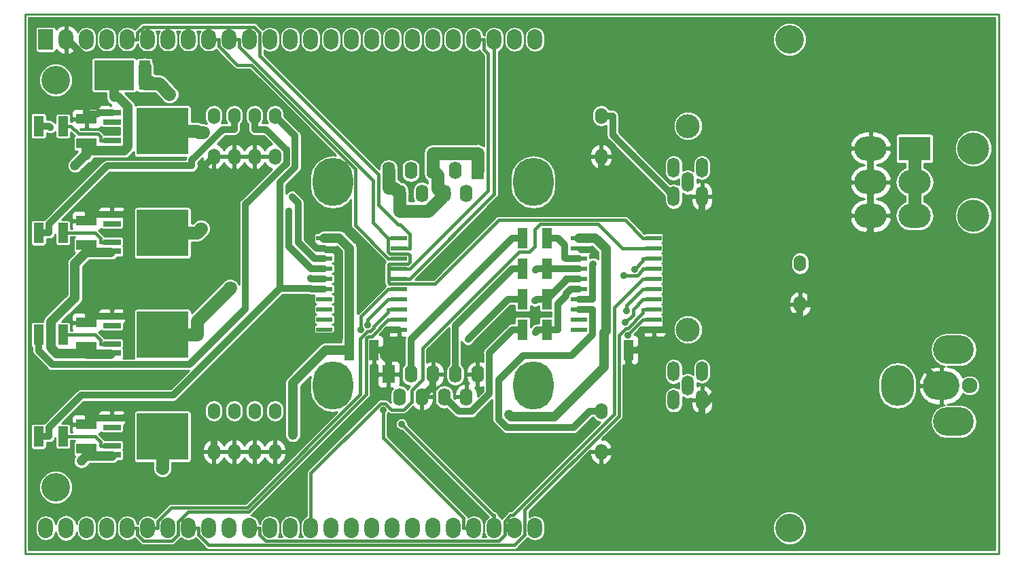
<source format=gbl>
G04 #@! TF.GenerationSoftware,KiCad,Pcbnew,6.0.0-rc1-unknown-d9d0051~66~ubuntu18.04.1*
G04 #@! TF.CreationDate,2018-08-28T13:07:50-04:00*
G04 #@! TF.ProjectId,sleep_rig_controller_5x3,736D6172745F766973696F6E5F636F6E,1.0*
G04 #@! TF.SameCoordinates,Original*
G04 #@! TF.FileFunction,Copper,L2,Bot,Signal*
G04 #@! TF.FilePolarity,Positive*
%FSLAX46Y46*%
G04 Gerber Fmt 4.6, Leading zero omitted, Abs format (unit mm)*
G04 Created by KiCad (PCBNEW 6.0.0-rc1-unknown-d9d0051~66~ubuntu18.04.1) date Tue Aug 28 13:07:50 2018*
%MOMM*%
%LPD*%
G01*
G04 APERTURE LIST*
G04 #@! TA.AperFunction,NonConductor*
%ADD10C,0.228600*%
G04 #@! TD*
G04 #@! TA.AperFunction,SMDPad,CuDef*
%ADD11R,1.270000X2.540000*%
G04 #@! TD*
G04 #@! TA.AperFunction,ComponentPad*
%ADD12O,5.080000X3.556000*%
G04 #@! TD*
G04 #@! TA.AperFunction,ComponentPad*
%ADD13O,4.064000X5.080000*%
G04 #@! TD*
G04 #@! TA.AperFunction,ComponentPad*
%ADD14O,4.572000X3.556000*%
G04 #@! TD*
G04 #@! TA.AperFunction,ComponentPad*
%ADD15C,1.930400*%
G04 #@! TD*
G04 #@! TA.AperFunction,ComponentPad*
%ADD16O,4.000000X3.000000*%
G04 #@! TD*
G04 #@! TA.AperFunction,ComponentPad*
%ADD17R,4.000000X3.000000*%
G04 #@! TD*
G04 #@! TA.AperFunction,ComponentPad*
%ADD18C,4.000000*%
G04 #@! TD*
G04 #@! TA.AperFunction,ComponentPad*
%ADD19O,1.854200X2.540000*%
G04 #@! TD*
G04 #@! TA.AperFunction,ComponentPad*
%ADD20C,3.556000*%
G04 #@! TD*
G04 #@! TA.AperFunction,ComponentPad*
%ADD21R,1.854200X2.540000*%
G04 #@! TD*
G04 #@! TA.AperFunction,SMDPad,CuDef*
%ADD22R,1.440000X1.600000*%
G04 #@! TD*
G04 #@! TA.AperFunction,SMDPad,CuDef*
%ADD23R,4.960000X3.800000*%
G04 #@! TD*
G04 #@! TA.AperFunction,SMDPad,CuDef*
%ADD24R,2.540000X1.270000*%
G04 #@! TD*
G04 #@! TA.AperFunction,SMDPad,CuDef*
%ADD25R,6.400000X5.800000*%
G04 #@! TD*
G04 #@! TA.AperFunction,SMDPad,CuDef*
%ADD26R,2.200000X0.800000*%
G04 #@! TD*
G04 #@! TA.AperFunction,ComponentPad*
%ADD27O,5.000000X6.000000*%
G04 #@! TD*
G04 #@! TA.AperFunction,ComponentPad*
%ADD28O,1.600000X2.200000*%
G04 #@! TD*
G04 #@! TA.AperFunction,ComponentPad*
%ADD29R,1.600000X2.200000*%
G04 #@! TD*
G04 #@! TA.AperFunction,ComponentPad*
%ADD30C,3.000000*%
G04 #@! TD*
G04 #@! TA.AperFunction,ComponentPad*
%ADD31O,1.500000X2.500000*%
G04 #@! TD*
G04 #@! TA.AperFunction,SMDPad,CuDef*
%ADD32R,2.000000X0.600000*%
G04 #@! TD*
G04 #@! TA.AperFunction,ComponentPad*
%ADD33O,1.524000X2.032000*%
G04 #@! TD*
G04 #@! TA.AperFunction,ViaPad*
%ADD34C,1.219200*%
G04 #@! TD*
G04 #@! TA.AperFunction,ViaPad*
%ADD35C,0.889000*%
G04 #@! TD*
G04 #@! TA.AperFunction,ViaPad*
%ADD36C,1.625600*%
G04 #@! TD*
G04 #@! TA.AperFunction,Conductor*
%ADD37C,1.219200*%
G04 #@! TD*
G04 #@! TA.AperFunction,Conductor*
%ADD38C,0.812800*%
G04 #@! TD*
G04 #@! TA.AperFunction,Conductor*
%ADD39C,0.599800*%
G04 #@! TD*
G04 #@! TA.AperFunction,Conductor*
%ADD40C,0.799800*%
G04 #@! TD*
G04 #@! TA.AperFunction,Conductor*
%ADD41C,1.625600*%
G04 #@! TD*
G04 #@! TA.AperFunction,Conductor*
%ADD42C,0.406400*%
G04 #@! TD*
G04 #@! TA.AperFunction,Conductor*
%ADD43C,0.254000*%
G04 #@! TD*
G04 APERTURE END LIST*
D10*
X191135000Y-71755000D02*
X69850000Y-71755000D01*
X191135000Y-139065000D02*
X191135000Y-71755000D01*
X69850000Y-139065000D02*
X191135000Y-139065000D01*
X69850000Y-71755000D02*
X69850000Y-139065000D01*
D11*
G04 #@! TO.P,R8,2*
G04 #@! TO.N,/C_11*
X134874000Y-111125000D03*
G04 #@! TO.P,R8,1*
G04 #@! TO.N,/CAMERA_TRIGGER*
X131826000Y-111125000D03*
G04 #@! TD*
D12*
G04 #@! TO.P,P2,*
G04 #@! TO.N,*
X185496200Y-122605800D03*
X185496200Y-113614200D03*
D13*
G04 #@! TO.P,P2,1*
G04 #@! TO.N,VAA*
X178511200Y-118110000D03*
D14*
G04 #@! TO.P,P2,2*
G04 #@! TO.N,GND*
X183997600Y-118110000D03*
D15*
G04 #@! TO.P,P2,*
G04 #@! TO.N,*
X187502800Y-118110000D03*
G04 #@! TD*
D16*
G04 #@! TO.P,P1,6*
G04 #@! TO.N,GND*
X175160000Y-96910000D03*
G04 #@! TO.P,P1,5*
X175160000Y-92710000D03*
G04 #@! TO.P,P1,4*
X175160000Y-88510000D03*
G04 #@! TO.P,P1,3*
G04 #@! TO.N,VAA*
X180660000Y-96910000D03*
G04 #@! TO.P,P1,2*
X180660000Y-92710000D03*
D17*
G04 #@! TO.P,P1,1*
X180660000Y-88510000D03*
D18*
G04 #@! TO.P,P1,*
G04 #@! TO.N,*
X187960000Y-96910000D03*
X187960000Y-88510000D03*
G04 #@! TD*
D19*
G04 #@! TO.P,MDB1,46*
G04 #@! TO.N,N/C*
X133350000Y-74930000D03*
G04 #@! TO.P,MDB1,45*
X130810000Y-74930000D03*
G04 #@! TO.P,MDB1,30*
G04 #@! TO.N,/CHANNEL_3*
X128270000Y-74930000D03*
G04 #@! TO.P,MDB1,29*
G04 #@! TO.N,/CHANNEL_2*
X125730000Y-74930000D03*
G04 #@! TO.P,MDB1,44*
G04 #@! TO.N,N/C*
X123190000Y-74930000D03*
G04 #@! TO.P,MDB1,43*
X120650000Y-74930000D03*
G04 #@! TO.P,MDB1,47*
X118110000Y-74930000D03*
G04 #@! TO.P,MDB1,48*
X115570000Y-74930000D03*
G04 #@! TO.P,MDB1,49*
X113030000Y-74930000D03*
G04 #@! TO.P,MDB1,33*
X133350000Y-135890000D03*
G04 #@! TO.P,MDB1,34*
X130810000Y-135890000D03*
G04 #@! TO.P,MDB1,35*
G04 #@! TO.N,/CHANNEL_4*
X128270000Y-135890000D03*
G04 #@! TO.P,MDB1,36*
G04 #@! TO.N,/CHANNEL_5*
X125730000Y-135890000D03*
G04 #@! TO.P,MDB1,37*
G04 #@! TO.N,N/C*
X123190000Y-135890000D03*
G04 #@! TO.P,MDB1,38*
X120650000Y-135890000D03*
G04 #@! TO.P,MDB1,51*
X118110000Y-135890000D03*
G04 #@! TO.P,MDB1,DAC0*
X115570000Y-135890000D03*
G04 #@! TO.P,MDB1,DAC1*
X113030000Y-135890000D03*
D20*
G04 #@! TO.P,MDB1,*
G04 #@! TO.N,*
X165100000Y-74930000D03*
X165100000Y-135890000D03*
X73660000Y-130810000D03*
X73660000Y-80010000D03*
D19*
G04 #@! TO.P,MDB1,AREF*
G04 #@! TO.N,N/C*
X72390000Y-135890000D03*
G04 #@! TO.P,MDB1,VEE*
G04 #@! TO.N,VEE*
X74930000Y-135890000D03*
G04 #@! TO.P,MDB1,AGND*
G04 #@! TO.N,N/C*
X77470000Y-135890000D03*
G04 #@! TO.P,MDB1,3V3*
X80010000Y-135890000D03*
G04 #@! TO.P,MDB1,23*
G04 #@! TO.N,/CHANNEL_7*
X82550000Y-135890000D03*
G04 #@! TO.P,MDB1,22*
G04 #@! TO.N,/CHANNEL_6*
X85090000Y-135890000D03*
G04 #@! TO.P,MDB1,21*
G04 #@! TO.N,/CHANNEL_15*
X87630000Y-135890000D03*
G04 #@! TO.P,MDB1,20*
G04 #@! TO.N,/CHANNEL_14*
X90170000Y-135890000D03*
G04 #@! TO.P,MDB1,19*
G04 #@! TO.N,/CHANNEL_13*
X92710000Y-135890000D03*
G04 #@! TO.P,MDB1,18*
G04 #@! TO.N,/CHANNEL_12*
X95250000Y-135890000D03*
G04 #@! TO.P,MDB1,17*
G04 #@! TO.N,/CHANNEL_11*
X97790000Y-135890000D03*
G04 #@! TO.P,MDB1,16*
G04 #@! TO.N,/CHANNEL_10*
X100330000Y-135890000D03*
G04 #@! TO.P,MDB1,15*
G04 #@! TO.N,/CHANNEL_9*
X102870000Y-135890000D03*
G04 #@! TO.P,MDB1,14*
G04 #@! TO.N,/CHANNEL_8*
X105410000Y-135890000D03*
G04 #@! TO.P,MDB1,13*
G04 #@! TO.N,N/C*
X107950000Y-135890000D03*
G04 #@! TO.P,MDB1,53*
X110490000Y-135890000D03*
G04 #@! TO.P,MDB1,50*
X110490000Y-74930000D03*
G04 #@! TO.P,MDB1,12*
X107950000Y-74930000D03*
G04 #@! TO.P,MDB1,11*
X105410000Y-74930000D03*
G04 #@! TO.P,MDB1,42*
X102870000Y-74930000D03*
G04 #@! TO.P,MDB1,41*
X100330000Y-74930000D03*
G04 #@! TO.P,MDB1,40*
X97790000Y-74930000D03*
G04 #@! TO.P,MDB1,52*
G04 #@! TO.N,/~ENABLE*
X95250000Y-74930000D03*
G04 #@! TO.P,MDB1,6*
G04 #@! TO.N,/CHANNEL_1*
X92710000Y-74930000D03*
G04 #@! TO.P,MDB1,5*
G04 #@! TO.N,N/C*
X90170000Y-74930000D03*
G04 #@! TO.P,MDB1,54*
X87630000Y-74930000D03*
G04 #@! TO.P,MDB1,55*
X85090000Y-74930000D03*
G04 #@! TO.P,MDB1,2*
G04 #@! TO.N,/CHANNEL_0*
X82550000Y-74930000D03*
G04 #@! TO.P,MDB1,A11*
G04 #@! TO.N,N/C*
X80010000Y-74930000D03*
D21*
G04 #@! TO.P,MDB1,VDD*
G04 #@! TO.N,VDD*
X72390000Y-74930000D03*
D19*
G04 #@! TO.P,MDB1,A10*
G04 #@! TO.N,N/C*
X77470000Y-74930000D03*
G04 #@! TO.P,MDB1,GND*
G04 #@! TO.N,GND*
X74930000Y-74930000D03*
G04 #@! TD*
D22*
G04 #@! TO.P,D1,2*
G04 #@! TO.N,VAA*
X84695000Y-78310000D03*
X84695000Y-80440000D03*
D23*
G04 #@! TO.P,D1,1*
G04 #@! TO.N,VDD*
X80895000Y-79375000D03*
G04 #@! TD*
D11*
G04 #@! TO.P,C1,2*
G04 #@! TO.N,GND*
X113284000Y-113665000D03*
G04 #@! TO.P,C1,1*
G04 #@! TO.N,VEE*
X110236000Y-113665000D03*
G04 #@! TD*
G04 #@! TO.P,C2,2*
G04 #@! TO.N,GND*
X145034000Y-113665000D03*
G04 #@! TO.P,C2,1*
G04 #@! TO.N,VEE*
X141986000Y-113665000D03*
G04 #@! TD*
D24*
G04 #@! TO.P,C3,2*
G04 #@! TO.N,GND*
X77470000Y-84836000D03*
G04 #@! TO.P,C3,1*
G04 #@! TO.N,VDD*
X77470000Y-87884000D03*
G04 #@! TD*
G04 #@! TO.P,C4,2*
G04 #@! TO.N,GND*
X77470000Y-97536000D03*
G04 #@! TO.P,C4,1*
G04 #@! TO.N,VDD*
X77470000Y-100584000D03*
G04 #@! TD*
G04 #@! TO.P,C5,2*
G04 #@! TO.N,GND*
X77470000Y-110236000D03*
G04 #@! TO.P,C5,1*
G04 #@! TO.N,VDD*
X77470000Y-113284000D03*
G04 #@! TD*
G04 #@! TO.P,C6,2*
G04 #@! TO.N,GND*
X77470000Y-122936000D03*
G04 #@! TO.P,C6,1*
G04 #@! TO.N,VDD*
X77470000Y-125984000D03*
G04 #@! TD*
D25*
G04 #@! TO.P,HPS1,6*
G04 #@! TO.N,/FANS*
X86945000Y-86360000D03*
D26*
G04 #@! TO.P,HPS1,1*
G04 #@! TO.N,VDD*
X80645000Y-88640000D03*
G04 #@! TO.P,HPS1,2*
G04 #@! TO.N,/output_0/FAULT*
X80645000Y-87500000D03*
G04 #@! TO.P,HPS1,4*
G04 #@! TO.N,N/C*
X80645000Y-85220000D03*
G04 #@! TO.P,HPS1,5*
G04 #@! TO.N,GND*
X80645000Y-84080000D03*
G04 #@! TD*
D25*
G04 #@! TO.P,HPS2,6*
G04 #@! TO.N,/WHITE_LIGHT*
X86945000Y-99060000D03*
D26*
G04 #@! TO.P,HPS2,1*
G04 #@! TO.N,VDD*
X80645000Y-101340000D03*
G04 #@! TO.P,HPS2,2*
G04 #@! TO.N,/output_1/FAULT*
X80645000Y-100200000D03*
G04 #@! TO.P,HPS2,4*
G04 #@! TO.N,N/C*
X80645000Y-97920000D03*
G04 #@! TO.P,HPS2,5*
G04 #@! TO.N,GND*
X80645000Y-96780000D03*
G04 #@! TD*
D25*
G04 #@! TO.P,HPS3,6*
G04 #@! TO.N,/BUZZER*
X86945000Y-111760000D03*
D26*
G04 #@! TO.P,HPS3,1*
G04 #@! TO.N,VDD*
X80645000Y-114040000D03*
G04 #@! TO.P,HPS3,2*
G04 #@! TO.N,/output_2/FAULT*
X80645000Y-112900000D03*
G04 #@! TO.P,HPS3,4*
G04 #@! TO.N,N/C*
X80645000Y-110620000D03*
G04 #@! TO.P,HPS3,5*
G04 #@! TO.N,GND*
X80645000Y-109480000D03*
G04 #@! TD*
D25*
G04 #@! TO.P,HPS4,6*
G04 #@! TO.N,/OUTPUT_3*
X86945000Y-124460000D03*
D26*
G04 #@! TO.P,HPS4,1*
G04 #@! TO.N,VDD*
X80645000Y-126740000D03*
G04 #@! TO.P,HPS4,2*
G04 #@! TO.N,/output_3/FAULT*
X80645000Y-125600000D03*
G04 #@! TO.P,HPS4,4*
G04 #@! TO.N,N/C*
X80645000Y-123320000D03*
G04 #@! TO.P,HPS4,5*
G04 #@! TO.N,GND*
X80645000Y-122180000D03*
G04 #@! TD*
D27*
G04 #@! TO.P,J3,*
G04 #@! TO.N,*
X108155000Y-92710000D03*
X133142000Y-92710000D03*
D28*
G04 #@! TO.P,J3,5*
G04 #@! TO.N,VAA*
X115110000Y-91290000D03*
G04 #@! TO.P,J3,4*
G04 #@! TO.N,/WHITE_LIGHT*
X117880000Y-91290000D03*
G04 #@! TO.P,J3,3*
G04 #@! TO.N,VAA*
X120650000Y-91290000D03*
G04 #@! TO.P,J3,2*
G04 #@! TO.N,/FANS*
X123420000Y-91290000D03*
D29*
G04 #@! TO.P,J3,1*
G04 #@! TO.N,VAA*
X126190000Y-91290000D03*
D28*
G04 #@! TO.P,J3,9*
X116495000Y-94130000D03*
G04 #@! TO.P,J3,8*
G04 #@! TO.N,/OUTPUT_3*
X119265000Y-94130000D03*
G04 #@! TO.P,J3,7*
G04 #@! TO.N,VAA*
X122035000Y-94130000D03*
G04 #@! TO.P,J3,6*
G04 #@! TO.N,/BUZZER*
X124805000Y-94130000D03*
G04 #@! TD*
D27*
G04 #@! TO.P,J4,*
G04 #@! TO.N,*
X108155000Y-118110000D03*
X133142000Y-118110000D03*
D29*
G04 #@! TO.P,J4,1*
G04 #@! TO.N,GND*
X115110000Y-116690000D03*
D28*
G04 #@! TO.P,J4,2*
G04 #@! TO.N,/VISIBLE_LIGHT_INDICATOR*
X117880000Y-116690000D03*
G04 #@! TO.P,J4,3*
G04 #@! TO.N,GND*
X120650000Y-116690000D03*
G04 #@! TO.P,J4,4*
G04 #@! TO.N,/WHITE_LIGHT_INDICATOR*
X123420000Y-116690000D03*
G04 #@! TO.P,J4,5*
G04 #@! TO.N,GND*
X126190000Y-116690000D03*
G04 #@! TO.P,J4,6*
G04 #@! TO.N,/BUZZER_INDICATOR*
X116495000Y-119530000D03*
G04 #@! TO.P,J4,7*
G04 #@! TO.N,GND*
X119265000Y-119530000D03*
G04 #@! TO.P,J4,8*
G04 #@! TO.N,/CAMERA_TRIGGER*
X122035000Y-119530000D03*
G04 #@! TO.P,J4,9*
G04 #@! TO.N,GND*
X124805000Y-119530000D03*
G04 #@! TD*
D30*
G04 #@! TO.P,J1,*
G04 #@! TO.N,*
X152400000Y-85710000D03*
D31*
G04 #@! TO.P,J1,4*
G04 #@! TO.N,/C_12*
X150632200Y-94477800D03*
G04 #@! TO.P,J1,3*
G04 #@! TO.N,GND*
X154167800Y-94477800D03*
G04 #@! TO.P,J1,2*
G04 #@! TO.N,N/C*
X154167800Y-90942200D03*
G04 #@! TO.P,J1,1*
G04 #@! TO.N,VAA*
X150632200Y-90942200D03*
G04 #@! TO.P,J1,5*
X152400000Y-92710000D03*
G04 #@! TD*
D30*
G04 #@! TO.P,J2,*
G04 #@! TO.N,*
X152400000Y-111110000D03*
D31*
G04 #@! TO.P,J2,4*
G04 #@! TO.N,/C_13*
X150632200Y-119877800D03*
G04 #@! TO.P,J2,3*
G04 #@! TO.N,GND*
X154167800Y-119877800D03*
G04 #@! TO.P,J2,2*
G04 #@! TO.N,N/C*
X154167800Y-116342200D03*
G04 #@! TO.P,J2,1*
G04 #@! TO.N,VAA*
X150632200Y-116342200D03*
G04 #@! TO.P,J2,5*
X152400000Y-118110000D03*
G04 #@! TD*
D11*
G04 #@! TO.P,R1,2*
G04 #@! TO.N,/C_0*
X71501000Y-85725000D03*
G04 #@! TO.P,R1,1*
G04 #@! TO.N,/output_0/FAULT*
X74549000Y-85725000D03*
G04 #@! TD*
G04 #@! TO.P,R2,2*
G04 #@! TO.N,/C_1*
X71501000Y-99060000D03*
G04 #@! TO.P,R2,1*
G04 #@! TO.N,/output_1/FAULT*
X74549000Y-99060000D03*
G04 #@! TD*
G04 #@! TO.P,R3,2*
G04 #@! TO.N,/C_2*
X71501000Y-111760000D03*
G04 #@! TO.P,R3,1*
G04 #@! TO.N,/output_2/FAULT*
X74549000Y-111760000D03*
G04 #@! TD*
G04 #@! TO.P,R4,2*
G04 #@! TO.N,/C_3*
X71501000Y-124460000D03*
G04 #@! TO.P,R4,1*
G04 #@! TO.N,/output_3/FAULT*
X74549000Y-124460000D03*
G04 #@! TD*
G04 #@! TO.P,R5,2*
G04 #@! TO.N,/C_8*
X134874000Y-99695000D03*
G04 #@! TO.P,R5,1*
G04 #@! TO.N,/VISIBLE_LIGHT_INDICATOR*
X131826000Y-99695000D03*
G04 #@! TD*
G04 #@! TO.P,R6,2*
G04 #@! TO.N,/C_9*
X134874000Y-103505000D03*
G04 #@! TO.P,R6,1*
G04 #@! TO.N,/WHITE_LIGHT_INDICATOR*
X131826000Y-103505000D03*
G04 #@! TD*
G04 #@! TO.P,R7,2*
G04 #@! TO.N,/C_10*
X134874000Y-107315000D03*
G04 #@! TO.P,R7,1*
G04 #@! TO.N,/BUZZER_INDICATOR*
X131826000Y-107315000D03*
G04 #@! TD*
D32*
G04 #@! TO.P,U1,1*
G04 #@! TO.N,/~ENABLE*
X116410000Y-99695000D03*
G04 #@! TO.P,U1,2*
G04 #@! TO.N,/CHANNEL_0*
X116410000Y-100965000D03*
G04 #@! TO.P,U1,3*
G04 #@! TO.N,/CHANNEL_1*
X116410000Y-102235000D03*
G04 #@! TO.P,U1,4*
G04 #@! TO.N,/CHANNEL_2*
X116410000Y-103505000D03*
G04 #@! TO.P,U1,5*
G04 #@! TO.N,/CHANNEL_3*
X116410000Y-104775000D03*
G04 #@! TO.P,U1,6*
G04 #@! TO.N,/CHANNEL_4*
X116410000Y-106045000D03*
G04 #@! TO.P,U1,7*
G04 #@! TO.N,/CHANNEL_5*
X116410000Y-107315000D03*
G04 #@! TO.P,U1,8*
G04 #@! TO.N,/CHANNEL_6*
X116410000Y-108585000D03*
G04 #@! TO.P,U1,9*
G04 #@! TO.N,/CHANNEL_7*
X116410000Y-109855000D03*
G04 #@! TO.P,U1,10*
G04 #@! TO.N,GND*
X116410000Y-111125000D03*
G04 #@! TO.P,U1,11*
G04 #@! TO.N,N/C*
X107110000Y-111125000D03*
G04 #@! TO.P,U1,12*
X107110000Y-109855000D03*
G04 #@! TO.P,U1,13*
X107110000Y-108585000D03*
G04 #@! TO.P,U1,14*
X107110000Y-107315000D03*
G04 #@! TO.P,U1,15*
G04 #@! TO.N,/C_3*
X107110000Y-106045000D03*
G04 #@! TO.P,U1,16*
G04 #@! TO.N,/C_2*
X107110000Y-104775000D03*
G04 #@! TO.P,U1,17*
G04 #@! TO.N,/C_1*
X107110000Y-103505000D03*
G04 #@! TO.P,U1,18*
G04 #@! TO.N,/C_0*
X107110000Y-102235000D03*
G04 #@! TO.P,U1,19*
G04 #@! TO.N,GND*
X107110000Y-100965000D03*
G04 #@! TO.P,U1,20*
G04 #@! TO.N,VEE*
X107110000Y-99695000D03*
G04 #@! TD*
G04 #@! TO.P,U2,1*
G04 #@! TO.N,/~ENABLE*
X148160000Y-99695000D03*
G04 #@! TO.P,U2,2*
G04 #@! TO.N,/CHANNEL_8*
X148160000Y-100965000D03*
G04 #@! TO.P,U2,3*
G04 #@! TO.N,/CHANNEL_9*
X148160000Y-102235000D03*
G04 #@! TO.P,U2,4*
G04 #@! TO.N,/CHANNEL_10*
X148160000Y-103505000D03*
G04 #@! TO.P,U2,5*
G04 #@! TO.N,/CHANNEL_11*
X148160000Y-104775000D03*
G04 #@! TO.P,U2,6*
G04 #@! TO.N,/CHANNEL_12*
X148160000Y-106045000D03*
G04 #@! TO.P,U2,7*
G04 #@! TO.N,/CHANNEL_13*
X148160000Y-107315000D03*
G04 #@! TO.P,U2,8*
G04 #@! TO.N,/CHANNEL_14*
X148160000Y-108585000D03*
G04 #@! TO.P,U2,9*
G04 #@! TO.N,/CHANNEL_15*
X148160000Y-109855000D03*
G04 #@! TO.P,U2,10*
G04 #@! TO.N,GND*
X148160000Y-111125000D03*
G04 #@! TO.P,U2,11*
G04 #@! TO.N,N/C*
X138860000Y-111125000D03*
G04 #@! TO.P,U2,12*
X138860000Y-109855000D03*
G04 #@! TO.P,U2,13*
G04 #@! TO.N,/C_13*
X138860000Y-108585000D03*
G04 #@! TO.P,U2,14*
G04 #@! TO.N,/C_12*
X138860000Y-107315000D03*
G04 #@! TO.P,U2,15*
G04 #@! TO.N,/C_11*
X138860000Y-106045000D03*
G04 #@! TO.P,U2,16*
G04 #@! TO.N,/C_10*
X138860000Y-104775000D03*
G04 #@! TO.P,U2,17*
G04 #@! TO.N,/C_9*
X138860000Y-103505000D03*
G04 #@! TO.P,U2,18*
G04 #@! TO.N,/C_8*
X138860000Y-102235000D03*
G04 #@! TO.P,U2,19*
G04 #@! TO.N,GND*
X138860000Y-100965000D03*
G04 #@! TO.P,U2,20*
G04 #@! TO.N,VEE*
X138860000Y-99695000D03*
G04 #@! TD*
D33*
G04 #@! TO.P,L1,1*
G04 #@! TO.N,VAA*
X166370000Y-102870000D03*
G04 #@! TO.P,L1,2*
G04 #@! TO.N,GND*
X166370000Y-107950000D03*
G04 #@! TD*
G04 #@! TO.P,L2,2*
G04 #@! TO.N,GND*
X93345000Y-89535000D03*
G04 #@! TO.P,L2,1*
G04 #@! TO.N,/C_0*
X93345000Y-84455000D03*
G04 #@! TD*
G04 #@! TO.P,L3,1*
G04 #@! TO.N,/C_1*
X95885000Y-84455000D03*
G04 #@! TO.P,L3,2*
G04 #@! TO.N,GND*
X95885000Y-89535000D03*
G04 #@! TD*
G04 #@! TO.P,L4,2*
G04 #@! TO.N,GND*
X98425000Y-89535000D03*
G04 #@! TO.P,L4,1*
G04 #@! TO.N,/C_2*
X98425000Y-84455000D03*
G04 #@! TD*
G04 #@! TO.P,L5,1*
G04 #@! TO.N,/C_3*
X100965000Y-84455000D03*
G04 #@! TO.P,L5,2*
G04 #@! TO.N,GND*
X100965000Y-89535000D03*
G04 #@! TD*
G04 #@! TO.P,L6,2*
G04 #@! TO.N,GND*
X93345000Y-126365000D03*
G04 #@! TO.P,L6,1*
G04 #@! TO.N,/C_8*
X93345000Y-121285000D03*
G04 #@! TD*
G04 #@! TO.P,L7,2*
G04 #@! TO.N,GND*
X95885000Y-126365000D03*
G04 #@! TO.P,L7,1*
G04 #@! TO.N,/C_9*
X95885000Y-121285000D03*
G04 #@! TD*
G04 #@! TO.P,L8,1*
G04 #@! TO.N,/C_10*
X98425000Y-121285000D03*
G04 #@! TO.P,L8,2*
G04 #@! TO.N,GND*
X98425000Y-126365000D03*
G04 #@! TD*
G04 #@! TO.P,L9,1*
G04 #@! TO.N,/C_11*
X100965000Y-121285000D03*
G04 #@! TO.P,L9,2*
G04 #@! TO.N,GND*
X100965000Y-126365000D03*
G04 #@! TD*
G04 #@! TO.P,L10,1*
G04 #@! TO.N,/C_12*
X141605000Y-84455000D03*
G04 #@! TO.P,L10,2*
G04 #@! TO.N,GND*
X141605000Y-89535000D03*
G04 #@! TD*
G04 #@! TO.P,L11,2*
G04 #@! TO.N,GND*
X141605000Y-126365000D03*
G04 #@! TO.P,L11,1*
G04 #@! TO.N,/C_13*
X141605000Y-121285000D03*
G04 #@! TD*
D34*
G04 #@! TO.N,VEE*
X103186400Y-124242300D03*
X130088800Y-121742300D03*
D35*
G04 #@! TO.N,GND*
X140852000Y-101577300D03*
X105016700Y-89535000D03*
D34*
G04 #@! TO.N,VDD*
X76825300Y-127508700D03*
X76043500Y-107134800D03*
X76050700Y-90641900D03*
D36*
G04 #@! TO.N,VAA*
X87818800Y-81776700D03*
D35*
G04 #@! TO.N,/CHANNEL_10*
X144418900Y-104334900D03*
G04 #@! TO.N,/CHANNEL_9*
X145737300Y-103575100D03*
D36*
G04 #@! TO.N,/FANS*
X91986900Y-86534800D03*
G04 #@! TO.N,/WHITE_LIGHT*
X91749300Y-98522800D03*
G04 #@! TO.N,/BUZZER*
X95357300Y-105933900D03*
G04 #@! TO.N,/OUTPUT_3*
X86945000Y-128427100D03*
D35*
G04 #@! TO.N,/C_12*
X140618200Y-102909300D03*
G04 #@! TO.N,/BUZZER_INDICATOR*
X124990400Y-112316100D03*
G04 #@! TO.N,/C_0*
X72963200Y-85891500D03*
X103083500Y-94572800D03*
G04 #@! TO.N,/C_1*
X102701400Y-96297500D03*
X90585300Y-90690400D03*
G04 #@! TO.N,/C_2*
X105378600Y-104704300D03*
X97272800Y-106175800D03*
G04 #@! TO.N,/C_8*
X137070600Y-102144500D03*
G04 #@! TO.N,/C_9*
X133395300Y-103661400D03*
G04 #@! TO.N,/C_10*
X133350000Y-107519500D03*
G04 #@! TO.N,/C_11*
X133395300Y-111530700D03*
G04 #@! TO.N,/CHANNEL_4*
X116708400Y-122895300D03*
X111633800Y-111111500D03*
G04 #@! TO.N,/CHANNEL_5*
X112506800Y-110583100D03*
X114416500Y-121111900D03*
G04 #@! TO.N,/CHANNEL_15*
X144910300Y-111834700D03*
G04 #@! TO.N,/CHANNEL_13*
X144619400Y-110203000D03*
G04 #@! TO.N,/CHANNEL_12*
X144800800Y-108819400D03*
G04 #@! TD*
D37*
G04 #@! TO.N,VEE*
X110236000Y-113665000D02*
X107293400Y-113665000D01*
X107293400Y-113665000D02*
X103186400Y-117772000D01*
X103186400Y-117772000D02*
X103186400Y-124242300D01*
X141986000Y-113665000D02*
X141986000Y-115798900D01*
X141986000Y-115798900D02*
X135784700Y-122000200D01*
X135784700Y-122000200D02*
X130346700Y-122000200D01*
X130346700Y-122000200D02*
X130088800Y-121742300D01*
X141986000Y-112598000D02*
X141986000Y-113665000D01*
X141986000Y-111531100D02*
X142180100Y-111337000D01*
X142180100Y-111337000D02*
X142180100Y-101029400D01*
X142180100Y-101029400D02*
X140845700Y-99695000D01*
X140845700Y-99695000D02*
X140723900Y-99695000D01*
X141986000Y-112598000D02*
X141986000Y-111531100D01*
X110236000Y-111531100D02*
X110236000Y-100957100D01*
X110236000Y-100957100D02*
X108973900Y-99695000D01*
X138860000Y-99695000D02*
X140723900Y-99695000D01*
X110236000Y-113665000D02*
X110236000Y-111531100D01*
X107110000Y-99695000D02*
X108973900Y-99695000D01*
D38*
G04 #@! TO.N,GND*
X90928400Y-121377900D02*
X90449600Y-120899200D01*
X90449600Y-120899200D02*
X83442500Y-120899200D01*
X83442500Y-120899200D02*
X82278400Y-122063300D01*
X82278400Y-122063300D02*
X82278400Y-122180000D01*
X93345000Y-126365000D02*
X93345000Y-123794600D01*
X93345000Y-123794600D02*
X90928400Y-121377900D01*
X107312800Y-101167800D02*
X108315800Y-101167800D01*
X108315800Y-101167800D02*
X108801200Y-101653200D01*
X108801200Y-101653200D02*
X108801200Y-111452700D01*
X108801200Y-111452700D02*
X108320500Y-111933400D01*
X108320500Y-111933400D02*
X100372900Y-111933400D01*
X100372900Y-111933400D02*
X90928400Y-121377900D01*
D39*
X107312800Y-101167800D02*
X107110000Y-100965000D01*
D38*
X80645000Y-122180000D02*
X82278400Y-122180000D01*
X120650000Y-116690000D02*
X120650000Y-118323400D01*
X119265000Y-119530000D02*
X120471600Y-118323400D01*
X120471600Y-118323400D02*
X120650000Y-118323400D01*
X80645000Y-109480000D02*
X82278400Y-109480000D01*
X82278400Y-109480000D02*
X82405800Y-109352600D01*
X82405800Y-109352600D02*
X82405800Y-96907400D01*
X82405800Y-96907400D02*
X82278400Y-96780000D01*
X80645000Y-109480000D02*
X78226000Y-109480000D01*
X78226000Y-109480000D02*
X77470000Y-110236000D01*
X80645000Y-96780000D02*
X82278400Y-96780000D01*
X93345000Y-89535000D02*
X88211000Y-94669000D01*
X88211000Y-94669000D02*
X84272700Y-94669000D01*
X84272700Y-94669000D02*
X82278400Y-96663300D01*
X82278400Y-96663300D02*
X82278400Y-96780000D01*
X147456000Y-121809400D02*
X154019600Y-121809400D01*
X154019600Y-121809400D02*
X154167800Y-121661200D01*
X142900400Y-126365000D02*
X147456000Y-121809400D01*
X147456000Y-121809400D02*
X147456000Y-117890400D01*
X147456000Y-117890400D02*
X145034000Y-115468400D01*
X146202400Y-113665000D02*
X146626600Y-113240800D01*
X146626600Y-113240800D02*
X146626600Y-111125000D01*
D39*
X139062800Y-101167800D02*
X138860000Y-100965000D01*
D38*
X140852000Y-101577300D02*
X140442500Y-101167800D01*
X140442500Y-101167800D02*
X139062800Y-101167800D01*
X166370000Y-107950000D02*
X166370000Y-109499400D01*
X154167800Y-120769500D02*
X165437900Y-109499400D01*
X165437900Y-109499400D02*
X166370000Y-109499400D01*
X154167800Y-120769500D02*
X154167800Y-121661200D01*
X154167800Y-119877800D02*
X154167800Y-120769500D01*
X145034000Y-113665000D02*
X145034000Y-115468400D01*
X145034000Y-113665000D02*
X146202400Y-113665000D01*
X148160000Y-111125000D02*
X146626600Y-111125000D01*
X141605000Y-126365000D02*
X142900400Y-126365000D01*
X115110000Y-116690000D02*
X115110000Y-115056600D01*
X115110000Y-115056600D02*
X114452400Y-114399000D01*
X114452400Y-114399000D02*
X114452400Y-113665000D01*
X77470000Y-77303000D02*
X75097000Y-74930000D01*
X75097000Y-74930000D02*
X74930000Y-74930000D01*
X77470000Y-77303000D02*
X77470000Y-83667600D01*
X105016700Y-89535000D02*
X105016700Y-86218100D01*
X105016700Y-86218100D02*
X98853500Y-80054900D01*
X98853500Y-80054900D02*
X96336700Y-80054900D01*
X96336700Y-80054900D02*
X93070100Y-76788300D01*
X93070100Y-76788300D02*
X77984700Y-76788300D01*
X77984700Y-76788300D02*
X77470000Y-77303000D01*
X107109600Y-100965400D02*
X106132900Y-100965400D01*
X106132900Y-100965400D02*
X105016700Y-99849200D01*
X105016700Y-99849200D02*
X105016700Y-89535000D01*
D39*
X107109600Y-100965400D02*
X107110000Y-100965000D01*
D38*
X80645000Y-84080000D02*
X79011600Y-84080000D01*
X77470000Y-84218300D02*
X78873300Y-84218300D01*
X78873300Y-84218300D02*
X79011600Y-84080000D01*
X77470000Y-84218300D02*
X77470000Y-83667600D01*
X77470000Y-84836000D02*
X77470000Y-84218300D01*
X141605000Y-89535000D02*
X141605000Y-91084400D01*
X149693400Y-98471700D02*
X142306100Y-91084400D01*
X142306100Y-91084400D02*
X141605000Y-91084400D01*
X154167800Y-96261200D02*
X151957300Y-98471700D01*
X151957300Y-98471700D02*
X149693400Y-98471700D01*
X149693400Y-98471700D02*
X149693400Y-111125000D01*
X175160000Y-92710000D02*
X175160000Y-96910000D01*
X175160000Y-88510000D02*
X175160000Y-92710000D01*
X80645000Y-96780000D02*
X78226000Y-96780000D01*
X78226000Y-96780000D02*
X77470000Y-97536000D01*
X80645000Y-122180000D02*
X78226000Y-122180000D01*
X78226000Y-122180000D02*
X77470000Y-122936000D01*
X154167800Y-94477800D02*
X154167800Y-96261200D01*
X148160000Y-111125000D02*
X149693400Y-111125000D01*
X113284000Y-113665000D02*
X114452400Y-113665000D01*
X116410000Y-111125000D02*
X114876600Y-111125000D01*
X114876600Y-111125000D02*
X114876600Y-113240800D01*
X114876600Y-113240800D02*
X114452400Y-113665000D01*
X175160000Y-96910000D02*
X175160000Y-98943400D01*
X166370000Y-107950000D02*
X167665400Y-107950000D01*
X167665400Y-107950000D02*
X167665400Y-106438000D01*
X167665400Y-106438000D02*
X175160000Y-98943400D01*
X175160000Y-99222800D02*
X180975000Y-105037800D01*
X175160000Y-96910000D02*
X175160000Y-99222800D01*
X180975000Y-105037800D02*
X180975000Y-114935000D01*
X180975000Y-114935000D02*
X184150000Y-118110000D01*
D37*
G04 #@! TO.N,VDD*
X77591800Y-126742200D02*
X76825300Y-127508700D01*
X77591800Y-126742200D02*
X77470000Y-126620400D01*
X77470000Y-126620400D02*
X77470000Y-125984000D01*
X80645000Y-126864000D02*
X77713600Y-126864000D01*
X77713600Y-126864000D02*
X77591800Y-126742200D01*
X77470000Y-101464000D02*
X76043500Y-102890500D01*
X76043500Y-102890500D02*
X76043500Y-107134800D01*
X76043500Y-107134800D02*
X73030000Y-110148300D01*
X73030000Y-110148300D02*
X73030000Y-113385800D01*
X73030000Y-113385800D02*
X73749200Y-114105000D01*
X73749200Y-114105000D02*
X77470000Y-114105000D01*
X77470000Y-101464000D02*
X80521000Y-101464000D01*
X77470000Y-101405000D02*
X77470000Y-101464000D01*
X77470000Y-114105000D02*
X77529000Y-114164000D01*
X77529000Y-114164000D02*
X80521000Y-114164000D01*
D40*
X80521000Y-88764000D02*
X80645000Y-88640000D01*
D37*
X77470000Y-88764000D02*
X80521000Y-88764000D01*
X77470000Y-88764000D02*
X77470000Y-89382900D01*
X77470000Y-88705000D02*
X77470000Y-88764000D01*
X77470000Y-87884000D02*
X77470000Y-88705000D01*
X77470000Y-89382900D02*
X77309700Y-89382900D01*
X77309700Y-89382900D02*
X76050700Y-90641900D01*
X80895000Y-79375000D02*
X80895000Y-82138900D01*
D40*
X80769000Y-88764000D02*
X80645000Y-88640000D01*
D37*
X80895000Y-82138900D02*
X81430700Y-82138900D01*
X81430700Y-82138900D02*
X82609000Y-83317200D01*
X82609000Y-83317200D02*
X82609000Y-88304000D01*
X82609000Y-88304000D02*
X82149000Y-88764000D01*
X82149000Y-88764000D02*
X80769000Y-88764000D01*
D40*
X80521000Y-114164000D02*
X80645000Y-114040000D01*
D37*
X77470000Y-113284000D02*
X77470000Y-114105000D01*
D40*
X80521000Y-101464000D02*
X80645000Y-101340000D01*
D37*
X77470000Y-100584000D02*
X77470000Y-101405000D01*
D40*
X80645000Y-126864000D02*
X80645000Y-126740000D01*
D41*
G04 #@! TO.N,VAA*
X180660000Y-96910000D02*
X180660000Y-92710000D01*
X87818800Y-81776700D02*
X86482100Y-80440000D01*
X120650000Y-91290000D02*
X120650000Y-89122900D01*
X126190000Y-91290000D02*
X126190000Y-89122900D01*
X126190000Y-89122900D02*
X120650000Y-89122900D01*
X84695000Y-78310000D02*
X84695000Y-80177100D01*
X85588600Y-80440000D02*
X85325700Y-80177100D01*
X85325700Y-80177100D02*
X84695000Y-80177100D01*
X85588600Y-80440000D02*
X86482100Y-80440000D01*
X84695000Y-80440000D02*
X85588600Y-80440000D01*
X121745300Y-94130000D02*
X121745300Y-94606400D01*
X121745300Y-94606400D02*
X120054600Y-96297100D01*
X120054600Y-96297100D02*
X116495000Y-96297100D01*
X120650000Y-91290000D02*
X121187100Y-91827100D01*
X121187100Y-91827100D02*
X121187100Y-93571800D01*
X121187100Y-93571800D02*
X121745300Y-94130000D01*
X121745300Y-94130000D02*
X122035000Y-94130000D01*
X116495000Y-94130000D02*
X116495000Y-96297100D01*
X180660000Y-92710000D02*
X180660000Y-88510000D01*
X115110000Y-91290000D02*
X115110000Y-93457100D01*
X116495000Y-94130000D02*
X115822100Y-93457100D01*
X115822100Y-93457100D02*
X115110000Y-93457100D01*
D42*
G04 #@! TO.N,/CHANNEL_0*
X82550000Y-74930000D02*
X83807300Y-74930000D01*
X116410000Y-100965000D02*
X117740200Y-100965000D01*
X117740200Y-100965000D02*
X117740200Y-99239500D01*
X117740200Y-99239500D02*
X116531700Y-98031000D01*
X116531700Y-98031000D02*
X116338000Y-98031000D01*
X116338000Y-98031000D02*
X113839600Y-95532600D01*
X113839600Y-95532600D02*
X113839600Y-91761700D01*
X113839600Y-91761700D02*
X99060000Y-76982100D01*
X99060000Y-76982100D02*
X99060000Y-74034900D01*
X99060000Y-74034900D02*
X98375100Y-73350000D01*
X98375100Y-73350000D02*
X84523400Y-73350000D01*
X84523400Y-73350000D02*
X83807300Y-74066100D01*
X83807300Y-74066100D02*
X83807300Y-74930000D01*
G04 #@! TO.N,/CHANNEL_1*
X92710000Y-74930000D02*
X93967300Y-74930000D01*
X116410000Y-102235000D02*
X115079800Y-102235000D01*
X115079800Y-102235000D02*
X110960100Y-98115300D01*
X110960100Y-98115300D02*
X110960100Y-91048100D01*
X110960100Y-91048100D02*
X98016000Y-78104000D01*
X98016000Y-78104000D02*
X96277400Y-78104000D01*
X96277400Y-78104000D02*
X93967300Y-75793900D01*
X93967300Y-75793900D02*
X93967300Y-74930000D01*
G04 #@! TO.N,/CHANNEL_2*
X125730000Y-74930000D02*
X126987300Y-74930000D01*
X116410000Y-103505000D02*
X117740200Y-103505000D01*
X117740200Y-103505000D02*
X127490100Y-93755100D01*
X127490100Y-93755100D02*
X127490100Y-76690100D01*
X127490100Y-76690100D02*
X126987300Y-76187300D01*
X126987300Y-76187300D02*
X126987300Y-74930000D01*
G04 #@! TO.N,/CHANNEL_3*
X116410000Y-104775000D02*
X117740200Y-104775000D01*
X117740200Y-104775000D02*
X128270000Y-94245200D01*
X128270000Y-94245200D02*
X128270000Y-74930000D01*
G04 #@! TO.N,/CHANNEL_11*
X99047300Y-135890000D02*
X99047300Y-136753900D01*
X99047300Y-136753900D02*
X99763700Y-137470300D01*
X99763700Y-137470300D02*
X128802500Y-137470300D01*
X128802500Y-137470300D02*
X129577700Y-136695100D01*
X129577700Y-136695100D02*
X129577700Y-135033700D01*
X129577700Y-135033700D02*
X130321400Y-134290000D01*
X130321400Y-134290000D02*
X130591800Y-134290000D01*
X130591800Y-134290000D02*
X143259400Y-121622400D01*
X143259400Y-121622400D02*
X143259400Y-108345400D01*
X143259400Y-108345400D02*
X146829800Y-104775000D01*
X97790000Y-135890000D02*
X99047300Y-135890000D01*
X148160000Y-104775000D02*
X146829800Y-104775000D01*
G04 #@! TO.N,/CHANNEL_10*
X144418900Y-104334900D02*
X146128000Y-104334900D01*
X146128000Y-104334900D02*
X146829800Y-103633100D01*
X146829800Y-103633100D02*
X146829800Y-103505000D01*
X148160000Y-103505000D02*
X146829800Y-103505000D01*
G04 #@! TO.N,/CHANNEL_9*
X148160000Y-102235000D02*
X146829800Y-102235000D01*
X146829800Y-102235000D02*
X146829800Y-102482600D01*
X146829800Y-102482600D02*
X145737300Y-103575100D01*
G04 #@! TO.N,/CHANNEL_8*
X148160000Y-100965000D02*
X144232300Y-100965000D01*
X144232300Y-100965000D02*
X141209400Y-97942100D01*
X141209400Y-97942100D02*
X134035600Y-97942100D01*
X134035600Y-97942100D02*
X133336000Y-98641700D01*
X133336000Y-98641700D02*
X133336000Y-100762200D01*
X133336000Y-100762200D02*
X132675600Y-101422600D01*
X132675600Y-101422600D02*
X131345500Y-101422600D01*
X131345500Y-101422600D02*
X119361200Y-113406900D01*
X119361200Y-113406900D02*
X119361200Y-117327700D01*
X119361200Y-117327700D02*
X117987800Y-118701100D01*
X117987800Y-118701100D02*
X117987800Y-120125100D01*
X117987800Y-120125100D02*
X116977600Y-121135300D01*
X116977600Y-121135300D02*
X115506700Y-121135300D01*
X115506700Y-121135300D02*
X114722900Y-120351500D01*
X114722900Y-120351500D02*
X114106800Y-120351500D01*
X114106800Y-120351500D02*
X105410000Y-129048300D01*
X105410000Y-129048300D02*
X105410000Y-135890000D01*
G04 #@! TO.N,/~ENABLE*
X146829800Y-99695000D02*
X144568600Y-97433800D01*
X144568600Y-97433800D02*
X128843200Y-97433800D01*
X128843200Y-97433800D02*
X120896800Y-105380200D01*
X120896800Y-105380200D02*
X115243900Y-105380200D01*
X115243900Y-105380200D02*
X115104800Y-105241100D01*
X115104800Y-105241100D02*
X115104800Y-103046100D01*
X115104800Y-103046100D02*
X115251100Y-102899800D01*
X115251100Y-102899800D02*
X117510500Y-102899800D01*
X117510500Y-102899800D02*
X117715200Y-102695100D01*
X117715200Y-102695100D02*
X117715200Y-101808700D01*
X117715200Y-101808700D02*
X117536300Y-101629800D01*
X117536300Y-101629800D02*
X115309500Y-101629800D01*
X115309500Y-101629800D02*
X115079800Y-101400100D01*
X115079800Y-101400100D02*
X115079800Y-99695000D01*
X115079800Y-99695000D02*
X113180400Y-97795600D01*
X113180400Y-97795600D02*
X113180400Y-92549400D01*
X113180400Y-92549400D02*
X96507300Y-75876300D01*
X96507300Y-75876300D02*
X96507300Y-74930000D01*
X148160000Y-99695000D02*
X146829800Y-99695000D01*
X116410000Y-99695000D02*
X115079800Y-99695000D01*
X95250000Y-74930000D02*
X96507300Y-74930000D01*
D41*
G04 #@! TO.N,/FANS*
X91212100Y-86360000D02*
X91386900Y-86534800D01*
X91386900Y-86534800D02*
X91986900Y-86534800D01*
X86945000Y-86360000D02*
X91212100Y-86360000D01*
D42*
G04 #@! TO.N,/output_0/FAULT*
X74549000Y-85725000D02*
X75514200Y-85725000D01*
X80645000Y-87500000D02*
X79214800Y-87500000D01*
X79214800Y-87500000D02*
X79214800Y-87043600D01*
X79214800Y-87043600D02*
X78861400Y-86690200D01*
X78861400Y-86690200D02*
X76479400Y-86690200D01*
X76479400Y-86690200D02*
X75514200Y-85725000D01*
D41*
G04 #@! TO.N,/WHITE_LIGHT*
X91212100Y-99060000D02*
X91749300Y-98522800D01*
X86945000Y-99060000D02*
X91212100Y-99060000D01*
D42*
G04 #@! TO.N,/output_1/FAULT*
X80645000Y-100200000D02*
X79214800Y-100200000D01*
X79214800Y-100200000D02*
X79214800Y-99743600D01*
X79214800Y-99743600D02*
X78531200Y-99060000D01*
X78531200Y-99060000D02*
X74549000Y-99060000D01*
D41*
G04 #@! TO.N,/BUZZER*
X91212100Y-111760000D02*
X91212100Y-110079100D01*
X91212100Y-110079100D02*
X95357300Y-105933900D01*
X86945000Y-111760000D02*
X91212100Y-111760000D01*
D42*
G04 #@! TO.N,/output_2/FAULT*
X80645000Y-112900000D02*
X79214800Y-112900000D01*
X79214800Y-112900000D02*
X79214800Y-112443600D01*
X79214800Y-112443600D02*
X78531200Y-111760000D01*
X78531200Y-111760000D02*
X74549000Y-111760000D01*
D41*
G04 #@! TO.N,/OUTPUT_3*
X86945000Y-124460000D02*
X86945000Y-128427100D01*
D42*
G04 #@! TO.N,/output_3/FAULT*
X80645000Y-125600000D02*
X79214800Y-125600000D01*
X79214800Y-125600000D02*
X79214800Y-125143600D01*
X79214800Y-125143600D02*
X78531200Y-124460000D01*
X78531200Y-124460000D02*
X74549000Y-124460000D01*
D38*
G04 #@! TO.N,/C_12*
X141605000Y-84455000D02*
X143027700Y-84455000D01*
X143027700Y-84455000D02*
X143027700Y-86873300D01*
X143027700Y-86873300D02*
X150632200Y-94477800D01*
X138860000Y-107315000D02*
X140520700Y-107315000D01*
X140520700Y-107315000D02*
X140520700Y-103006800D01*
X140520700Y-103006800D02*
X140618200Y-102909300D01*
G04 #@! TO.N,/C_13*
X140520700Y-108585000D02*
X140520700Y-111720500D01*
X140520700Y-111720500D02*
X137901200Y-114340000D01*
X137901200Y-114340000D02*
X131891700Y-114340000D01*
X131891700Y-114340000D02*
X128818500Y-117413200D01*
X128818500Y-117413200D02*
X128818500Y-122290000D01*
X128818500Y-122290000D02*
X129849900Y-123321400D01*
X129849900Y-123321400D02*
X138145900Y-123321400D01*
X138145900Y-123321400D02*
X140182300Y-121285000D01*
X138860000Y-108585000D02*
X140520700Y-108585000D01*
X141605000Y-121285000D02*
X140182300Y-121285000D01*
G04 #@! TO.N,/VISIBLE_LIGHT_INDICATOR*
X117880000Y-116690000D02*
X117880000Y-112345300D01*
X117880000Y-112345300D02*
X130530300Y-99695000D01*
X131826000Y-99695000D02*
X130530300Y-99695000D01*
G04 #@! TO.N,/WHITE_LIGHT_INDICATOR*
X123420000Y-114929300D02*
X123420000Y-110615300D01*
X123420000Y-110615300D02*
X130530300Y-103505000D01*
X123420000Y-116690000D02*
X123420000Y-114929300D01*
X131826000Y-103505000D02*
X130530300Y-103505000D01*
G04 #@! TO.N,/BUZZER_INDICATOR*
X124990400Y-112316100D02*
X129991500Y-107315000D01*
X129991500Y-107315000D02*
X131826000Y-107315000D01*
G04 #@! TO.N,/CAMERA_TRIGGER*
X131826000Y-111125000D02*
X130530300Y-111125000D01*
X122035000Y-119530000D02*
X123840500Y-121335500D01*
X123840500Y-121335500D02*
X125466500Y-121335500D01*
X125466500Y-121335500D02*
X127650700Y-119151300D01*
X127650700Y-119151300D02*
X127650700Y-114004600D01*
X127650700Y-114004600D02*
X130530300Y-111125000D01*
G04 #@! TO.N,/C_0*
X72796700Y-85725000D02*
X72963200Y-85891500D01*
X71501000Y-85725000D02*
X72796700Y-85725000D01*
X107110000Y-102235000D02*
X105873200Y-102235000D01*
X105873200Y-102235000D02*
X103833600Y-100195400D01*
X103833600Y-100195400D02*
X103833600Y-95322900D01*
X103833600Y-95322900D02*
X103083500Y-94572800D01*
G04 #@! TO.N,/C_1*
X105449300Y-103505000D02*
X102701400Y-100757100D01*
X102701400Y-100757100D02*
X102701400Y-96297500D01*
X90585300Y-90690400D02*
X80032600Y-90690400D01*
X80032600Y-90690400D02*
X72796700Y-97926300D01*
X72796700Y-97926300D02*
X72796700Y-99060000D01*
X95885000Y-86131700D02*
X94473800Y-86131700D01*
X94473800Y-86131700D02*
X90585300Y-90020200D01*
X90585300Y-90020200D02*
X90585300Y-90690400D01*
X107110000Y-103505000D02*
X105449300Y-103505000D01*
X71501000Y-99060000D02*
X72796700Y-99060000D01*
X95885000Y-84455000D02*
X95885000Y-86131700D01*
G04 #@! TO.N,/C_2*
X105449300Y-104775000D02*
X105378600Y-104704300D01*
X97272800Y-106175800D02*
X97272800Y-108506300D01*
X97272800Y-108506300D02*
X90325600Y-115453500D01*
X90325600Y-115453500D02*
X73202900Y-115453500D01*
X73202900Y-115453500D02*
X71501000Y-113751600D01*
X71501000Y-113751600D02*
X71501000Y-111760000D01*
X98425000Y-86131700D02*
X99844200Y-86131700D01*
X99844200Y-86131700D02*
X102387800Y-88675300D01*
X102387800Y-88675300D02*
X102387800Y-90380300D01*
X102387800Y-90380300D02*
X97272800Y-95495300D01*
X97272800Y-95495300D02*
X97272800Y-106175800D01*
X107110000Y-104775000D02*
X105449300Y-104775000D01*
X98425000Y-84455000D02*
X98425000Y-86131700D01*
G04 #@! TO.N,/C_3*
X101570400Y-105988300D02*
X105392600Y-105988300D01*
X105392600Y-105988300D02*
X105449300Y-106045000D01*
X72796700Y-124460000D02*
X72796700Y-123326300D01*
X72796700Y-123326300D02*
X76823900Y-119299100D01*
X76823900Y-119299100D02*
X88259600Y-119299100D01*
X88259600Y-119299100D02*
X101570400Y-105988300D01*
X100965000Y-84455000D02*
X103462700Y-86952700D01*
X103462700Y-86952700D02*
X103462700Y-90861200D01*
X103462700Y-90861200D02*
X101570400Y-92753500D01*
X101570400Y-92753500D02*
X101570400Y-105988300D01*
X107110000Y-106045000D02*
X105449300Y-106045000D01*
X71501000Y-124460000D02*
X72796700Y-124460000D01*
G04 #@! TO.N,/C_8*
X137070600Y-102144500D02*
X137070600Y-100595900D01*
X137070600Y-100595900D02*
X136169700Y-99695000D01*
X137070600Y-102144500D02*
X137108800Y-102144500D01*
X137108800Y-102144500D02*
X137199300Y-102235000D01*
X134874000Y-99695000D02*
X136169700Y-99695000D01*
X138860000Y-102235000D02*
X137199300Y-102235000D01*
G04 #@! TO.N,/C_9*
X133578300Y-103505000D02*
X133421900Y-103661400D01*
X133421900Y-103661400D02*
X133395300Y-103661400D01*
X134874000Y-103505000D02*
X133578300Y-103505000D01*
X138860000Y-103505000D02*
X134874000Y-103505000D01*
G04 #@! TO.N,/C_10*
X134874000Y-107315000D02*
X133578300Y-107315000D01*
X133350000Y-107519500D02*
X133373800Y-107519500D01*
X133373800Y-107519500D02*
X133578300Y-107315000D01*
X138860000Y-104775000D02*
X137199300Y-104775000D01*
X134874000Y-107315000D02*
X137199300Y-104989700D01*
X137199300Y-104989700D02*
X137199300Y-104775000D01*
G04 #@! TO.N,/C_11*
X133578300Y-111125000D02*
X133578300Y-111347700D01*
X133578300Y-111347700D02*
X133395300Y-111530700D01*
X134874000Y-111125000D02*
X133578300Y-111125000D01*
X134874000Y-111125000D02*
X136169700Y-111125000D01*
X137199300Y-106887900D02*
X137199300Y-106693500D01*
X137199300Y-106693500D02*
X137847800Y-106045000D01*
X137847800Y-106045000D02*
X138860000Y-106045000D01*
D39*
X137199100Y-106887900D02*
X137199300Y-106887900D01*
D38*
X136169700Y-111125000D02*
X136169700Y-107917300D01*
X136169700Y-107917300D02*
X137199100Y-106887900D01*
D42*
G04 #@! TO.N,/CHANNEL_4*
X115079800Y-106045000D02*
X111633800Y-109491000D01*
X111633800Y-109491000D02*
X111633800Y-111111500D01*
X116410000Y-106045000D02*
X115079800Y-106045000D01*
X128270000Y-135890000D02*
X128270000Y-134289800D01*
X116708400Y-122895300D02*
X128102900Y-134289800D01*
X128102900Y-134289800D02*
X128270000Y-134289800D01*
G04 #@! TO.N,/CHANNEL_5*
X115079800Y-107315000D02*
X112506800Y-109888000D01*
X112506800Y-109888000D02*
X112506800Y-110583100D01*
X125730000Y-135890000D02*
X124472700Y-135890000D01*
X114416500Y-121111900D02*
X114416500Y-124576500D01*
X114416500Y-124576500D02*
X124472700Y-134632700D01*
X124472700Y-134632700D02*
X124472700Y-135890000D01*
X116410000Y-107315000D02*
X115079800Y-107315000D01*
G04 #@! TO.N,/CHANNEL_7*
X82550000Y-135890000D02*
X83807300Y-135890000D01*
X116410000Y-109855000D02*
X115079800Y-109855000D01*
X115079800Y-109855000D02*
X112977200Y-111957600D01*
X112977200Y-111957600D02*
X112571300Y-111957600D01*
X112571300Y-111957600D02*
X112343800Y-112185100D01*
X112343800Y-112185100D02*
X112343800Y-119192000D01*
X112343800Y-119192000D02*
X97694100Y-133841700D01*
X97694100Y-133841700D02*
X90132400Y-133841700D01*
X90132400Y-133841700D02*
X88900000Y-135074100D01*
X88900000Y-135074100D02*
X88900000Y-136718000D01*
X88900000Y-136718000D02*
X88148000Y-137470000D01*
X88148000Y-137470000D02*
X84523400Y-137470000D01*
X84523400Y-137470000D02*
X83807300Y-136753900D01*
X83807300Y-136753900D02*
X83807300Y-135890000D01*
G04 #@! TO.N,/CHANNEL_6*
X86347300Y-135890000D02*
X86347300Y-135025900D01*
X86347300Y-135025900D02*
X88040000Y-133333200D01*
X88040000Y-133333200D02*
X97477200Y-133333200D01*
X97477200Y-133333200D02*
X111575800Y-119234600D01*
X111575800Y-119234600D02*
X111575800Y-112234100D01*
X111575800Y-112234100D02*
X112477200Y-111332700D01*
X112477200Y-111332700D02*
X112817400Y-111332700D01*
X112817400Y-111332700D02*
X113256400Y-110893700D01*
X113256400Y-110893700D02*
X113256400Y-110739300D01*
X113256400Y-110739300D02*
X115079800Y-108915900D01*
X115079800Y-108915900D02*
X115079800Y-108585000D01*
X85090000Y-135890000D02*
X86347300Y-135890000D01*
X116410000Y-108585000D02*
X115079800Y-108585000D01*
G04 #@! TO.N,/CHANNEL_15*
X146829800Y-109855000D02*
X144910300Y-111774500D01*
X144910300Y-111774500D02*
X144910300Y-111834700D01*
X148160000Y-109855000D02*
X146829800Y-109855000D01*
G04 #@! TO.N,/CHANNEL_14*
X91427300Y-135890000D02*
X91427300Y-136753900D01*
X91427300Y-136753900D02*
X92683200Y-138009800D01*
X92683200Y-138009800D02*
X130812100Y-138009800D01*
X130812100Y-138009800D02*
X132080100Y-136741800D01*
X132080100Y-136741800D02*
X132080100Y-133625800D01*
X132080100Y-133625800D02*
X143826600Y-121879300D01*
X143826600Y-121879300D02*
X143826600Y-111822100D01*
X143826600Y-111822100D02*
X144696100Y-110952600D01*
X144696100Y-110952600D02*
X144930000Y-110952600D01*
X144930000Y-110952600D02*
X146829800Y-109052800D01*
X146829800Y-109052800D02*
X146829800Y-108585000D01*
X90170000Y-135890000D02*
X91427300Y-135890000D01*
X148160000Y-108585000D02*
X146829800Y-108585000D01*
G04 #@! TO.N,/CHANNEL_13*
X144619400Y-110203000D02*
X145566700Y-109255700D01*
X145566700Y-109255700D02*
X145566700Y-108578100D01*
X145566700Y-108578100D02*
X146829800Y-107315000D01*
X148160000Y-107315000D02*
X146829800Y-107315000D01*
G04 #@! TO.N,/CHANNEL_12*
X146829800Y-106045000D02*
X144800800Y-108074000D01*
X144800800Y-108074000D02*
X144800800Y-108819400D01*
X148160000Y-106045000D02*
X146829800Y-106045000D01*
G04 #@! TD*
D43*
G04 #@! TO.N,GND*
G36*
X190690500Y-138620500D02*
X70294500Y-138620500D01*
X70294500Y-135423272D01*
X71132700Y-135423272D01*
X71132700Y-136356729D01*
X71205650Y-136723474D01*
X71483539Y-137139362D01*
X71899427Y-137417250D01*
X72390000Y-137514831D01*
X72880574Y-137417250D01*
X73296462Y-137139362D01*
X73574350Y-136723474D01*
X73634102Y-136423079D01*
X73697797Y-136743295D01*
X73986914Y-137175987D01*
X74419606Y-137465103D01*
X74930000Y-137566627D01*
X75440395Y-137465103D01*
X75873087Y-137175987D01*
X76162203Y-136743295D01*
X76225898Y-136423079D01*
X76285650Y-136723474D01*
X76563539Y-137139362D01*
X76979427Y-137417250D01*
X77470000Y-137514831D01*
X77960574Y-137417250D01*
X78376462Y-137139362D01*
X78654350Y-136723474D01*
X78727300Y-136356728D01*
X78727300Y-135423272D01*
X78752700Y-135423272D01*
X78752700Y-136356729D01*
X78825650Y-136723474D01*
X79103539Y-137139362D01*
X79519427Y-137417250D01*
X80010000Y-137514831D01*
X80500574Y-137417250D01*
X80916462Y-137139362D01*
X81194350Y-136723474D01*
X81267300Y-136356728D01*
X81267300Y-135423271D01*
X81194350Y-135056526D01*
X80916462Y-134640638D01*
X80500573Y-134362750D01*
X80010000Y-134265169D01*
X79519426Y-134362750D01*
X79103538Y-134640638D01*
X78825650Y-135056527D01*
X78752700Y-135423272D01*
X78727300Y-135423272D01*
X78727300Y-135423271D01*
X78654350Y-135056526D01*
X78376462Y-134640638D01*
X77960573Y-134362750D01*
X77470000Y-134265169D01*
X76979426Y-134362750D01*
X76563538Y-134640638D01*
X76285650Y-135056527D01*
X76225898Y-135356921D01*
X76162203Y-135036705D01*
X75873087Y-134604013D01*
X75440394Y-134314897D01*
X74930000Y-134213373D01*
X74419605Y-134314897D01*
X73986913Y-134604013D01*
X73697797Y-135036706D01*
X73634102Y-135356921D01*
X73574350Y-135056526D01*
X73296462Y-134640638D01*
X72880573Y-134362750D01*
X72390000Y-134265169D01*
X71899426Y-134362750D01*
X71483538Y-134640638D01*
X71205650Y-135056527D01*
X71132700Y-135423272D01*
X70294500Y-135423272D01*
X70294500Y-130390653D01*
X71551800Y-130390653D01*
X71551800Y-131229347D01*
X71872754Y-132004199D01*
X72465801Y-132597246D01*
X73240653Y-132918200D01*
X74079347Y-132918200D01*
X74854199Y-132597246D01*
X75447246Y-132004199D01*
X75768200Y-131229347D01*
X75768200Y-130390653D01*
X75447246Y-129615801D01*
X74854199Y-129022754D01*
X74079347Y-128701800D01*
X73240653Y-128701800D01*
X72465801Y-129022754D01*
X71872754Y-129615801D01*
X71551800Y-130390653D01*
X70294500Y-130390653D01*
X70294500Y-84455000D01*
X70477536Y-84455000D01*
X70477536Y-86995000D01*
X70507106Y-87143659D01*
X70591314Y-87269686D01*
X70717341Y-87353894D01*
X70866000Y-87383464D01*
X72136000Y-87383464D01*
X72284659Y-87353894D01*
X72410686Y-87269686D01*
X72494894Y-87143659D01*
X72524464Y-86995000D01*
X72524464Y-86603285D01*
X72798998Y-86717000D01*
X73127402Y-86717000D01*
X73430808Y-86591326D01*
X73577331Y-86444803D01*
X73577331Y-86995000D01*
X73602958Y-87123838D01*
X73675939Y-87233061D01*
X73785162Y-87306042D01*
X73914000Y-87331669D01*
X75184000Y-87331669D01*
X75312838Y-87306042D01*
X75422061Y-87233061D01*
X75495042Y-87123838D01*
X75520669Y-86995000D01*
X75520669Y-86485809D01*
X75975584Y-86940725D01*
X75925314Y-86974314D01*
X75841106Y-87100341D01*
X75811536Y-87249000D01*
X75811536Y-88519000D01*
X75841106Y-88667659D01*
X75925314Y-88793686D01*
X76051341Y-88877894D01*
X76200000Y-88907464D01*
X76384216Y-88907464D01*
X75210910Y-90080770D01*
X75172840Y-90172678D01*
X75117576Y-90255387D01*
X75098169Y-90352949D01*
X75060100Y-90444857D01*
X75060100Y-90544335D01*
X75040693Y-90641900D01*
X75060100Y-90739465D01*
X75060100Y-90838943D01*
X75098169Y-90930851D01*
X75117576Y-91028413D01*
X75172840Y-91111121D01*
X75210910Y-91203030D01*
X75281254Y-91273374D01*
X75336518Y-91356082D01*
X75419226Y-91411346D01*
X75489570Y-91481690D01*
X75581479Y-91519760D01*
X75664187Y-91575024D01*
X75761749Y-91594431D01*
X75853657Y-91632500D01*
X75953135Y-91632500D01*
X76050700Y-91651907D01*
X76148265Y-91632500D01*
X76247743Y-91632500D01*
X76339651Y-91594431D01*
X76437213Y-91575024D01*
X76519922Y-91519760D01*
X76611830Y-91481690D01*
X76890491Y-91203029D01*
X77757874Y-90335645D01*
X77856513Y-90316025D01*
X78184183Y-90097083D01*
X78403125Y-89769413D01*
X78406071Y-89754600D01*
X80618566Y-89754600D01*
X80645000Y-89749342D01*
X80671434Y-89754600D01*
X82051435Y-89754600D01*
X82149000Y-89774007D01*
X82246565Y-89754600D01*
X82246566Y-89754600D01*
X82535513Y-89697125D01*
X82863183Y-89478183D01*
X82918452Y-89395467D01*
X83240467Y-89073452D01*
X83323183Y-89018183D01*
X83356536Y-88968267D01*
X83356536Y-89260000D01*
X83386106Y-89408659D01*
X83470314Y-89534686D01*
X83596341Y-89618894D01*
X83745000Y-89648464D01*
X89886688Y-89648464D01*
X89843585Y-89712973D01*
X89808855Y-89887574D01*
X89805787Y-89903000D01*
X80110151Y-89903000D01*
X80032600Y-89887574D01*
X79955049Y-89903000D01*
X79955048Y-89903000D01*
X79725372Y-89948685D01*
X79464916Y-90122716D01*
X79420986Y-90188462D01*
X72294765Y-97314684D01*
X72229016Y-97358616D01*
X72192790Y-97412832D01*
X72136000Y-97401536D01*
X70866000Y-97401536D01*
X70717341Y-97431106D01*
X70591314Y-97515314D01*
X70507106Y-97641341D01*
X70477536Y-97790000D01*
X70477536Y-100330000D01*
X70507106Y-100478659D01*
X70591314Y-100604686D01*
X70717341Y-100688894D01*
X70866000Y-100718464D01*
X72136000Y-100718464D01*
X72284659Y-100688894D01*
X72410686Y-100604686D01*
X72494894Y-100478659D01*
X72524464Y-100330000D01*
X72524464Y-99847400D01*
X72719148Y-99847400D01*
X72796700Y-99862826D01*
X72874252Y-99847400D01*
X73103928Y-99801715D01*
X73364384Y-99627684D01*
X73538415Y-99367228D01*
X73577331Y-99171583D01*
X73577331Y-100330000D01*
X73602958Y-100458838D01*
X73675939Y-100568061D01*
X73785162Y-100641042D01*
X73914000Y-100666669D01*
X75184000Y-100666669D01*
X75312838Y-100641042D01*
X75422061Y-100568061D01*
X75495042Y-100458838D01*
X75520669Y-100330000D01*
X75520669Y-99593400D01*
X76046411Y-99593400D01*
X75925314Y-99674314D01*
X75841106Y-99800341D01*
X75811536Y-99949000D01*
X75811536Y-101219000D01*
X75841106Y-101367659D01*
X75925314Y-101493686D01*
X75993700Y-101539380D01*
X75412033Y-102121048D01*
X75329317Y-102176317D01*
X75110375Y-102503988D01*
X75061912Y-102747630D01*
X75033493Y-102890500D01*
X75052900Y-102988065D01*
X75052901Y-106724479D01*
X72398533Y-109378848D01*
X72315817Y-109434117D01*
X72096875Y-109761788D01*
X72050795Y-109993450D01*
X72029295Y-110101536D01*
X70866000Y-110101536D01*
X70717341Y-110131106D01*
X70591314Y-110215314D01*
X70507106Y-110341341D01*
X70477536Y-110490000D01*
X70477536Y-113030000D01*
X70507106Y-113178659D01*
X70591314Y-113304686D01*
X70713600Y-113386394D01*
X70713600Y-113674049D01*
X70698174Y-113751600D01*
X70713600Y-113829151D01*
X70759285Y-114058827D01*
X70933316Y-114319284D01*
X70999065Y-114363216D01*
X72591286Y-115955438D01*
X72635216Y-116021184D01*
X72895672Y-116195215D01*
X73125348Y-116240900D01*
X73202899Y-116256326D01*
X73280450Y-116240900D01*
X90204249Y-116240900D01*
X87933449Y-118511700D01*
X76901451Y-118511700D01*
X76823900Y-118496274D01*
X76746349Y-118511700D01*
X76746348Y-118511700D01*
X76516672Y-118557385D01*
X76256216Y-118731416D01*
X76212286Y-118797162D01*
X72294763Y-122714686D01*
X72229017Y-122758616D01*
X72192791Y-122812832D01*
X72136000Y-122801536D01*
X70866000Y-122801536D01*
X70717341Y-122831106D01*
X70591314Y-122915314D01*
X70507106Y-123041341D01*
X70477536Y-123190000D01*
X70477536Y-125730000D01*
X70507106Y-125878659D01*
X70591314Y-126004686D01*
X70717341Y-126088894D01*
X70866000Y-126118464D01*
X72136000Y-126118464D01*
X72284659Y-126088894D01*
X72410686Y-126004686D01*
X72494894Y-125878659D01*
X72524464Y-125730000D01*
X72524464Y-125247400D01*
X72719148Y-125247400D01*
X72796700Y-125262826D01*
X72874252Y-125247400D01*
X73103928Y-125201715D01*
X73364384Y-125027684D01*
X73538415Y-124767228D01*
X73577331Y-124571583D01*
X73577331Y-125730000D01*
X73602958Y-125858838D01*
X73675939Y-125968061D01*
X73785162Y-126041042D01*
X73914000Y-126066669D01*
X75184000Y-126066669D01*
X75312838Y-126041042D01*
X75422061Y-125968061D01*
X75495042Y-125858838D01*
X75520669Y-125730000D01*
X75520669Y-124993400D01*
X76046411Y-124993400D01*
X75925314Y-125074314D01*
X75841106Y-125200341D01*
X75811536Y-125349000D01*
X75811536Y-126619000D01*
X75841106Y-126767659D01*
X75925314Y-126893686D01*
X75993700Y-126939380D01*
X75985510Y-126947570D01*
X75947440Y-127039478D01*
X75892176Y-127122187D01*
X75872769Y-127219749D01*
X75834700Y-127311657D01*
X75834700Y-127411135D01*
X75815293Y-127508700D01*
X75834700Y-127606265D01*
X75834700Y-127705743D01*
X75872769Y-127797651D01*
X75892176Y-127895213D01*
X75947440Y-127977921D01*
X75985510Y-128069830D01*
X76055854Y-128140174D01*
X76111118Y-128222882D01*
X76193826Y-128278146D01*
X76264170Y-128348490D01*
X76356079Y-128386560D01*
X76438787Y-128441824D01*
X76536349Y-128461231D01*
X76628257Y-128499300D01*
X76727735Y-128499300D01*
X76825300Y-128518707D01*
X76922865Y-128499300D01*
X77022343Y-128499300D01*
X77114251Y-128461231D01*
X77211813Y-128441824D01*
X77294522Y-128386560D01*
X77386430Y-128348490D01*
X77665091Y-128069829D01*
X77880319Y-127854600D01*
X80742566Y-127854600D01*
X81031513Y-127797125D01*
X81359183Y-127578183D01*
X81392404Y-127528464D01*
X81745000Y-127528464D01*
X81893659Y-127498894D01*
X82019686Y-127414686D01*
X82103894Y-127288659D01*
X82133464Y-127140000D01*
X82133464Y-126340000D01*
X82103894Y-126191341D01*
X82057439Y-126121815D01*
X82081669Y-126000000D01*
X82081669Y-125200000D01*
X82056042Y-125071162D01*
X81983061Y-124961939D01*
X81873838Y-124888958D01*
X81745000Y-124863331D01*
X79669044Y-124863331D01*
X79656501Y-124844559D01*
X79629115Y-124803573D01*
X79629113Y-124803571D01*
X79599359Y-124759041D01*
X79554828Y-124729286D01*
X78983145Y-124157605D01*
X79099699Y-124109327D01*
X79278327Y-123930698D01*
X79282280Y-123921156D01*
X79306939Y-123958061D01*
X79416162Y-124031042D01*
X79545000Y-124056669D01*
X81745000Y-124056669D01*
X81873838Y-124031042D01*
X81983061Y-123958061D01*
X82056042Y-123848838D01*
X82081669Y-123720000D01*
X82081669Y-123127866D01*
X82104699Y-123118327D01*
X82283327Y-122939698D01*
X82380000Y-122706309D01*
X82380000Y-122465750D01*
X82221250Y-122307000D01*
X80772000Y-122307000D01*
X80772000Y-122327000D01*
X80518000Y-122327000D01*
X80518000Y-122307000D01*
X80498000Y-122307000D01*
X80498000Y-122053000D01*
X80518000Y-122053000D01*
X80518000Y-121303750D01*
X80772000Y-121303750D01*
X80772000Y-122053000D01*
X82221250Y-122053000D01*
X82380000Y-121894250D01*
X82380000Y-121653691D01*
X82341192Y-121560000D01*
X83356536Y-121560000D01*
X83356536Y-127360000D01*
X83386106Y-127508659D01*
X83470314Y-127634686D01*
X83596341Y-127718894D01*
X83745000Y-127748464D01*
X85751201Y-127748464D01*
X85751201Y-128189636D01*
X85751200Y-128189638D01*
X85751200Y-128664562D01*
X85797081Y-128775329D01*
X85820467Y-128892897D01*
X85887064Y-128992566D01*
X85932945Y-129103333D01*
X86017722Y-129188110D01*
X86084320Y-129287781D01*
X86183991Y-129354379D01*
X86268767Y-129439155D01*
X86379532Y-129485036D01*
X86479204Y-129551634D01*
X86596775Y-129575020D01*
X86707538Y-129620900D01*
X86827426Y-129620900D01*
X86945000Y-129644287D01*
X87062574Y-129620900D01*
X87182462Y-129620900D01*
X87293224Y-129575021D01*
X87410797Y-129551634D01*
X87510470Y-129485034D01*
X87621233Y-129439155D01*
X87706007Y-129354381D01*
X87805681Y-129287781D01*
X87872281Y-129188107D01*
X87957055Y-129103333D01*
X88002934Y-128992570D01*
X88069534Y-128892897D01*
X88092921Y-128775324D01*
X88138800Y-128664562D01*
X88138800Y-127748464D01*
X90145000Y-127748464D01*
X90293659Y-127718894D01*
X90419686Y-127634686D01*
X90503894Y-127508659D01*
X90533464Y-127360000D01*
X90533464Y-126492000D01*
X91948000Y-126492000D01*
X91948000Y-126746000D01*
X92102941Y-127270941D01*
X92446974Y-127696630D01*
X92927723Y-127958260D01*
X93001930Y-127973220D01*
X93218000Y-127850720D01*
X93218000Y-126492000D01*
X93472000Y-126492000D01*
X93472000Y-127850720D01*
X93688070Y-127973220D01*
X93762277Y-127958260D01*
X94243026Y-127696630D01*
X94587059Y-127270941D01*
X94615000Y-127176277D01*
X94642941Y-127270941D01*
X94986974Y-127696630D01*
X95467723Y-127958260D01*
X95541930Y-127973220D01*
X95758000Y-127850720D01*
X95758000Y-126492000D01*
X96012000Y-126492000D01*
X96012000Y-127850720D01*
X96228070Y-127973220D01*
X96302277Y-127958260D01*
X96783026Y-127696630D01*
X97127059Y-127270941D01*
X97155000Y-127176277D01*
X97182941Y-127270941D01*
X97526974Y-127696630D01*
X98007723Y-127958260D01*
X98081930Y-127973220D01*
X98298000Y-127850720D01*
X98298000Y-126492000D01*
X98552000Y-126492000D01*
X98552000Y-127850720D01*
X98768070Y-127973220D01*
X98842277Y-127958260D01*
X99323026Y-127696630D01*
X99667059Y-127270941D01*
X99695000Y-127176277D01*
X99722941Y-127270941D01*
X100066974Y-127696630D01*
X100547723Y-127958260D01*
X100621930Y-127973220D01*
X100838000Y-127850720D01*
X100838000Y-126492000D01*
X101092000Y-126492000D01*
X101092000Y-127850720D01*
X101308070Y-127973220D01*
X101382277Y-127958260D01*
X101863026Y-127696630D01*
X102207059Y-127270941D01*
X102362000Y-126746000D01*
X102362000Y-126492000D01*
X101092000Y-126492000D01*
X100838000Y-126492000D01*
X98552000Y-126492000D01*
X98298000Y-126492000D01*
X96012000Y-126492000D01*
X95758000Y-126492000D01*
X93472000Y-126492000D01*
X93218000Y-126492000D01*
X91948000Y-126492000D01*
X90533464Y-126492000D01*
X90533464Y-125984000D01*
X91948000Y-125984000D01*
X91948000Y-126238000D01*
X93218000Y-126238000D01*
X93218000Y-124879280D01*
X93472000Y-124879280D01*
X93472000Y-126238000D01*
X95758000Y-126238000D01*
X95758000Y-124879280D01*
X96012000Y-124879280D01*
X96012000Y-126238000D01*
X98298000Y-126238000D01*
X98298000Y-124879280D01*
X98552000Y-124879280D01*
X98552000Y-126238000D01*
X100838000Y-126238000D01*
X100838000Y-124879280D01*
X101092000Y-124879280D01*
X101092000Y-126238000D01*
X102362000Y-126238000D01*
X102362000Y-125984000D01*
X102207059Y-125459059D01*
X101863026Y-125033370D01*
X101382277Y-124771740D01*
X101308070Y-124756780D01*
X101092000Y-124879280D01*
X100838000Y-124879280D01*
X100621930Y-124756780D01*
X100547723Y-124771740D01*
X100066974Y-125033370D01*
X99722941Y-125459059D01*
X99695000Y-125553723D01*
X99667059Y-125459059D01*
X99323026Y-125033370D01*
X98842277Y-124771740D01*
X98768070Y-124756780D01*
X98552000Y-124879280D01*
X98298000Y-124879280D01*
X98081930Y-124756780D01*
X98007723Y-124771740D01*
X97526974Y-125033370D01*
X97182941Y-125459059D01*
X97155000Y-125553723D01*
X97127059Y-125459059D01*
X96783026Y-125033370D01*
X96302277Y-124771740D01*
X96228070Y-124756780D01*
X96012000Y-124879280D01*
X95758000Y-124879280D01*
X95541930Y-124756780D01*
X95467723Y-124771740D01*
X94986974Y-125033370D01*
X94642941Y-125459059D01*
X94615000Y-125553723D01*
X94587059Y-125459059D01*
X94243026Y-125033370D01*
X93762277Y-124771740D01*
X93688070Y-124756780D01*
X93472000Y-124879280D01*
X93218000Y-124879280D01*
X93001930Y-124756780D01*
X92927723Y-124771740D01*
X92446974Y-125033370D01*
X92102941Y-125459059D01*
X91948000Y-125984000D01*
X90533464Y-125984000D01*
X90533464Y-121560000D01*
X90503894Y-121411341D01*
X90419686Y-121285314D01*
X90293659Y-121201106D01*
X90145000Y-121171536D01*
X83745000Y-121171536D01*
X83596341Y-121201106D01*
X83470314Y-121285314D01*
X83386106Y-121411341D01*
X83356536Y-121560000D01*
X82341192Y-121560000D01*
X82283327Y-121420302D01*
X82104699Y-121241673D01*
X81871310Y-121145000D01*
X80930750Y-121145000D01*
X80772000Y-121303750D01*
X80518000Y-121303750D01*
X80359250Y-121145000D01*
X79418690Y-121145000D01*
X79185301Y-121241673D01*
X79006673Y-121420302D01*
X78910000Y-121653691D01*
X78910000Y-121684097D01*
X78866310Y-121666000D01*
X77755750Y-121666000D01*
X77597000Y-121824750D01*
X77597000Y-122809000D01*
X77617000Y-122809000D01*
X77617000Y-123063000D01*
X77597000Y-123063000D01*
X77597000Y-123083000D01*
X77343000Y-123083000D01*
X77343000Y-123063000D01*
X75723750Y-123063000D01*
X75565000Y-123221750D01*
X75565000Y-123697309D01*
X75659976Y-123926600D01*
X75520669Y-123926600D01*
X75520669Y-123190000D01*
X75495042Y-123061162D01*
X75422061Y-122951939D01*
X75312838Y-122878958D01*
X75184000Y-122853331D01*
X74383220Y-122853331D01*
X75061860Y-122174691D01*
X75565000Y-122174691D01*
X75565000Y-122650250D01*
X75723750Y-122809000D01*
X77343000Y-122809000D01*
X77343000Y-121824750D01*
X77184250Y-121666000D01*
X76073690Y-121666000D01*
X75840301Y-121762673D01*
X75661673Y-121941302D01*
X75565000Y-122174691D01*
X75061860Y-122174691D01*
X76318122Y-120918429D01*
X92202000Y-120918429D01*
X92202000Y-121651572D01*
X92268318Y-121984976D01*
X92520944Y-122363057D01*
X92899025Y-122615682D01*
X93345000Y-122704392D01*
X93790976Y-122615682D01*
X94169057Y-122363057D01*
X94421682Y-121984975D01*
X94488000Y-121651571D01*
X94488000Y-120918429D01*
X94742000Y-120918429D01*
X94742000Y-121651572D01*
X94808318Y-121984976D01*
X95060944Y-122363057D01*
X95439025Y-122615682D01*
X95885000Y-122704392D01*
X96330976Y-122615682D01*
X96709057Y-122363057D01*
X96961682Y-121984975D01*
X97028000Y-121651571D01*
X97028000Y-120918429D01*
X97282000Y-120918429D01*
X97282000Y-121651572D01*
X97348318Y-121984976D01*
X97600944Y-122363057D01*
X97979025Y-122615682D01*
X98425000Y-122704392D01*
X98870976Y-122615682D01*
X99249057Y-122363057D01*
X99501682Y-121984975D01*
X99568000Y-121651571D01*
X99568000Y-120918429D01*
X99822000Y-120918429D01*
X99822000Y-121651572D01*
X99888318Y-121984976D01*
X100140944Y-122363057D01*
X100519025Y-122615682D01*
X100965000Y-122704392D01*
X101410976Y-122615682D01*
X101789057Y-122363057D01*
X102041682Y-121984975D01*
X102108000Y-121651571D01*
X102108000Y-120918428D01*
X102041682Y-120585024D01*
X101789057Y-120206943D01*
X101410975Y-119954318D01*
X100965000Y-119865608D01*
X100519024Y-119954318D01*
X100140943Y-120206943D01*
X99888318Y-120585025D01*
X99822000Y-120918429D01*
X99568000Y-120918429D01*
X99568000Y-120918428D01*
X99501682Y-120585024D01*
X99249057Y-120206943D01*
X98870975Y-119954318D01*
X98425000Y-119865608D01*
X97979024Y-119954318D01*
X97600943Y-120206943D01*
X97348318Y-120585025D01*
X97282000Y-120918429D01*
X97028000Y-120918429D01*
X97028000Y-120918428D01*
X96961682Y-120585024D01*
X96709057Y-120206943D01*
X96330975Y-119954318D01*
X95885000Y-119865608D01*
X95439024Y-119954318D01*
X95060943Y-120206943D01*
X94808318Y-120585025D01*
X94742000Y-120918429D01*
X94488000Y-120918429D01*
X94488000Y-120918428D01*
X94421682Y-120585024D01*
X94169057Y-120206943D01*
X93790975Y-119954318D01*
X93345000Y-119865608D01*
X92899024Y-119954318D01*
X92520943Y-120206943D01*
X92268318Y-120585025D01*
X92202000Y-120918429D01*
X76318122Y-120918429D01*
X77150052Y-120086500D01*
X88182049Y-120086500D01*
X88259600Y-120101926D01*
X88337151Y-120086500D01*
X88337152Y-120086500D01*
X88566828Y-120040815D01*
X88827284Y-119866784D01*
X88871216Y-119801035D01*
X101896552Y-106775700D01*
X105125587Y-106775700D01*
X105142072Y-106786715D01*
X105371748Y-106832400D01*
X105371749Y-106832400D01*
X105449300Y-106847826D01*
X105526851Y-106832400D01*
X105834881Y-106832400D01*
X105798958Y-106886162D01*
X105773331Y-107015000D01*
X105773331Y-107615000D01*
X105798958Y-107743838D01*
X105871939Y-107853061D01*
X105981162Y-107926042D01*
X106101609Y-107950000D01*
X105981162Y-107973958D01*
X105871939Y-108046939D01*
X105798958Y-108156162D01*
X105773331Y-108285000D01*
X105773331Y-108885000D01*
X105798958Y-109013838D01*
X105871939Y-109123061D01*
X105981162Y-109196042D01*
X106101609Y-109220000D01*
X105981162Y-109243958D01*
X105871939Y-109316939D01*
X105798958Y-109426162D01*
X105773331Y-109555000D01*
X105773331Y-110155000D01*
X105798958Y-110283838D01*
X105871939Y-110393061D01*
X105981162Y-110466042D01*
X106101609Y-110490000D01*
X105981162Y-110513958D01*
X105871939Y-110586939D01*
X105798958Y-110696162D01*
X105773331Y-110825000D01*
X105773331Y-111425000D01*
X105798958Y-111553838D01*
X105871939Y-111663061D01*
X105981162Y-111736042D01*
X106110000Y-111761669D01*
X108110000Y-111761669D01*
X108238838Y-111736042D01*
X108348061Y-111663061D01*
X108421042Y-111553838D01*
X108446669Y-111425000D01*
X108446669Y-110825000D01*
X108421042Y-110696162D01*
X108348061Y-110586939D01*
X108238838Y-110513958D01*
X108118391Y-110490000D01*
X108238838Y-110466042D01*
X108348061Y-110393061D01*
X108421042Y-110283838D01*
X108446669Y-110155000D01*
X108446669Y-109555000D01*
X108421042Y-109426162D01*
X108348061Y-109316939D01*
X108238838Y-109243958D01*
X108118391Y-109220000D01*
X108238838Y-109196042D01*
X108348061Y-109123061D01*
X108421042Y-109013838D01*
X108446669Y-108885000D01*
X108446669Y-108285000D01*
X108421042Y-108156162D01*
X108348061Y-108046939D01*
X108238838Y-107973958D01*
X108118391Y-107950000D01*
X108238838Y-107926042D01*
X108348061Y-107853061D01*
X108421042Y-107743838D01*
X108446669Y-107615000D01*
X108446669Y-107015000D01*
X108421042Y-106886162D01*
X108348061Y-106776939D01*
X108238838Y-106703958D01*
X108118391Y-106680000D01*
X108238838Y-106656042D01*
X108348061Y-106583061D01*
X108421042Y-106473838D01*
X108446669Y-106345000D01*
X108446669Y-105745000D01*
X108421042Y-105616162D01*
X108348061Y-105506939D01*
X108238838Y-105433958D01*
X108118391Y-105410000D01*
X108238838Y-105386042D01*
X108348061Y-105313061D01*
X108421042Y-105203838D01*
X108446669Y-105075000D01*
X108446669Y-104475000D01*
X108421042Y-104346162D01*
X108348061Y-104236939D01*
X108238838Y-104163958D01*
X108118391Y-104140000D01*
X108238838Y-104116042D01*
X108348061Y-104043061D01*
X108421042Y-103933838D01*
X108446669Y-103805000D01*
X108446669Y-103205000D01*
X108421042Y-103076162D01*
X108348061Y-102966939D01*
X108238838Y-102893958D01*
X108118391Y-102870000D01*
X108238838Y-102846042D01*
X108348061Y-102773061D01*
X108421042Y-102663838D01*
X108446669Y-102535000D01*
X108446669Y-101935000D01*
X108424225Y-101822163D01*
X108469698Y-101803327D01*
X108648327Y-101624699D01*
X108745000Y-101391310D01*
X108745000Y-101250750D01*
X108586250Y-101092000D01*
X107237000Y-101092000D01*
X107237000Y-101112000D01*
X106983000Y-101112000D01*
X106983000Y-101092000D01*
X106963000Y-101092000D01*
X106963000Y-100838000D01*
X106983000Y-100838000D01*
X106983000Y-100818000D01*
X107237000Y-100818000D01*
X107237000Y-100838000D01*
X108586250Y-100838000D01*
X108651115Y-100773135D01*
X109245401Y-101367421D01*
X109245400Y-111628665D01*
X109245401Y-111628670D01*
X109245401Y-112241410D01*
X109242106Y-112246341D01*
X109212536Y-112395000D01*
X109212536Y-112674400D01*
X107390964Y-112674400D01*
X107293399Y-112654993D01*
X107195834Y-112674400D01*
X106906887Y-112731875D01*
X106579217Y-112950817D01*
X106523950Y-113033530D01*
X102554933Y-117002548D01*
X102472217Y-117057817D01*
X102253275Y-117385488D01*
X102206433Y-117620981D01*
X102176393Y-117772000D01*
X102195800Y-117869565D01*
X102195801Y-124045255D01*
X102195800Y-124045257D01*
X102195800Y-124439343D01*
X102233870Y-124531252D01*
X102253276Y-124628813D01*
X102308540Y-124711522D01*
X102346610Y-124803430D01*
X102416953Y-124873773D01*
X102472218Y-124956483D01*
X102554928Y-125011748D01*
X102625270Y-125082090D01*
X102717177Y-125120159D01*
X102799888Y-125175425D01*
X102897452Y-125194832D01*
X102989357Y-125232900D01*
X103088834Y-125232900D01*
X103186400Y-125252307D01*
X103283966Y-125232900D01*
X103383443Y-125232900D01*
X103475347Y-125194832D01*
X103572913Y-125175425D01*
X103655626Y-125120158D01*
X103747530Y-125082090D01*
X103817870Y-125011750D01*
X103900583Y-124956483D01*
X103955850Y-124873770D01*
X104026190Y-124803430D01*
X104064258Y-124711526D01*
X104119525Y-124628813D01*
X104138932Y-124531247D01*
X104177000Y-124439343D01*
X104177000Y-118182319D01*
X105398480Y-116960839D01*
X105324800Y-117331255D01*
X105324800Y-118888746D01*
X105489011Y-119714289D01*
X106114541Y-120650460D01*
X107050712Y-121275989D01*
X108155000Y-121495646D01*
X108661079Y-121394981D01*
X97256260Y-132799800D01*
X88092525Y-132799800D01*
X88039999Y-132789352D01*
X87987473Y-132799800D01*
X87987469Y-132799800D01*
X87831878Y-132830749D01*
X87655441Y-132948641D01*
X87625684Y-132993175D01*
X86007275Y-134611585D01*
X85980128Y-134629724D01*
X85580573Y-134362750D01*
X85090000Y-134265169D01*
X84599426Y-134362750D01*
X84183538Y-134640638D01*
X83905650Y-135056527D01*
X83846490Y-135353946D01*
X83807300Y-135346151D01*
X83792544Y-135349086D01*
X83734350Y-135056526D01*
X83456462Y-134640638D01*
X83040573Y-134362750D01*
X82550000Y-134265169D01*
X82059426Y-134362750D01*
X81643538Y-134640638D01*
X81365650Y-135056527D01*
X81292700Y-135423272D01*
X81292700Y-136356729D01*
X81365650Y-136723474D01*
X81643539Y-137139362D01*
X82059427Y-137417250D01*
X82550000Y-137514831D01*
X83040574Y-137417250D01*
X83440277Y-137150176D01*
X83467277Y-137168217D01*
X84109084Y-137810025D01*
X84138841Y-137854559D01*
X84315278Y-137972451D01*
X84470869Y-138003400D01*
X84470873Y-138003400D01*
X84523399Y-138013848D01*
X84575925Y-138003400D01*
X88095474Y-138003400D01*
X88148000Y-138013848D01*
X88200526Y-138003400D01*
X88200531Y-138003400D01*
X88356122Y-137972451D01*
X88532559Y-137854559D01*
X88562317Y-137810023D01*
X89240028Y-137132314D01*
X89253026Y-137123629D01*
X89263539Y-137139362D01*
X89679427Y-137417250D01*
X90170000Y-137514831D01*
X90660574Y-137417250D01*
X91060278Y-137150176D01*
X91087275Y-137168215D01*
X92268884Y-138349825D01*
X92298641Y-138394359D01*
X92475078Y-138512251D01*
X92630669Y-138543200D01*
X92630673Y-138543200D01*
X92683200Y-138553648D01*
X92735727Y-138543200D01*
X130759574Y-138543200D01*
X130812100Y-138553648D01*
X130864626Y-138543200D01*
X130864631Y-138543200D01*
X131020222Y-138512251D01*
X131196659Y-138394359D01*
X131226417Y-138349823D01*
X132420126Y-137156115D01*
X132444369Y-137139916D01*
X132859427Y-137417250D01*
X133350000Y-137514831D01*
X133840574Y-137417250D01*
X134256462Y-137139362D01*
X134534350Y-136723474D01*
X134607300Y-136356728D01*
X134607300Y-135470653D01*
X162991800Y-135470653D01*
X162991800Y-136309347D01*
X163312754Y-137084199D01*
X163905801Y-137677246D01*
X164680653Y-137998200D01*
X165519347Y-137998200D01*
X166294199Y-137677246D01*
X166887246Y-137084199D01*
X167208200Y-136309347D01*
X167208200Y-135470653D01*
X166887246Y-134695801D01*
X166294199Y-134102754D01*
X165519347Y-133781800D01*
X164680653Y-133781800D01*
X163905801Y-134102754D01*
X163312754Y-134695801D01*
X162991800Y-135470653D01*
X134607300Y-135470653D01*
X134607300Y-135423271D01*
X134534350Y-135056526D01*
X134256462Y-134640638D01*
X133840573Y-134362750D01*
X133350000Y-134265169D01*
X132859426Y-134362750D01*
X132613500Y-134527073D01*
X132613500Y-133846740D01*
X139968240Y-126492000D01*
X140208000Y-126492000D01*
X140208000Y-126746000D01*
X140362941Y-127270941D01*
X140706974Y-127696630D01*
X141187723Y-127958260D01*
X141261930Y-127973220D01*
X141478000Y-127850720D01*
X141478000Y-126492000D01*
X141732000Y-126492000D01*
X141732000Y-127850720D01*
X141948070Y-127973220D01*
X142022277Y-127958260D01*
X142503026Y-127696630D01*
X142847059Y-127270941D01*
X143002000Y-126746000D01*
X143002000Y-126492000D01*
X141732000Y-126492000D01*
X141478000Y-126492000D01*
X140208000Y-126492000D01*
X139968240Y-126492000D01*
X140222241Y-126238000D01*
X141478000Y-126238000D01*
X141478000Y-126218000D01*
X141732000Y-126218000D01*
X141732000Y-126238000D01*
X143002000Y-126238000D01*
X143002000Y-125984000D01*
X142847059Y-125459059D01*
X142503026Y-125033370D01*
X142022277Y-124771740D01*
X141948070Y-124756780D01*
X141732002Y-124879279D01*
X141732002Y-124728240D01*
X144166629Y-122293613D01*
X144211159Y-122263859D01*
X144240913Y-122219329D01*
X144240916Y-122219326D01*
X144329051Y-122087422D01*
X144345056Y-122006959D01*
X144360000Y-121931831D01*
X144360000Y-121931827D01*
X144370448Y-121879300D01*
X144360000Y-121826773D01*
X144360000Y-115730810D01*
X149501200Y-115730810D01*
X149501200Y-116953591D01*
X149566822Y-117283494D01*
X149816796Y-117657605D01*
X150190907Y-117907578D01*
X150632200Y-117995357D01*
X151073494Y-117907578D01*
X151269000Y-117776945D01*
X151269000Y-118443055D01*
X151073493Y-118312422D01*
X150632200Y-118224643D01*
X150190906Y-118312422D01*
X149816795Y-118562395D01*
X149566822Y-118936507D01*
X149501200Y-119266410D01*
X149501200Y-120489191D01*
X149566822Y-120819094D01*
X149816796Y-121193205D01*
X150190907Y-121443178D01*
X150632200Y-121530957D01*
X151073494Y-121443178D01*
X151447605Y-121193205D01*
X151697578Y-120819094D01*
X151763200Y-120489191D01*
X151763200Y-120004800D01*
X152782800Y-120004800D01*
X152782800Y-120504800D01*
X152936828Y-121025149D01*
X153278260Y-121446945D01*
X153755116Y-121705973D01*
X153826615Y-121720118D01*
X154040800Y-121597456D01*
X154040800Y-120004800D01*
X154294800Y-120004800D01*
X154294800Y-121597456D01*
X154508985Y-121720118D01*
X154580484Y-121705973D01*
X155057340Y-121446945D01*
X155398772Y-121025149D01*
X155552800Y-120504800D01*
X155552800Y-120004800D01*
X154294800Y-120004800D01*
X154040800Y-120004800D01*
X152782800Y-120004800D01*
X151763200Y-120004800D01*
X151763200Y-119544744D01*
X151958707Y-119675378D01*
X152400000Y-119763157D01*
X152782800Y-119687013D01*
X152782800Y-119750800D01*
X154040800Y-119750800D01*
X154040800Y-118158144D01*
X154294800Y-118158144D01*
X154294800Y-119750800D01*
X155552800Y-119750800D01*
X155552800Y-119250800D01*
X155398772Y-118730451D01*
X155057340Y-118308655D01*
X154580484Y-118049627D01*
X154508985Y-118035482D01*
X154294800Y-118158144D01*
X154040800Y-118158144D01*
X153826615Y-118035482D01*
X153755116Y-118049627D01*
X153531000Y-118171367D01*
X153531000Y-117715849D01*
X153746328Y-117859726D01*
X154167800Y-117943562D01*
X154589273Y-117859726D01*
X154946581Y-117620981D01*
X155118061Y-117364342D01*
X176098200Y-117364342D01*
X176098200Y-118855657D01*
X176238204Y-119559505D01*
X176771524Y-120357676D01*
X177569694Y-120890996D01*
X178511200Y-121078273D01*
X179452705Y-120890996D01*
X180250876Y-120357676D01*
X180784196Y-119559506D01*
X180924200Y-118855658D01*
X180924200Y-118612390D01*
X181129478Y-118612390D01*
X181211677Y-118916082D01*
X181693548Y-119726446D01*
X182448852Y-120290721D01*
X183362600Y-120523000D01*
X183870600Y-120523000D01*
X183870600Y-118237000D01*
X181238930Y-118237000D01*
X181129478Y-118612390D01*
X180924200Y-118612390D01*
X180924200Y-117607610D01*
X181129478Y-117607610D01*
X181238930Y-117983000D01*
X183870600Y-117983000D01*
X183870600Y-115697000D01*
X183362600Y-115697000D01*
X182448852Y-115929279D01*
X181693548Y-116493554D01*
X181211677Y-117303918D01*
X181129478Y-117607610D01*
X180924200Y-117607610D01*
X180924200Y-117364343D01*
X180784196Y-116660495D01*
X180250876Y-115862324D01*
X179452706Y-115329004D01*
X178511200Y-115141727D01*
X177569695Y-115329004D01*
X176771525Y-115862324D01*
X176238204Y-116660494D01*
X176098200Y-117364342D01*
X155118061Y-117364342D01*
X155185326Y-117263673D01*
X155248000Y-116948589D01*
X155248000Y-115735811D01*
X155185326Y-115420727D01*
X154946581Y-115063419D01*
X154589272Y-114824674D01*
X154167800Y-114740838D01*
X153746327Y-114824674D01*
X153389019Y-115063419D01*
X153150274Y-115420728D01*
X153087600Y-115735812D01*
X153087600Y-116709199D01*
X152841293Y-116544622D01*
X152400000Y-116456843D01*
X151958706Y-116544622D01*
X151763200Y-116675255D01*
X151763200Y-115730809D01*
X151697578Y-115400906D01*
X151447605Y-115026795D01*
X151073493Y-114776822D01*
X150632200Y-114689043D01*
X150190906Y-114776822D01*
X149816795Y-115026795D01*
X149566822Y-115400907D01*
X149501200Y-115730810D01*
X144360000Y-115730810D01*
X144360000Y-115570000D01*
X144748250Y-115570000D01*
X144907000Y-115411250D01*
X144907000Y-113792000D01*
X145161000Y-113792000D01*
X145161000Y-115411250D01*
X145319750Y-115570000D01*
X145795309Y-115570000D01*
X146028698Y-115473327D01*
X146207327Y-115294699D01*
X146304000Y-115061310D01*
X146304000Y-113950750D01*
X146145250Y-113792000D01*
X145161000Y-113792000D01*
X144907000Y-113792000D01*
X144887000Y-113792000D01*
X144887000Y-113614200D01*
X182584698Y-113614200D01*
X182748319Y-114436779D01*
X183214273Y-115134127D01*
X183911621Y-115600081D01*
X184398866Y-115697000D01*
X184124600Y-115697000D01*
X184124600Y-117983000D01*
X184144600Y-117983000D01*
X184144600Y-118237000D01*
X184124600Y-118237000D01*
X184124600Y-120523000D01*
X184398866Y-120523000D01*
X183911621Y-120619919D01*
X183214273Y-121085873D01*
X182748319Y-121783221D01*
X182584698Y-122605800D01*
X182748319Y-123428379D01*
X183214273Y-124125727D01*
X183911621Y-124591681D01*
X184526561Y-124714000D01*
X186465839Y-124714000D01*
X187080779Y-124591681D01*
X187778127Y-124125727D01*
X188244081Y-123428379D01*
X188407702Y-122605800D01*
X188244081Y-121783221D01*
X187778127Y-121085873D01*
X187080779Y-120619919D01*
X186465839Y-120497600D01*
X184732519Y-120497600D01*
X185546348Y-120290721D01*
X186301652Y-119726446D01*
X186669188Y-119108360D01*
X186769015Y-119208187D01*
X187245129Y-119405400D01*
X187760471Y-119405400D01*
X188236585Y-119208187D01*
X188600987Y-118843785D01*
X188798200Y-118367671D01*
X188798200Y-117852329D01*
X188600987Y-117376215D01*
X188236585Y-117011813D01*
X187760471Y-116814600D01*
X187245129Y-116814600D01*
X186769015Y-117011813D01*
X186669188Y-117111640D01*
X186301652Y-116493554D01*
X185546348Y-115929279D01*
X184732519Y-115722400D01*
X186465839Y-115722400D01*
X187080779Y-115600081D01*
X187778127Y-115134127D01*
X188244081Y-114436779D01*
X188407702Y-113614200D01*
X188244081Y-112791621D01*
X187778127Y-112094273D01*
X187080779Y-111628319D01*
X186465839Y-111506000D01*
X184526561Y-111506000D01*
X183911621Y-111628319D01*
X183214273Y-112094273D01*
X182748319Y-112791621D01*
X182584698Y-113614200D01*
X144887000Y-113614200D01*
X144887000Y-113538000D01*
X144907000Y-113538000D01*
X144907000Y-113518000D01*
X145161000Y-113518000D01*
X145161000Y-113538000D01*
X146145250Y-113538000D01*
X146304000Y-113379250D01*
X146304000Y-112268690D01*
X146207327Y-112035301D01*
X146028698Y-111856673D01*
X145795309Y-111760000D01*
X145685000Y-111760000D01*
X145685000Y-111754140D01*
X146028390Y-111410750D01*
X146525000Y-111410750D01*
X146525000Y-111551310D01*
X146621673Y-111784699D01*
X146800302Y-111963327D01*
X147033691Y-112060000D01*
X147874250Y-112060000D01*
X148033000Y-111901250D01*
X148033000Y-111252000D01*
X148287000Y-111252000D01*
X148287000Y-111901250D01*
X148445750Y-112060000D01*
X149286309Y-112060000D01*
X149519698Y-111963327D01*
X149698327Y-111784699D01*
X149795000Y-111551310D01*
X149795000Y-111410750D01*
X149636250Y-111252000D01*
X148287000Y-111252000D01*
X148033000Y-111252000D01*
X146683750Y-111252000D01*
X146525000Y-111410750D01*
X146028390Y-111410750D01*
X146562445Y-110876695D01*
X146683750Y-110998000D01*
X148033000Y-110998000D01*
X148033000Y-110978000D01*
X148287000Y-110978000D01*
X148287000Y-110998000D01*
X149636250Y-110998000D01*
X149795000Y-110839250D01*
X149795000Y-110745951D01*
X150569800Y-110745951D01*
X150569800Y-111474049D01*
X150848431Y-112146725D01*
X151363275Y-112661569D01*
X152035951Y-112940200D01*
X152764049Y-112940200D01*
X153436725Y-112661569D01*
X153951569Y-112146725D01*
X154230200Y-111474049D01*
X154230200Y-110745951D01*
X153951569Y-110073275D01*
X153436725Y-109558431D01*
X152764049Y-109279800D01*
X152035951Y-109279800D01*
X151363275Y-109558431D01*
X150848431Y-110073275D01*
X150569800Y-110745951D01*
X149795000Y-110745951D01*
X149795000Y-110698690D01*
X149698327Y-110465301D01*
X149519698Y-110286673D01*
X149474225Y-110267837D01*
X149496669Y-110155000D01*
X149496669Y-109555000D01*
X149471042Y-109426162D01*
X149398061Y-109316939D01*
X149288838Y-109243958D01*
X149168391Y-109220000D01*
X149288838Y-109196042D01*
X149398061Y-109123061D01*
X149471042Y-109013838D01*
X149496669Y-108885000D01*
X149496669Y-108285000D01*
X149471042Y-108156162D01*
X149418148Y-108077000D01*
X164973000Y-108077000D01*
X164973000Y-108331000D01*
X165127941Y-108855941D01*
X165471974Y-109281630D01*
X165952723Y-109543260D01*
X166026930Y-109558220D01*
X166243000Y-109435720D01*
X166243000Y-108077000D01*
X166497000Y-108077000D01*
X166497000Y-109435720D01*
X166713070Y-109558220D01*
X166787277Y-109543260D01*
X167268026Y-109281630D01*
X167612059Y-108855941D01*
X167767000Y-108331000D01*
X167767000Y-108077000D01*
X166497000Y-108077000D01*
X166243000Y-108077000D01*
X164973000Y-108077000D01*
X149418148Y-108077000D01*
X149398061Y-108046939D01*
X149288838Y-107973958D01*
X149168391Y-107950000D01*
X149288838Y-107926042D01*
X149398061Y-107853061D01*
X149471042Y-107743838D01*
X149496669Y-107615000D01*
X149496669Y-107569000D01*
X164973000Y-107569000D01*
X164973000Y-107823000D01*
X166243000Y-107823000D01*
X166243000Y-106464280D01*
X166497000Y-106464280D01*
X166497000Y-107823000D01*
X167767000Y-107823000D01*
X167767000Y-107569000D01*
X167612059Y-107044059D01*
X167268026Y-106618370D01*
X166787277Y-106356740D01*
X166713070Y-106341780D01*
X166497000Y-106464280D01*
X166243000Y-106464280D01*
X166026930Y-106341780D01*
X165952723Y-106356740D01*
X165471974Y-106618370D01*
X165127941Y-107044059D01*
X164973000Y-107569000D01*
X149496669Y-107569000D01*
X149496669Y-107015000D01*
X149471042Y-106886162D01*
X149398061Y-106776939D01*
X149288838Y-106703958D01*
X149168391Y-106680000D01*
X149288838Y-106656042D01*
X149398061Y-106583061D01*
X149471042Y-106473838D01*
X149496669Y-106345000D01*
X149496669Y-105745000D01*
X149471042Y-105616162D01*
X149398061Y-105506939D01*
X149288838Y-105433958D01*
X149168391Y-105410000D01*
X149288838Y-105386042D01*
X149398061Y-105313061D01*
X149471042Y-105203838D01*
X149496669Y-105075000D01*
X149496669Y-104475000D01*
X149471042Y-104346162D01*
X149398061Y-104236939D01*
X149288838Y-104163958D01*
X149168391Y-104140000D01*
X149288838Y-104116042D01*
X149398061Y-104043061D01*
X149471042Y-103933838D01*
X149496669Y-103805000D01*
X149496669Y-103205000D01*
X149471042Y-103076162D01*
X149398061Y-102966939D01*
X149288838Y-102893958D01*
X149168391Y-102870000D01*
X149288838Y-102846042D01*
X149398061Y-102773061D01*
X149471042Y-102663838D01*
X149496669Y-102535000D01*
X149496669Y-102503429D01*
X165227000Y-102503429D01*
X165227000Y-103236572D01*
X165293318Y-103569976D01*
X165545944Y-103948057D01*
X165924025Y-104200682D01*
X166370000Y-104289392D01*
X166815976Y-104200682D01*
X167194057Y-103948057D01*
X167446682Y-103569975D01*
X167513000Y-103236571D01*
X167513000Y-102503428D01*
X167446682Y-102170024D01*
X167194057Y-101791943D01*
X166815975Y-101539318D01*
X166370000Y-101450608D01*
X165924024Y-101539318D01*
X165545943Y-101791943D01*
X165293318Y-102170025D01*
X165227000Y-102503429D01*
X149496669Y-102503429D01*
X149496669Y-101935000D01*
X149471042Y-101806162D01*
X149398061Y-101696939D01*
X149288838Y-101623958D01*
X149168391Y-101600000D01*
X149288838Y-101576042D01*
X149398061Y-101503061D01*
X149471042Y-101393838D01*
X149496669Y-101265000D01*
X149496669Y-100665000D01*
X149471042Y-100536162D01*
X149398061Y-100426939D01*
X149288838Y-100353958D01*
X149168391Y-100330000D01*
X149288838Y-100306042D01*
X149398061Y-100233061D01*
X149471042Y-100123838D01*
X149496669Y-99995000D01*
X149496669Y-99395000D01*
X149471042Y-99266162D01*
X149398061Y-99156939D01*
X149288838Y-99083958D01*
X149160000Y-99058331D01*
X147160000Y-99058331D01*
X147031162Y-99083958D01*
X146996356Y-99107215D01*
X145257974Y-97368833D01*
X172574887Y-97368833D01*
X172638916Y-97609696D01*
X173060524Y-98329870D01*
X173725638Y-98833882D01*
X174533000Y-99045000D01*
X175033000Y-99045000D01*
X175033000Y-97037000D01*
X175287000Y-97037000D01*
X175287000Y-99045000D01*
X175787000Y-99045000D01*
X176594362Y-98833882D01*
X177259476Y-98329870D01*
X177681084Y-97609696D01*
X177745113Y-97368833D01*
X177632165Y-97037000D01*
X175287000Y-97037000D01*
X175033000Y-97037000D01*
X172687835Y-97037000D01*
X172574887Y-97368833D01*
X145257974Y-97368833D01*
X144982917Y-97093777D01*
X144953159Y-97049241D01*
X144776722Y-96931349D01*
X144621131Y-96900400D01*
X144621126Y-96900400D01*
X144568600Y-96889952D01*
X144516074Y-96900400D01*
X128895727Y-96900400D01*
X128843200Y-96889952D01*
X128790673Y-96900400D01*
X128790669Y-96900400D01*
X128635078Y-96931349D01*
X128503174Y-97019484D01*
X128503171Y-97019487D01*
X128458641Y-97049241D01*
X128428887Y-97093771D01*
X120675860Y-104846800D01*
X118422740Y-104846800D01*
X128610026Y-94659515D01*
X128654559Y-94629759D01*
X128710313Y-94546318D01*
X128772451Y-94453323D01*
X128790386Y-94363157D01*
X128803400Y-94297731D01*
X128803400Y-94297727D01*
X128813848Y-94245200D01*
X128803400Y-94192673D01*
X128803400Y-91931255D01*
X130311800Y-91931255D01*
X130311800Y-93488746D01*
X130476011Y-94314289D01*
X131101541Y-95250460D01*
X132037712Y-95875989D01*
X133142000Y-96095646D01*
X134246289Y-95875989D01*
X135182460Y-95250460D01*
X135807989Y-94314289D01*
X135972200Y-93488745D01*
X135972200Y-91931254D01*
X135807989Y-91105711D01*
X135182459Y-90169540D01*
X134422872Y-89662000D01*
X140208000Y-89662000D01*
X140208000Y-89916000D01*
X140362941Y-90440941D01*
X140706974Y-90866630D01*
X141187723Y-91128260D01*
X141261930Y-91143220D01*
X141478000Y-91020720D01*
X141478000Y-89662000D01*
X141732000Y-89662000D01*
X141732000Y-91020720D01*
X141948070Y-91143220D01*
X142022277Y-91128260D01*
X142503026Y-90866630D01*
X142847059Y-90440941D01*
X143002000Y-89916000D01*
X143002000Y-89662000D01*
X141732000Y-89662000D01*
X141478000Y-89662000D01*
X140208000Y-89662000D01*
X134422872Y-89662000D01*
X134246288Y-89544011D01*
X133142000Y-89324354D01*
X132037711Y-89544011D01*
X131101540Y-90169541D01*
X130476011Y-91105712D01*
X130311800Y-91931255D01*
X128803400Y-91931255D01*
X128803400Y-89154000D01*
X140208000Y-89154000D01*
X140208000Y-89408000D01*
X141478000Y-89408000D01*
X141478000Y-88049280D01*
X141732000Y-88049280D01*
X141732000Y-89408000D01*
X143002000Y-89408000D01*
X143002000Y-89154000D01*
X142847059Y-88629059D01*
X142503026Y-88203370D01*
X142022277Y-87941740D01*
X141948070Y-87926780D01*
X141732000Y-88049280D01*
X141478000Y-88049280D01*
X141261930Y-87926780D01*
X141187723Y-87941740D01*
X140706974Y-88203370D01*
X140362941Y-88629059D01*
X140208000Y-89154000D01*
X128803400Y-89154000D01*
X128803400Y-84088429D01*
X140462000Y-84088429D01*
X140462000Y-84821572D01*
X140528318Y-85154976D01*
X140780944Y-85533057D01*
X141159025Y-85785682D01*
X141605000Y-85874392D01*
X142050976Y-85785682D01*
X142240300Y-85659180D01*
X142240301Y-86795744D01*
X142224874Y-86873300D01*
X142274146Y-87121006D01*
X142285986Y-87180528D01*
X142460017Y-87440984D01*
X142525763Y-87484914D01*
X149501200Y-94460352D01*
X149501200Y-95089191D01*
X149566822Y-95419094D01*
X149816796Y-95793205D01*
X150190907Y-96043178D01*
X150632200Y-96130957D01*
X151073494Y-96043178D01*
X151447605Y-95793205D01*
X151697578Y-95419094D01*
X151763200Y-95089191D01*
X151763200Y-94604800D01*
X152782800Y-94604800D01*
X152782800Y-95104800D01*
X152936828Y-95625149D01*
X153278260Y-96046945D01*
X153755116Y-96305973D01*
X153826615Y-96320118D01*
X154040800Y-96197456D01*
X154040800Y-94604800D01*
X154294800Y-94604800D01*
X154294800Y-96197456D01*
X154508985Y-96320118D01*
X154580484Y-96305973D01*
X155057340Y-96046945D01*
X155398772Y-95625149D01*
X155552800Y-95104800D01*
X155552800Y-94604800D01*
X154294800Y-94604800D01*
X154040800Y-94604800D01*
X152782800Y-94604800D01*
X151763200Y-94604800D01*
X151763200Y-94144744D01*
X151958707Y-94275378D01*
X152400000Y-94363157D01*
X152782800Y-94287013D01*
X152782800Y-94350800D01*
X154040800Y-94350800D01*
X154040800Y-92758144D01*
X154294800Y-92758144D01*
X154294800Y-94350800D01*
X155552800Y-94350800D01*
X155552800Y-93850800D01*
X155398772Y-93330451D01*
X155267947Y-93168833D01*
X172574887Y-93168833D01*
X172638916Y-93409696D01*
X173060524Y-94129870D01*
X173725638Y-94633882D01*
X174399152Y-94810000D01*
X173725638Y-94986118D01*
X173060524Y-95490130D01*
X172638916Y-96210304D01*
X172574887Y-96451167D01*
X172687835Y-96783000D01*
X175033000Y-96783000D01*
X175033000Y-92837000D01*
X175287000Y-92837000D01*
X175287000Y-96783000D01*
X177632165Y-96783000D01*
X177745113Y-96451167D01*
X177681084Y-96210304D01*
X177259476Y-95490130D01*
X176594362Y-94986118D01*
X175920848Y-94810000D01*
X176594362Y-94633882D01*
X177259476Y-94129870D01*
X177681084Y-93409696D01*
X177745113Y-93168833D01*
X177632165Y-92837000D01*
X175287000Y-92837000D01*
X175033000Y-92837000D01*
X172687835Y-92837000D01*
X172574887Y-93168833D01*
X155267947Y-93168833D01*
X155057340Y-92908655D01*
X154691628Y-92710000D01*
X178242150Y-92710000D01*
X178388138Y-93443929D01*
X178803875Y-94066125D01*
X179426071Y-94481862D01*
X179466201Y-94489844D01*
X179466200Y-95130156D01*
X179426071Y-95138138D01*
X178803875Y-95553875D01*
X178388138Y-96176071D01*
X178242150Y-96910000D01*
X178388138Y-97643929D01*
X178803875Y-98266125D01*
X179426071Y-98681862D01*
X179974743Y-98791000D01*
X181345257Y-98791000D01*
X181893929Y-98681862D01*
X182516125Y-98266125D01*
X182931862Y-97643929D01*
X183077850Y-96910000D01*
X182985653Y-96446494D01*
X185629800Y-96446494D01*
X185629800Y-97373506D01*
X185984552Y-98229952D01*
X186640048Y-98885448D01*
X187496494Y-99240200D01*
X188423506Y-99240200D01*
X189279952Y-98885448D01*
X189935448Y-98229952D01*
X190290200Y-97373506D01*
X190290200Y-96446494D01*
X189935448Y-95590048D01*
X189279952Y-94934552D01*
X188423506Y-94579800D01*
X187496494Y-94579800D01*
X186640048Y-94934552D01*
X185984552Y-95590048D01*
X185629800Y-96446494D01*
X182985653Y-96446494D01*
X182931862Y-96176071D01*
X182516125Y-95553875D01*
X181893929Y-95138138D01*
X181853800Y-95130156D01*
X181853800Y-94489844D01*
X181893929Y-94481862D01*
X182516125Y-94066125D01*
X182931862Y-93443929D01*
X183077850Y-92710000D01*
X182931862Y-91976071D01*
X182516125Y-91353875D01*
X181893929Y-90938138D01*
X181853800Y-90930156D01*
X181853800Y-90398464D01*
X182660000Y-90398464D01*
X182808659Y-90368894D01*
X182934686Y-90284686D01*
X183018894Y-90158659D01*
X183048464Y-90010000D01*
X183048464Y-88046494D01*
X185629800Y-88046494D01*
X185629800Y-88973506D01*
X185984552Y-89829952D01*
X186640048Y-90485448D01*
X187496494Y-90840200D01*
X188423506Y-90840200D01*
X189279952Y-90485448D01*
X189935448Y-89829952D01*
X190290200Y-88973506D01*
X190290200Y-88046494D01*
X189935448Y-87190048D01*
X189279952Y-86534552D01*
X188423506Y-86179800D01*
X187496494Y-86179800D01*
X186640048Y-86534552D01*
X185984552Y-87190048D01*
X185629800Y-88046494D01*
X183048464Y-88046494D01*
X183048464Y-87010000D01*
X183018894Y-86861341D01*
X182934686Y-86735314D01*
X182808659Y-86651106D01*
X182660000Y-86621536D01*
X178660000Y-86621536D01*
X178511341Y-86651106D01*
X178385314Y-86735314D01*
X178301106Y-86861341D01*
X178271536Y-87010000D01*
X178271536Y-90010000D01*
X178301106Y-90158659D01*
X178385314Y-90284686D01*
X178511341Y-90368894D01*
X178660000Y-90398464D01*
X179466201Y-90398464D01*
X179466200Y-90930156D01*
X179426071Y-90938138D01*
X178803875Y-91353875D01*
X178388138Y-91976071D01*
X178242150Y-92710000D01*
X154691628Y-92710000D01*
X154580484Y-92649627D01*
X154508985Y-92635482D01*
X154294800Y-92758144D01*
X154040800Y-92758144D01*
X153826615Y-92635482D01*
X153755116Y-92649627D01*
X153531000Y-92771367D01*
X153531000Y-92315849D01*
X153746328Y-92459726D01*
X154167800Y-92543562D01*
X154589273Y-92459726D01*
X154946581Y-92220981D01*
X155185326Y-91863673D01*
X155248000Y-91548589D01*
X155248000Y-90335811D01*
X155185326Y-90020727D01*
X154946581Y-89663419D01*
X154589272Y-89424674D01*
X154167800Y-89340838D01*
X153746327Y-89424674D01*
X153389019Y-89663419D01*
X153150274Y-90020728D01*
X153087600Y-90335812D01*
X153087600Y-91309199D01*
X152841293Y-91144622D01*
X152400000Y-91056843D01*
X151958706Y-91144622D01*
X151763200Y-91275255D01*
X151763200Y-90330809D01*
X151697578Y-90000906D01*
X151447605Y-89626795D01*
X151073493Y-89376822D01*
X150632200Y-89289043D01*
X150190906Y-89376822D01*
X149816795Y-89626795D01*
X149566822Y-90000907D01*
X149501200Y-90330810D01*
X149501200Y-91553591D01*
X149566822Y-91883494D01*
X149816796Y-92257605D01*
X150190907Y-92507578D01*
X150632200Y-92595357D01*
X151073494Y-92507578D01*
X151269000Y-92376945D01*
X151269000Y-93043055D01*
X151073493Y-92912422D01*
X150632200Y-92824643D01*
X150190906Y-92912422D01*
X150184592Y-92916641D01*
X146236784Y-88968833D01*
X172574887Y-88968833D01*
X172638916Y-89209696D01*
X173060524Y-89929870D01*
X173725638Y-90433882D01*
X174399152Y-90610000D01*
X173725638Y-90786118D01*
X173060524Y-91290130D01*
X172638916Y-92010304D01*
X172574887Y-92251167D01*
X172687835Y-92583000D01*
X175033000Y-92583000D01*
X175033000Y-88637000D01*
X175287000Y-88637000D01*
X175287000Y-92583000D01*
X177632165Y-92583000D01*
X177745113Y-92251167D01*
X177681084Y-92010304D01*
X177259476Y-91290130D01*
X176594362Y-90786118D01*
X175920848Y-90610000D01*
X176594362Y-90433882D01*
X177259476Y-89929870D01*
X177681084Y-89209696D01*
X177745113Y-88968833D01*
X177632165Y-88637000D01*
X175287000Y-88637000D01*
X175033000Y-88637000D01*
X172687835Y-88637000D01*
X172574887Y-88968833D01*
X146236784Y-88968833D01*
X145319118Y-88051167D01*
X172574887Y-88051167D01*
X172687835Y-88383000D01*
X175033000Y-88383000D01*
X175033000Y-86375000D01*
X175287000Y-86375000D01*
X175287000Y-88383000D01*
X177632165Y-88383000D01*
X177745113Y-88051167D01*
X177681084Y-87810304D01*
X177259476Y-87090130D01*
X176594362Y-86586118D01*
X175787000Y-86375000D01*
X175287000Y-86375000D01*
X175033000Y-86375000D01*
X174533000Y-86375000D01*
X173725638Y-86586118D01*
X173060524Y-87090130D01*
X172638916Y-87810304D01*
X172574887Y-88051167D01*
X145319118Y-88051167D01*
X143815100Y-86547149D01*
X143815100Y-85345951D01*
X150569800Y-85345951D01*
X150569800Y-86074049D01*
X150848431Y-86746725D01*
X151363275Y-87261569D01*
X152035951Y-87540200D01*
X152764049Y-87540200D01*
X153436725Y-87261569D01*
X153951569Y-86746725D01*
X154230200Y-86074049D01*
X154230200Y-85345951D01*
X153951569Y-84673275D01*
X153436725Y-84158431D01*
X152764049Y-83879800D01*
X152035951Y-83879800D01*
X151363275Y-84158431D01*
X150848431Y-84673275D01*
X150569800Y-85345951D01*
X143815100Y-85345951D01*
X143815100Y-84532552D01*
X143830526Y-84455000D01*
X143769415Y-84147772D01*
X143595384Y-83887316D01*
X143334928Y-83713285D01*
X143105252Y-83667600D01*
X143027700Y-83652174D01*
X142950148Y-83667600D01*
X142623267Y-83667600D01*
X142429057Y-83376943D01*
X142050975Y-83124318D01*
X141605000Y-83035608D01*
X141159024Y-83124318D01*
X140780943Y-83376943D01*
X140528318Y-83755025D01*
X140462000Y-84088429D01*
X128803400Y-84088429D01*
X128803400Y-76428635D01*
X129176462Y-76179362D01*
X129454350Y-75763474D01*
X129527300Y-75396728D01*
X129527300Y-74463272D01*
X129552700Y-74463272D01*
X129552700Y-75396729D01*
X129625650Y-75763474D01*
X129903539Y-76179362D01*
X130319427Y-76457250D01*
X130810000Y-76554831D01*
X131300574Y-76457250D01*
X131716462Y-76179362D01*
X131994350Y-75763474D01*
X132067300Y-75396728D01*
X132067300Y-74463272D01*
X132092700Y-74463272D01*
X132092700Y-75396729D01*
X132165650Y-75763474D01*
X132443539Y-76179362D01*
X132859427Y-76457250D01*
X133350000Y-76554831D01*
X133840574Y-76457250D01*
X134256462Y-76179362D01*
X134534350Y-75763474D01*
X134607300Y-75396728D01*
X134607300Y-74510653D01*
X162991800Y-74510653D01*
X162991800Y-75349347D01*
X163312754Y-76124199D01*
X163905801Y-76717246D01*
X164680653Y-77038200D01*
X165519347Y-77038200D01*
X166294199Y-76717246D01*
X166887246Y-76124199D01*
X167208200Y-75349347D01*
X167208200Y-74510653D01*
X166887246Y-73735801D01*
X166294199Y-73142754D01*
X165519347Y-72821800D01*
X164680653Y-72821800D01*
X163905801Y-73142754D01*
X163312754Y-73735801D01*
X162991800Y-74510653D01*
X134607300Y-74510653D01*
X134607300Y-74463271D01*
X134534350Y-74096526D01*
X134256462Y-73680638D01*
X133840573Y-73402750D01*
X133350000Y-73305169D01*
X132859426Y-73402750D01*
X132443538Y-73680638D01*
X132165650Y-74096527D01*
X132092700Y-74463272D01*
X132067300Y-74463272D01*
X132067300Y-74463271D01*
X131994350Y-74096526D01*
X131716462Y-73680638D01*
X131300573Y-73402750D01*
X130810000Y-73305169D01*
X130319426Y-73402750D01*
X129903538Y-73680638D01*
X129625650Y-74096527D01*
X129552700Y-74463272D01*
X129527300Y-74463272D01*
X129527300Y-74463271D01*
X129454350Y-74096526D01*
X129176462Y-73680638D01*
X128760573Y-73402750D01*
X128270000Y-73305169D01*
X127779426Y-73402750D01*
X127363538Y-73680638D01*
X127085650Y-74096527D01*
X127026490Y-74393946D01*
X126987300Y-74386151D01*
X126972544Y-74389086D01*
X126914350Y-74096526D01*
X126636462Y-73680638D01*
X126220573Y-73402750D01*
X125730000Y-73305169D01*
X125239426Y-73402750D01*
X124823538Y-73680638D01*
X124545650Y-74096527D01*
X124472700Y-74463272D01*
X124472700Y-75396729D01*
X124545650Y-75763474D01*
X124823539Y-76179362D01*
X125239427Y-76457250D01*
X125730000Y-76554831D01*
X126220574Y-76457250D01*
X126464701Y-76294129D01*
X126484849Y-76395421D01*
X126602741Y-76571859D01*
X126647277Y-76601617D01*
X126956701Y-76911042D01*
X126956700Y-88199423D01*
X126655797Y-87998366D01*
X126489634Y-87965314D01*
X126190000Y-87905713D01*
X126072426Y-87929100D01*
X120767574Y-87929100D01*
X120650000Y-87905713D01*
X120532426Y-87929100D01*
X120184203Y-87998366D01*
X119789319Y-88262219D01*
X119525466Y-88657103D01*
X119432813Y-89122900D01*
X119456201Y-89240479D01*
X119456200Y-91172430D01*
X119432814Y-91290000D01*
X119456200Y-91407569D01*
X119456200Y-91407573D01*
X119469000Y-91471923D01*
X119469000Y-91706318D01*
X119537522Y-92050803D01*
X119798548Y-92441453D01*
X119993300Y-92571583D01*
X119993300Y-92896259D01*
X119725802Y-92717522D01*
X119265000Y-92625863D01*
X118804197Y-92717522D01*
X118413547Y-92978547D01*
X118152522Y-93369198D01*
X118084000Y-93713683D01*
X118084000Y-94546318D01*
X118152522Y-94890803D01*
X118294509Y-95103300D01*
X117688800Y-95103300D01*
X117688800Y-94247568D01*
X117712186Y-94129999D01*
X117688800Y-94012430D01*
X117688800Y-94012426D01*
X117676000Y-93948076D01*
X117676000Y-93713682D01*
X117607478Y-93369197D01*
X117346453Y-92978547D01*
X116955802Y-92717522D01*
X116734254Y-92673453D01*
X116682781Y-92596419D01*
X116303800Y-92343192D01*
X116303800Y-91172426D01*
X116291000Y-91108076D01*
X116291000Y-90873683D01*
X116699000Y-90873683D01*
X116699000Y-91706318D01*
X116767522Y-92050803D01*
X117028548Y-92441453D01*
X117419198Y-92702478D01*
X117880000Y-92794137D01*
X118340803Y-92702478D01*
X118731453Y-92441453D01*
X118992478Y-92050803D01*
X119061000Y-91706317D01*
X119061000Y-90873682D01*
X118992478Y-90529197D01*
X118731453Y-90138547D01*
X118340802Y-89877522D01*
X117880000Y-89785863D01*
X117419197Y-89877522D01*
X117028547Y-90138547D01*
X116767522Y-90529198D01*
X116699000Y-90873683D01*
X116291000Y-90873683D01*
X116291000Y-90873682D01*
X116222478Y-90529197D01*
X115961453Y-90138547D01*
X115570802Y-89877522D01*
X115110000Y-89785863D01*
X114649197Y-89877522D01*
X114258547Y-90138547D01*
X113997522Y-90529198D01*
X113929000Y-90873683D01*
X113929000Y-91096759D01*
X99593400Y-76761160D01*
X99593400Y-76292860D01*
X99839427Y-76457250D01*
X100330000Y-76554831D01*
X100820574Y-76457250D01*
X101236462Y-76179362D01*
X101514350Y-75763474D01*
X101587300Y-75396728D01*
X101587300Y-74463272D01*
X101612700Y-74463272D01*
X101612700Y-75396729D01*
X101685650Y-75763474D01*
X101963539Y-76179362D01*
X102379427Y-76457250D01*
X102870000Y-76554831D01*
X103360574Y-76457250D01*
X103776462Y-76179362D01*
X104054350Y-75763474D01*
X104127300Y-75396728D01*
X104127300Y-74463272D01*
X104152700Y-74463272D01*
X104152700Y-75396729D01*
X104225650Y-75763474D01*
X104503539Y-76179362D01*
X104919427Y-76457250D01*
X105410000Y-76554831D01*
X105900574Y-76457250D01*
X106316462Y-76179362D01*
X106594350Y-75763474D01*
X106667300Y-75396728D01*
X106667300Y-74463272D01*
X106692700Y-74463272D01*
X106692700Y-75396729D01*
X106765650Y-75763474D01*
X107043539Y-76179362D01*
X107459427Y-76457250D01*
X107950000Y-76554831D01*
X108440574Y-76457250D01*
X108856462Y-76179362D01*
X109134350Y-75763474D01*
X109207300Y-75396728D01*
X109207300Y-74463272D01*
X109232700Y-74463272D01*
X109232700Y-75396729D01*
X109305650Y-75763474D01*
X109583539Y-76179362D01*
X109999427Y-76457250D01*
X110490000Y-76554831D01*
X110980574Y-76457250D01*
X111396462Y-76179362D01*
X111674350Y-75763474D01*
X111747300Y-75396728D01*
X111747300Y-74463272D01*
X111772700Y-74463272D01*
X111772700Y-75396729D01*
X111845650Y-75763474D01*
X112123539Y-76179362D01*
X112539427Y-76457250D01*
X113030000Y-76554831D01*
X113520574Y-76457250D01*
X113936462Y-76179362D01*
X114214350Y-75763474D01*
X114287300Y-75396728D01*
X114287300Y-74463272D01*
X114312700Y-74463272D01*
X114312700Y-75396729D01*
X114385650Y-75763474D01*
X114663539Y-76179362D01*
X115079427Y-76457250D01*
X115570000Y-76554831D01*
X116060574Y-76457250D01*
X116476462Y-76179362D01*
X116754350Y-75763474D01*
X116827300Y-75396728D01*
X116827300Y-74463272D01*
X116852700Y-74463272D01*
X116852700Y-75396729D01*
X116925650Y-75763474D01*
X117203539Y-76179362D01*
X117619427Y-76457250D01*
X118110000Y-76554831D01*
X118600574Y-76457250D01*
X119016462Y-76179362D01*
X119294350Y-75763474D01*
X119367300Y-75396728D01*
X119367300Y-74463272D01*
X119392700Y-74463272D01*
X119392700Y-75396729D01*
X119465650Y-75763474D01*
X119743539Y-76179362D01*
X120159427Y-76457250D01*
X120650000Y-76554831D01*
X121140574Y-76457250D01*
X121556462Y-76179362D01*
X121834350Y-75763474D01*
X121907300Y-75396728D01*
X121907300Y-74463272D01*
X121932700Y-74463272D01*
X121932700Y-75396729D01*
X122005650Y-75763474D01*
X122283539Y-76179362D01*
X122699427Y-76457250D01*
X123190000Y-76554831D01*
X123680574Y-76457250D01*
X124096462Y-76179362D01*
X124374350Y-75763474D01*
X124447300Y-75396728D01*
X124447300Y-74463271D01*
X124374350Y-74096526D01*
X124096462Y-73680638D01*
X123680573Y-73402750D01*
X123190000Y-73305169D01*
X122699426Y-73402750D01*
X122283538Y-73680638D01*
X122005650Y-74096527D01*
X121932700Y-74463272D01*
X121907300Y-74463272D01*
X121907300Y-74463271D01*
X121834350Y-74096526D01*
X121556462Y-73680638D01*
X121140573Y-73402750D01*
X120650000Y-73305169D01*
X120159426Y-73402750D01*
X119743538Y-73680638D01*
X119465650Y-74096527D01*
X119392700Y-74463272D01*
X119367300Y-74463272D01*
X119367300Y-74463271D01*
X119294350Y-74096526D01*
X119016462Y-73680638D01*
X118600573Y-73402750D01*
X118110000Y-73305169D01*
X117619426Y-73402750D01*
X117203538Y-73680638D01*
X116925650Y-74096527D01*
X116852700Y-74463272D01*
X116827300Y-74463272D01*
X116827300Y-74463271D01*
X116754350Y-74096526D01*
X116476462Y-73680638D01*
X116060573Y-73402750D01*
X115570000Y-73305169D01*
X115079426Y-73402750D01*
X114663538Y-73680638D01*
X114385650Y-74096527D01*
X114312700Y-74463272D01*
X114287300Y-74463272D01*
X114287300Y-74463271D01*
X114214350Y-74096526D01*
X113936462Y-73680638D01*
X113520573Y-73402750D01*
X113030000Y-73305169D01*
X112539426Y-73402750D01*
X112123538Y-73680638D01*
X111845650Y-74096527D01*
X111772700Y-74463272D01*
X111747300Y-74463272D01*
X111747300Y-74463271D01*
X111674350Y-74096526D01*
X111396462Y-73680638D01*
X110980573Y-73402750D01*
X110490000Y-73305169D01*
X109999426Y-73402750D01*
X109583538Y-73680638D01*
X109305650Y-74096527D01*
X109232700Y-74463272D01*
X109207300Y-74463272D01*
X109207300Y-74463271D01*
X109134350Y-74096526D01*
X108856462Y-73680638D01*
X108440573Y-73402750D01*
X107950000Y-73305169D01*
X107459426Y-73402750D01*
X107043538Y-73680638D01*
X106765650Y-74096527D01*
X106692700Y-74463272D01*
X106667300Y-74463272D01*
X106667300Y-74463271D01*
X106594350Y-74096526D01*
X106316462Y-73680638D01*
X105900573Y-73402750D01*
X105410000Y-73305169D01*
X104919426Y-73402750D01*
X104503538Y-73680638D01*
X104225650Y-74096527D01*
X104152700Y-74463272D01*
X104127300Y-74463272D01*
X104127300Y-74463271D01*
X104054350Y-74096526D01*
X103776462Y-73680638D01*
X103360573Y-73402750D01*
X102870000Y-73305169D01*
X102379426Y-73402750D01*
X101963538Y-73680638D01*
X101685650Y-74096527D01*
X101612700Y-74463272D01*
X101587300Y-74463272D01*
X101587300Y-74463271D01*
X101514350Y-74096526D01*
X101236462Y-73680638D01*
X100820573Y-73402750D01*
X100330000Y-73305169D01*
X99839426Y-73402750D01*
X99452066Y-73661576D01*
X99444559Y-73650341D01*
X99400025Y-73620584D01*
X98789417Y-73009977D01*
X98759659Y-72965441D01*
X98583222Y-72847549D01*
X98427631Y-72816600D01*
X98427626Y-72816600D01*
X98375100Y-72806152D01*
X98322574Y-72816600D01*
X84575925Y-72816600D01*
X84523399Y-72806152D01*
X84470873Y-72816600D01*
X84470869Y-72816600D01*
X84315278Y-72847549D01*
X84138841Y-72965441D01*
X84109084Y-73009975D01*
X83467277Y-73651783D01*
X83440277Y-73669824D01*
X83040573Y-73402750D01*
X82550000Y-73305169D01*
X82059426Y-73402750D01*
X81643538Y-73680638D01*
X81365650Y-74096527D01*
X81292700Y-74463272D01*
X81292700Y-75396729D01*
X81365650Y-75763474D01*
X81643539Y-76179362D01*
X82059427Y-76457250D01*
X82550000Y-76554831D01*
X83040574Y-76457250D01*
X83456462Y-76179362D01*
X83734350Y-75763474D01*
X83792544Y-75470914D01*
X83807300Y-75473849D01*
X83846490Y-75466054D01*
X83905650Y-75763474D01*
X84183539Y-76179362D01*
X84599427Y-76457250D01*
X85090000Y-76554831D01*
X85580574Y-76457250D01*
X85996462Y-76179362D01*
X86274350Y-75763474D01*
X86347300Y-75396728D01*
X86347300Y-74463271D01*
X86274350Y-74096526D01*
X86131943Y-73883400D01*
X86588057Y-73883400D01*
X86445650Y-74096527D01*
X86372700Y-74463272D01*
X86372700Y-75396729D01*
X86445650Y-75763474D01*
X86723539Y-76179362D01*
X87139427Y-76457250D01*
X87630000Y-76554831D01*
X88120574Y-76457250D01*
X88536462Y-76179362D01*
X88814350Y-75763474D01*
X88887300Y-75396728D01*
X88887300Y-74463271D01*
X88814350Y-74096526D01*
X88671943Y-73883400D01*
X89128057Y-73883400D01*
X88985650Y-74096527D01*
X88912700Y-74463272D01*
X88912700Y-75396729D01*
X88985650Y-75763474D01*
X89263539Y-76179362D01*
X89679427Y-76457250D01*
X90170000Y-76554831D01*
X90660574Y-76457250D01*
X91076462Y-76179362D01*
X91354350Y-75763474D01*
X91427300Y-75396728D01*
X91427300Y-74463271D01*
X91354350Y-74096526D01*
X91211943Y-73883400D01*
X91668057Y-73883400D01*
X91525650Y-74096527D01*
X91452700Y-74463272D01*
X91452700Y-75396729D01*
X91525650Y-75763474D01*
X91803539Y-76179362D01*
X92219427Y-76457250D01*
X92710000Y-76554831D01*
X93200574Y-76457250D01*
X93600277Y-76190176D01*
X93627277Y-76208217D01*
X95863085Y-78444025D01*
X95892841Y-78488559D01*
X96069278Y-78606451D01*
X96224869Y-78637400D01*
X96224873Y-78637400D01*
X96277400Y-78647848D01*
X96329927Y-78637400D01*
X97795060Y-78637400D01*
X108563212Y-89405553D01*
X108155000Y-89324354D01*
X107050711Y-89544011D01*
X106114540Y-90169541D01*
X105489011Y-91105712D01*
X105324800Y-91931255D01*
X105324800Y-93488746D01*
X105489011Y-94314289D01*
X106114541Y-95250460D01*
X107050712Y-95875989D01*
X108155000Y-96095646D01*
X109259289Y-95875989D01*
X110195460Y-95250460D01*
X110426700Y-94904384D01*
X110426700Y-98062774D01*
X110416252Y-98115300D01*
X110426700Y-98167826D01*
X110426700Y-98167830D01*
X110457649Y-98323421D01*
X110575541Y-98499859D01*
X110620077Y-98529617D01*
X114665487Y-102575028D01*
X114695241Y-102619559D01*
X114739157Y-102648903D01*
X114720242Y-102661541D01*
X114690486Y-102706074D01*
X114690485Y-102706075D01*
X114652258Y-102763286D01*
X114602350Y-102837978D01*
X114574754Y-102976715D01*
X114560952Y-103046100D01*
X114571401Y-103098630D01*
X114571400Y-105188574D01*
X114560952Y-105241100D01*
X114571400Y-105293626D01*
X114571400Y-105293630D01*
X114602349Y-105449221D01*
X114720241Y-105625659D01*
X114733768Y-105634698D01*
X114695241Y-105660441D01*
X114665485Y-105704974D01*
X111293777Y-109076683D01*
X111249241Y-109106441D01*
X111226600Y-109140326D01*
X111226600Y-101054666D01*
X111246007Y-100957100D01*
X111169125Y-100570586D01*
X111024378Y-100353958D01*
X110950183Y-100242917D01*
X110867470Y-100187650D01*
X109743352Y-99063533D01*
X109688083Y-98980817D01*
X109360413Y-98761875D01*
X109071466Y-98704400D01*
X109071465Y-98704400D01*
X108973900Y-98684993D01*
X108876335Y-98704400D01*
X107012434Y-98704400D01*
X106723487Y-98761875D01*
X106395817Y-98980817D01*
X106344024Y-99058331D01*
X106110000Y-99058331D01*
X105981162Y-99083958D01*
X105871939Y-99156939D01*
X105798958Y-99266162D01*
X105773331Y-99395000D01*
X105773331Y-99995000D01*
X105795775Y-100107837D01*
X105750302Y-100126673D01*
X105571673Y-100305301D01*
X105475000Y-100538690D01*
X105475000Y-100679250D01*
X105633748Y-100837998D01*
X105589750Y-100837998D01*
X104621000Y-99869249D01*
X104621000Y-95400451D01*
X104636426Y-95322900D01*
X104606523Y-95172566D01*
X104575315Y-95015672D01*
X104401284Y-94755216D01*
X104335537Y-94711286D01*
X103821426Y-94197175D01*
X103783326Y-94105192D01*
X103551108Y-93872974D01*
X103247702Y-93747300D01*
X102919298Y-93747300D01*
X102615892Y-93872974D01*
X102383674Y-94105192D01*
X102357800Y-94167658D01*
X102357800Y-93079651D01*
X103964638Y-91472814D01*
X104030384Y-91428884D01*
X104204415Y-91168428D01*
X104250100Y-90938752D01*
X104265526Y-90861201D01*
X104250100Y-90783650D01*
X104250100Y-87030250D01*
X104265526Y-86952699D01*
X104247354Y-86861341D01*
X104204415Y-86645472D01*
X104030384Y-86385016D01*
X103964638Y-86341086D01*
X102108000Y-84484449D01*
X102108000Y-84088428D01*
X102041682Y-83755024D01*
X101789057Y-83376943D01*
X101410975Y-83124318D01*
X100965000Y-83035608D01*
X100519024Y-83124318D01*
X100140943Y-83376943D01*
X99888318Y-83755025D01*
X99822000Y-84088429D01*
X99822000Y-84821572D01*
X99888318Y-85154976D01*
X100029086Y-85365650D01*
X99921752Y-85344300D01*
X99921751Y-85344300D01*
X99844200Y-85328874D01*
X99766649Y-85344300D01*
X99375180Y-85344300D01*
X99501682Y-85154975D01*
X99568000Y-84821571D01*
X99568000Y-84088428D01*
X99501682Y-83755024D01*
X99249057Y-83376943D01*
X98870975Y-83124318D01*
X98425000Y-83035608D01*
X97979024Y-83124318D01*
X97600943Y-83376943D01*
X97348318Y-83755025D01*
X97282000Y-84088429D01*
X97282000Y-84821572D01*
X97348318Y-85154976D01*
X97600944Y-85533057D01*
X97637601Y-85557550D01*
X97637601Y-86054143D01*
X97622174Y-86131700D01*
X97683285Y-86438928D01*
X97857316Y-86699384D01*
X98117772Y-86873415D01*
X98347448Y-86919100D01*
X98425000Y-86934526D01*
X98502552Y-86919100D01*
X99518049Y-86919100D01*
X100543168Y-87944219D01*
X100066974Y-88203370D01*
X99722941Y-88629059D01*
X99695000Y-88723723D01*
X99667059Y-88629059D01*
X99323026Y-88203370D01*
X98842277Y-87941740D01*
X98768070Y-87926780D01*
X98552000Y-88049280D01*
X98552000Y-89408000D01*
X100838000Y-89408000D01*
X100838000Y-89388000D01*
X101092000Y-89388000D01*
X101092000Y-89408000D01*
X101112000Y-89408000D01*
X101112000Y-89662000D01*
X101092000Y-89662000D01*
X101092000Y-89682000D01*
X100838000Y-89682000D01*
X100838000Y-89662000D01*
X98552000Y-89662000D01*
X98552000Y-91020720D01*
X98768070Y-91143220D01*
X98842277Y-91128260D01*
X99323026Y-90866630D01*
X99667059Y-90440941D01*
X99695000Y-90346277D01*
X99722941Y-90440941D01*
X100066974Y-90866630D01*
X100533842Y-91120706D01*
X96770865Y-94883684D01*
X96705116Y-94927616D01*
X96531085Y-95188073D01*
X96503953Y-95324478D01*
X96469974Y-95495300D01*
X96485400Y-95572851D01*
X96485401Y-105486040D01*
X96481833Y-105468103D01*
X96415236Y-105368433D01*
X96369355Y-105257667D01*
X96284580Y-105172892D01*
X96217981Y-105073219D01*
X96118307Y-105006619D01*
X96033533Y-104921845D01*
X95922767Y-104875964D01*
X95823097Y-104809367D01*
X95705529Y-104785981D01*
X95594762Y-104740100D01*
X95474868Y-104740100D01*
X95357299Y-104716714D01*
X95239730Y-104740100D01*
X95119838Y-104740100D01*
X95009072Y-104785981D01*
X94891502Y-104809367D01*
X94791831Y-104875965D01*
X94681067Y-104921845D01*
X94596293Y-105006619D01*
X90533464Y-109069449D01*
X90533464Y-108860000D01*
X90503894Y-108711341D01*
X90419686Y-108585314D01*
X90293659Y-108501106D01*
X90145000Y-108471536D01*
X83745000Y-108471536D01*
X83596341Y-108501106D01*
X83470314Y-108585314D01*
X83386106Y-108711341D01*
X83356536Y-108860000D01*
X83356536Y-114660000D01*
X83357749Y-114666100D01*
X82052150Y-114666100D01*
X82103894Y-114588659D01*
X82133464Y-114440000D01*
X82133464Y-113640000D01*
X82103894Y-113491341D01*
X82057439Y-113421815D01*
X82081669Y-113300000D01*
X82081669Y-112500000D01*
X82056042Y-112371162D01*
X81983061Y-112261939D01*
X81873838Y-112188958D01*
X81745000Y-112163331D01*
X79669044Y-112163331D01*
X79666189Y-112159059D01*
X79629115Y-112103573D01*
X79629113Y-112103571D01*
X79599359Y-112059041D01*
X79554828Y-112029286D01*
X78983145Y-111457605D01*
X79099699Y-111409327D01*
X79278327Y-111230698D01*
X79282280Y-111221156D01*
X79306939Y-111258061D01*
X79416162Y-111331042D01*
X79545000Y-111356669D01*
X81745000Y-111356669D01*
X81873838Y-111331042D01*
X81983061Y-111258061D01*
X82056042Y-111148838D01*
X82081669Y-111020000D01*
X82081669Y-110427866D01*
X82104699Y-110418327D01*
X82283327Y-110239698D01*
X82380000Y-110006309D01*
X82380000Y-109765750D01*
X82221250Y-109607000D01*
X80772000Y-109607000D01*
X80772000Y-109627000D01*
X80518000Y-109627000D01*
X80518000Y-109607000D01*
X80498000Y-109607000D01*
X80498000Y-109353000D01*
X80518000Y-109353000D01*
X80518000Y-108603750D01*
X80772000Y-108603750D01*
X80772000Y-109353000D01*
X82221250Y-109353000D01*
X82380000Y-109194250D01*
X82380000Y-108953691D01*
X82283327Y-108720302D01*
X82104699Y-108541673D01*
X81871310Y-108445000D01*
X80930750Y-108445000D01*
X80772000Y-108603750D01*
X80518000Y-108603750D01*
X80359250Y-108445000D01*
X79418690Y-108445000D01*
X79185301Y-108541673D01*
X79006673Y-108720302D01*
X78910000Y-108953691D01*
X78910000Y-108984097D01*
X78866310Y-108966000D01*
X77755750Y-108966000D01*
X77597000Y-109124750D01*
X77597000Y-110109000D01*
X77617000Y-110109000D01*
X77617000Y-110363000D01*
X77597000Y-110363000D01*
X77597000Y-110383000D01*
X77343000Y-110383000D01*
X77343000Y-110363000D01*
X75723750Y-110363000D01*
X75565000Y-110521750D01*
X75565000Y-110997309D01*
X75659976Y-111226600D01*
X75520669Y-111226600D01*
X75520669Y-110490000D01*
X75495042Y-110361162D01*
X75422061Y-110251939D01*
X75312838Y-110178958D01*
X75184000Y-110153331D01*
X74425888Y-110153331D01*
X75104528Y-109474691D01*
X75565000Y-109474691D01*
X75565000Y-109950250D01*
X75723750Y-110109000D01*
X77343000Y-110109000D01*
X77343000Y-109124750D01*
X77184250Y-108966000D01*
X76073690Y-108966000D01*
X75840301Y-109062673D01*
X75661673Y-109241302D01*
X75565000Y-109474691D01*
X75104528Y-109474691D01*
X76674970Y-107904250D01*
X76757683Y-107848983D01*
X76812950Y-107766270D01*
X76883290Y-107695930D01*
X76921358Y-107604026D01*
X76976625Y-107521313D01*
X76996032Y-107423747D01*
X77034100Y-107331843D01*
X77034100Y-107232366D01*
X77053507Y-107134800D01*
X77034100Y-107037234D01*
X77034100Y-103300819D01*
X77880320Y-102454600D01*
X80618566Y-102454600D01*
X80907513Y-102397125D01*
X81235183Y-102178183D01*
X81268404Y-102128464D01*
X81745000Y-102128464D01*
X81893659Y-102098894D01*
X82019686Y-102014686D01*
X82103894Y-101888659D01*
X82133464Y-101740000D01*
X82133464Y-100940000D01*
X82103894Y-100791341D01*
X82057439Y-100721815D01*
X82081669Y-100600000D01*
X82081669Y-99800000D01*
X82056042Y-99671162D01*
X81983061Y-99561939D01*
X81873838Y-99488958D01*
X81745000Y-99463331D01*
X79669044Y-99463331D01*
X79656501Y-99444559D01*
X79629115Y-99403573D01*
X79629113Y-99403571D01*
X79599359Y-99359041D01*
X79554828Y-99329286D01*
X78983145Y-98757605D01*
X79099699Y-98709327D01*
X79278327Y-98530698D01*
X79282280Y-98521156D01*
X79306939Y-98558061D01*
X79416162Y-98631042D01*
X79545000Y-98656669D01*
X81745000Y-98656669D01*
X81873838Y-98631042D01*
X81983061Y-98558061D01*
X82056042Y-98448838D01*
X82081669Y-98320000D01*
X82081669Y-97727866D01*
X82104699Y-97718327D01*
X82283327Y-97539698D01*
X82380000Y-97306309D01*
X82380000Y-97065750D01*
X82221250Y-96907000D01*
X80772000Y-96907000D01*
X80772000Y-96927000D01*
X80518000Y-96927000D01*
X80518000Y-96907000D01*
X80498000Y-96907000D01*
X80498000Y-96653000D01*
X80518000Y-96653000D01*
X80518000Y-95903750D01*
X80772000Y-95903750D01*
X80772000Y-96653000D01*
X82221250Y-96653000D01*
X82380000Y-96494250D01*
X82380000Y-96253691D01*
X82341192Y-96160000D01*
X83356536Y-96160000D01*
X83356536Y-101960000D01*
X83386106Y-102108659D01*
X83470314Y-102234686D01*
X83596341Y-102318894D01*
X83745000Y-102348464D01*
X90145000Y-102348464D01*
X90293659Y-102318894D01*
X90419686Y-102234686D01*
X90503894Y-102108659D01*
X90533464Y-101960000D01*
X90533464Y-100253800D01*
X91094531Y-100253800D01*
X91212100Y-100277186D01*
X91329669Y-100253800D01*
X91329674Y-100253800D01*
X91677897Y-100184534D01*
X92072781Y-99920681D01*
X92139383Y-99821004D01*
X92425531Y-99534856D01*
X92425533Y-99534855D01*
X92761355Y-99199033D01*
X92807234Y-99088271D01*
X92873834Y-98988598D01*
X92897221Y-98871024D01*
X92943100Y-98760262D01*
X92943100Y-98640374D01*
X92966487Y-98522800D01*
X92943100Y-98405226D01*
X92943100Y-98285338D01*
X92897221Y-98174576D01*
X92873834Y-98057003D01*
X92807234Y-97957330D01*
X92761355Y-97846567D01*
X92676581Y-97761793D01*
X92609981Y-97662119D01*
X92510307Y-97595519D01*
X92425533Y-97510745D01*
X92314770Y-97464866D01*
X92215097Y-97398266D01*
X92097524Y-97374879D01*
X91986762Y-97329000D01*
X91866874Y-97329000D01*
X91749300Y-97305613D01*
X91631726Y-97329000D01*
X91511838Y-97329000D01*
X91401076Y-97374879D01*
X91283502Y-97398266D01*
X91183829Y-97464866D01*
X91073067Y-97510745D01*
X90737245Y-97846567D01*
X90737244Y-97846569D01*
X90717613Y-97866200D01*
X90533464Y-97866200D01*
X90533464Y-96160000D01*
X90503894Y-96011341D01*
X90419686Y-95885314D01*
X90293659Y-95801106D01*
X90145000Y-95771536D01*
X83745000Y-95771536D01*
X83596341Y-95801106D01*
X83470314Y-95885314D01*
X83386106Y-96011341D01*
X83356536Y-96160000D01*
X82341192Y-96160000D01*
X82283327Y-96020302D01*
X82104699Y-95841673D01*
X81871310Y-95745000D01*
X80930750Y-95745000D01*
X80772000Y-95903750D01*
X80518000Y-95903750D01*
X80359250Y-95745000D01*
X79418690Y-95745000D01*
X79185301Y-95841673D01*
X79006673Y-96020302D01*
X78910000Y-96253691D01*
X78910000Y-96284097D01*
X78866310Y-96266000D01*
X77755750Y-96266000D01*
X77597000Y-96424750D01*
X77597000Y-97409000D01*
X77617000Y-97409000D01*
X77617000Y-97663000D01*
X77597000Y-97663000D01*
X77597000Y-97683000D01*
X77343000Y-97683000D01*
X77343000Y-97663000D01*
X75723750Y-97663000D01*
X75565000Y-97821750D01*
X75565000Y-98297309D01*
X75659976Y-98526600D01*
X75520669Y-98526600D01*
X75520669Y-97790000D01*
X75495042Y-97661162D01*
X75422061Y-97551939D01*
X75312838Y-97478958D01*
X75184000Y-97453331D01*
X74383220Y-97453331D01*
X75061860Y-96774691D01*
X75565000Y-96774691D01*
X75565000Y-97250250D01*
X75723750Y-97409000D01*
X77343000Y-97409000D01*
X77343000Y-96424750D01*
X77184250Y-96266000D01*
X76073690Y-96266000D01*
X75840301Y-96362673D01*
X75661673Y-96541302D01*
X75565000Y-96774691D01*
X75061860Y-96774691D01*
X80358752Y-91477800D01*
X90329116Y-91477800D01*
X90421098Y-91515900D01*
X90749502Y-91515900D01*
X91052908Y-91390226D01*
X91285126Y-91158008D01*
X91410800Y-90854602D01*
X91410800Y-90526198D01*
X91372700Y-90434216D01*
X91372700Y-90346351D01*
X91948000Y-89771051D01*
X91948000Y-89916000D01*
X92102941Y-90440941D01*
X92446974Y-90866630D01*
X92927723Y-91128260D01*
X93001930Y-91143220D01*
X93218000Y-91020720D01*
X93218000Y-89662000D01*
X93472000Y-89662000D01*
X93472000Y-91020720D01*
X93688070Y-91143220D01*
X93762277Y-91128260D01*
X94243026Y-90866630D01*
X94587059Y-90440941D01*
X94615000Y-90346277D01*
X94642941Y-90440941D01*
X94986974Y-90866630D01*
X95467723Y-91128260D01*
X95541930Y-91143220D01*
X95758000Y-91020720D01*
X95758000Y-89662000D01*
X96012000Y-89662000D01*
X96012000Y-91020720D01*
X96228070Y-91143220D01*
X96302277Y-91128260D01*
X96783026Y-90866630D01*
X97127059Y-90440941D01*
X97155000Y-90346277D01*
X97182941Y-90440941D01*
X97526974Y-90866630D01*
X98007723Y-91128260D01*
X98081930Y-91143220D01*
X98298000Y-91020720D01*
X98298000Y-89662000D01*
X96012000Y-89662000D01*
X95758000Y-89662000D01*
X93472000Y-89662000D01*
X93218000Y-89662000D01*
X93198000Y-89662000D01*
X93198000Y-89408000D01*
X93218000Y-89408000D01*
X93218000Y-89388000D01*
X93472000Y-89388000D01*
X93472000Y-89408000D01*
X95758000Y-89408000D01*
X95758000Y-88049280D01*
X96012000Y-88049280D01*
X96012000Y-89408000D01*
X98298000Y-89408000D01*
X98298000Y-88049280D01*
X98081930Y-87926780D01*
X98007723Y-87941740D01*
X97526974Y-88203370D01*
X97182941Y-88629059D01*
X97155000Y-88723723D01*
X97127059Y-88629059D01*
X96783026Y-88203370D01*
X96302277Y-87941740D01*
X96228070Y-87926780D01*
X96012000Y-88049280D01*
X95758000Y-88049280D01*
X95541930Y-87926780D01*
X95467723Y-87941740D01*
X94986974Y-88203370D01*
X94642941Y-88629059D01*
X94615000Y-88723723D01*
X94587059Y-88629059D01*
X94243026Y-88203370D01*
X93772013Y-87947039D01*
X94799952Y-86919100D01*
X95807448Y-86919100D01*
X95885000Y-86934526D01*
X95962552Y-86919100D01*
X96192228Y-86873415D01*
X96452684Y-86699384D01*
X96626715Y-86438928D01*
X96687826Y-86131700D01*
X96672400Y-86054148D01*
X96672400Y-85557550D01*
X96709057Y-85533057D01*
X96961682Y-85154975D01*
X97028000Y-84821571D01*
X97028000Y-84088428D01*
X96961682Y-83755024D01*
X96709057Y-83376943D01*
X96330975Y-83124318D01*
X95885000Y-83035608D01*
X95439024Y-83124318D01*
X95060943Y-83376943D01*
X94808318Y-83755025D01*
X94742000Y-84088429D01*
X94742000Y-84821572D01*
X94808318Y-85154976D01*
X94934820Y-85344300D01*
X94551350Y-85344300D01*
X94473799Y-85328874D01*
X94396248Y-85344300D01*
X94279688Y-85367485D01*
X94421682Y-85154975D01*
X94488000Y-84821571D01*
X94488000Y-84088428D01*
X94421682Y-83755024D01*
X94169057Y-83376943D01*
X93790975Y-83124318D01*
X93345000Y-83035608D01*
X92899024Y-83124318D01*
X92520943Y-83376943D01*
X92268318Y-83755025D01*
X92202000Y-84088429D01*
X92202000Y-84821572D01*
X92268318Y-85154976D01*
X92436782Y-85407100D01*
X92335124Y-85386879D01*
X92224362Y-85341000D01*
X91835840Y-85341000D01*
X91677897Y-85235466D01*
X91329674Y-85166200D01*
X91329669Y-85166200D01*
X91212100Y-85142814D01*
X91094531Y-85166200D01*
X90533464Y-85166200D01*
X90533464Y-83460000D01*
X90503894Y-83311341D01*
X90419686Y-83185314D01*
X90293659Y-83101106D01*
X90145000Y-83071536D01*
X83745000Y-83071536D01*
X83596341Y-83101106D01*
X83578407Y-83113089D01*
X83542125Y-82930687D01*
X83323183Y-82603017D01*
X83240470Y-82547750D01*
X82304388Y-81611669D01*
X83375000Y-81611669D01*
X83503838Y-81586042D01*
X83613061Y-81513061D01*
X83686042Y-81403838D01*
X83686341Y-81402336D01*
X83736939Y-81478061D01*
X83846162Y-81551042D01*
X83975000Y-81576669D01*
X84290210Y-81576669D01*
X84577426Y-81633800D01*
X85471030Y-81633800D01*
X85588600Y-81657186D01*
X85706170Y-81633800D01*
X85987613Y-81633800D01*
X86806745Y-82452933D01*
X87142567Y-82788755D01*
X87253331Y-82834635D01*
X87353002Y-82901233D01*
X87470572Y-82924619D01*
X87581338Y-82970500D01*
X87701230Y-82970500D01*
X87818799Y-82993886D01*
X87936368Y-82970500D01*
X88056262Y-82970500D01*
X88167029Y-82924619D01*
X88284597Y-82901233D01*
X88384266Y-82834636D01*
X88495033Y-82788755D01*
X88579811Y-82703977D01*
X88679480Y-82637380D01*
X88746077Y-82537711D01*
X88830855Y-82452933D01*
X88876736Y-82342166D01*
X88943333Y-82242497D01*
X88966719Y-82124929D01*
X89012600Y-82014162D01*
X89012600Y-81894268D01*
X89035986Y-81776699D01*
X89012600Y-81659130D01*
X89012600Y-81539238D01*
X88966719Y-81428472D01*
X88943333Y-81310902D01*
X88876735Y-81211231D01*
X88830855Y-81100467D01*
X88495033Y-80764645D01*
X87409383Y-79678996D01*
X87342781Y-79579319D01*
X86947897Y-79315466D01*
X86599674Y-79246200D01*
X86599669Y-79246200D01*
X86482100Y-79222814D01*
X86364531Y-79246200D01*
X86081291Y-79246200D01*
X85888800Y-79117582D01*
X85888800Y-78192426D01*
X85819534Y-77844203D01*
X85751669Y-77742636D01*
X85751669Y-77510000D01*
X85726042Y-77381162D01*
X85653061Y-77271939D01*
X85543838Y-77198958D01*
X85415000Y-77173331D01*
X85099790Y-77173331D01*
X84695000Y-77092813D01*
X84290210Y-77173331D01*
X83975000Y-77173331D01*
X83846162Y-77198958D01*
X83736939Y-77271939D01*
X83686341Y-77347664D01*
X83686042Y-77346162D01*
X83613061Y-77236939D01*
X83503838Y-77163958D01*
X83375000Y-77138331D01*
X78415000Y-77138331D01*
X78286162Y-77163958D01*
X78176939Y-77236939D01*
X78103958Y-77346162D01*
X78078331Y-77475000D01*
X78078331Y-81275000D01*
X78103958Y-81403838D01*
X78176939Y-81513061D01*
X78286162Y-81586042D01*
X78415000Y-81611669D01*
X79904401Y-81611669D01*
X79904401Y-82041329D01*
X79884993Y-82138900D01*
X79961875Y-82525413D01*
X80180817Y-82853083D01*
X80508487Y-83072025D01*
X80517998Y-83073917D01*
X80517998Y-83203748D01*
X80359250Y-83045000D01*
X79418690Y-83045000D01*
X79185301Y-83141673D01*
X79006673Y-83320302D01*
X78910000Y-83553691D01*
X78910000Y-83584097D01*
X78866310Y-83566000D01*
X77755750Y-83566000D01*
X77597000Y-83724750D01*
X77597000Y-84709000D01*
X77617000Y-84709000D01*
X77617000Y-84963000D01*
X77597000Y-84963000D01*
X77597000Y-85947250D01*
X77755750Y-86106000D01*
X78866310Y-86106000D01*
X79099699Y-86009327D01*
X79278327Y-85830698D01*
X79282280Y-85821156D01*
X79306939Y-85858061D01*
X79416162Y-85931042D01*
X79545000Y-85956669D01*
X81618401Y-85956669D01*
X81618401Y-86763331D01*
X79669044Y-86763331D01*
X79599359Y-86659041D01*
X79554825Y-86629284D01*
X79275717Y-86350177D01*
X79245959Y-86305641D01*
X79069522Y-86187749D01*
X78913931Y-86156800D01*
X78913926Y-86156800D01*
X78861400Y-86146352D01*
X78808874Y-86156800D01*
X76700341Y-86156800D01*
X76649541Y-86106000D01*
X77184250Y-86106000D01*
X77343000Y-85947250D01*
X77343000Y-84963000D01*
X75723750Y-84963000D01*
X75565000Y-85121750D01*
X75565000Y-85191257D01*
X75520669Y-85182439D01*
X75520669Y-84455000D01*
X75495042Y-84326162D01*
X75422061Y-84216939D01*
X75312838Y-84143958D01*
X75184000Y-84118331D01*
X73914000Y-84118331D01*
X73785162Y-84143958D01*
X73675939Y-84216939D01*
X73602958Y-84326162D01*
X73577331Y-84455000D01*
X73577331Y-85338197D01*
X73430808Y-85191674D01*
X73370707Y-85166780D01*
X73364384Y-85157316D01*
X73103928Y-84983285D01*
X72874252Y-84937600D01*
X72874251Y-84937600D01*
X72796700Y-84922174D01*
X72719149Y-84937600D01*
X72524464Y-84937600D01*
X72524464Y-84455000D01*
X72494894Y-84306341D01*
X72410686Y-84180314D01*
X72284659Y-84096106D01*
X72176999Y-84074691D01*
X75565000Y-84074691D01*
X75565000Y-84550250D01*
X75723750Y-84709000D01*
X77343000Y-84709000D01*
X77343000Y-83724750D01*
X77184250Y-83566000D01*
X76073690Y-83566000D01*
X75840301Y-83662673D01*
X75661673Y-83841302D01*
X75565000Y-84074691D01*
X72176999Y-84074691D01*
X72136000Y-84066536D01*
X70866000Y-84066536D01*
X70717341Y-84096106D01*
X70591314Y-84180314D01*
X70507106Y-84306341D01*
X70477536Y-84455000D01*
X70294500Y-84455000D01*
X70294500Y-79590653D01*
X71551800Y-79590653D01*
X71551800Y-80429347D01*
X71872754Y-81204199D01*
X72465801Y-81797246D01*
X73240653Y-82118200D01*
X74079347Y-82118200D01*
X74854199Y-81797246D01*
X75447246Y-81204199D01*
X75768200Y-80429347D01*
X75768200Y-79590653D01*
X75447246Y-78815801D01*
X74854199Y-78222754D01*
X74079347Y-77901800D01*
X73240653Y-77901800D01*
X72465801Y-78222754D01*
X71872754Y-78815801D01*
X71551800Y-79590653D01*
X70294500Y-79590653D01*
X70294500Y-73660000D01*
X71074436Y-73660000D01*
X71074436Y-76200000D01*
X71104006Y-76348659D01*
X71188214Y-76474686D01*
X71314241Y-76558894D01*
X71462900Y-76588464D01*
X73317100Y-76588464D01*
X73465759Y-76558894D01*
X73591786Y-76474686D01*
X73675994Y-76348659D01*
X73705132Y-76202174D01*
X73915231Y-76467273D01*
X74449542Y-76764692D01*
X74561006Y-76790793D01*
X74803000Y-76670492D01*
X74803000Y-75057000D01*
X74783000Y-75057000D01*
X74783000Y-74803000D01*
X74803000Y-74803000D01*
X74803000Y-73189508D01*
X75057000Y-73189508D01*
X75057000Y-74803000D01*
X75077000Y-74803000D01*
X75077000Y-75057000D01*
X75057000Y-75057000D01*
X75057000Y-76670492D01*
X75298994Y-76790793D01*
X75410458Y-76764692D01*
X75944769Y-76467273D01*
X76324591Y-75988022D01*
X76357794Y-75871445D01*
X76563539Y-76179362D01*
X76979427Y-76457250D01*
X77470000Y-76554831D01*
X77960574Y-76457250D01*
X78376462Y-76179362D01*
X78654350Y-75763474D01*
X78727300Y-75396728D01*
X78727300Y-74463272D01*
X78752700Y-74463272D01*
X78752700Y-75396729D01*
X78825650Y-75763474D01*
X79103539Y-76179362D01*
X79519427Y-76457250D01*
X80010000Y-76554831D01*
X80500574Y-76457250D01*
X80916462Y-76179362D01*
X81194350Y-75763474D01*
X81267300Y-75396728D01*
X81267300Y-74463271D01*
X81194350Y-74096526D01*
X80916462Y-73680638D01*
X80500573Y-73402750D01*
X80010000Y-73305169D01*
X79519426Y-73402750D01*
X79103538Y-73680638D01*
X78825650Y-74096527D01*
X78752700Y-74463272D01*
X78727300Y-74463272D01*
X78727300Y-74463271D01*
X78654350Y-74096526D01*
X78376462Y-73680638D01*
X77960573Y-73402750D01*
X77470000Y-73305169D01*
X76979426Y-73402750D01*
X76563538Y-73680638D01*
X76357794Y-73988555D01*
X76324591Y-73871978D01*
X75944769Y-73392727D01*
X75410458Y-73095308D01*
X75298994Y-73069207D01*
X75057000Y-73189508D01*
X74803000Y-73189508D01*
X74561006Y-73069207D01*
X74449542Y-73095308D01*
X73915231Y-73392727D01*
X73705132Y-73657826D01*
X73675994Y-73511341D01*
X73591786Y-73385314D01*
X73465759Y-73301106D01*
X73317100Y-73271536D01*
X71462900Y-73271536D01*
X71314241Y-73301106D01*
X71188214Y-73385314D01*
X71104006Y-73511341D01*
X71074436Y-73660000D01*
X70294500Y-73660000D01*
X70294500Y-72199500D01*
X190690501Y-72199500D01*
X190690500Y-138620500D01*
X190690500Y-138620500D01*
G37*
X190690500Y-138620500D02*
X70294500Y-138620500D01*
X70294500Y-135423272D01*
X71132700Y-135423272D01*
X71132700Y-136356729D01*
X71205650Y-136723474D01*
X71483539Y-137139362D01*
X71899427Y-137417250D01*
X72390000Y-137514831D01*
X72880574Y-137417250D01*
X73296462Y-137139362D01*
X73574350Y-136723474D01*
X73634102Y-136423079D01*
X73697797Y-136743295D01*
X73986914Y-137175987D01*
X74419606Y-137465103D01*
X74930000Y-137566627D01*
X75440395Y-137465103D01*
X75873087Y-137175987D01*
X76162203Y-136743295D01*
X76225898Y-136423079D01*
X76285650Y-136723474D01*
X76563539Y-137139362D01*
X76979427Y-137417250D01*
X77470000Y-137514831D01*
X77960574Y-137417250D01*
X78376462Y-137139362D01*
X78654350Y-136723474D01*
X78727300Y-136356728D01*
X78727300Y-135423272D01*
X78752700Y-135423272D01*
X78752700Y-136356729D01*
X78825650Y-136723474D01*
X79103539Y-137139362D01*
X79519427Y-137417250D01*
X80010000Y-137514831D01*
X80500574Y-137417250D01*
X80916462Y-137139362D01*
X81194350Y-136723474D01*
X81267300Y-136356728D01*
X81267300Y-135423271D01*
X81194350Y-135056526D01*
X80916462Y-134640638D01*
X80500573Y-134362750D01*
X80010000Y-134265169D01*
X79519426Y-134362750D01*
X79103538Y-134640638D01*
X78825650Y-135056527D01*
X78752700Y-135423272D01*
X78727300Y-135423272D01*
X78727300Y-135423271D01*
X78654350Y-135056526D01*
X78376462Y-134640638D01*
X77960573Y-134362750D01*
X77470000Y-134265169D01*
X76979426Y-134362750D01*
X76563538Y-134640638D01*
X76285650Y-135056527D01*
X76225898Y-135356921D01*
X76162203Y-135036705D01*
X75873087Y-134604013D01*
X75440394Y-134314897D01*
X74930000Y-134213373D01*
X74419605Y-134314897D01*
X73986913Y-134604013D01*
X73697797Y-135036706D01*
X73634102Y-135356921D01*
X73574350Y-135056526D01*
X73296462Y-134640638D01*
X72880573Y-134362750D01*
X72390000Y-134265169D01*
X71899426Y-134362750D01*
X71483538Y-134640638D01*
X71205650Y-135056527D01*
X71132700Y-135423272D01*
X70294500Y-135423272D01*
X70294500Y-130390653D01*
X71551800Y-130390653D01*
X71551800Y-131229347D01*
X71872754Y-132004199D01*
X72465801Y-132597246D01*
X73240653Y-132918200D01*
X74079347Y-132918200D01*
X74854199Y-132597246D01*
X75447246Y-132004199D01*
X75768200Y-131229347D01*
X75768200Y-130390653D01*
X75447246Y-129615801D01*
X74854199Y-129022754D01*
X74079347Y-128701800D01*
X73240653Y-128701800D01*
X72465801Y-129022754D01*
X71872754Y-129615801D01*
X71551800Y-130390653D01*
X70294500Y-130390653D01*
X70294500Y-84455000D01*
X70477536Y-84455000D01*
X70477536Y-86995000D01*
X70507106Y-87143659D01*
X70591314Y-87269686D01*
X70717341Y-87353894D01*
X70866000Y-87383464D01*
X72136000Y-87383464D01*
X72284659Y-87353894D01*
X72410686Y-87269686D01*
X72494894Y-87143659D01*
X72524464Y-86995000D01*
X72524464Y-86603285D01*
X72798998Y-86717000D01*
X73127402Y-86717000D01*
X73430808Y-86591326D01*
X73577331Y-86444803D01*
X73577331Y-86995000D01*
X73602958Y-87123838D01*
X73675939Y-87233061D01*
X73785162Y-87306042D01*
X73914000Y-87331669D01*
X75184000Y-87331669D01*
X75312838Y-87306042D01*
X75422061Y-87233061D01*
X75495042Y-87123838D01*
X75520669Y-86995000D01*
X75520669Y-86485809D01*
X75975584Y-86940725D01*
X75925314Y-86974314D01*
X75841106Y-87100341D01*
X75811536Y-87249000D01*
X75811536Y-88519000D01*
X75841106Y-88667659D01*
X75925314Y-88793686D01*
X76051341Y-88877894D01*
X76200000Y-88907464D01*
X76384216Y-88907464D01*
X75210910Y-90080770D01*
X75172840Y-90172678D01*
X75117576Y-90255387D01*
X75098169Y-90352949D01*
X75060100Y-90444857D01*
X75060100Y-90544335D01*
X75040693Y-90641900D01*
X75060100Y-90739465D01*
X75060100Y-90838943D01*
X75098169Y-90930851D01*
X75117576Y-91028413D01*
X75172840Y-91111121D01*
X75210910Y-91203030D01*
X75281254Y-91273374D01*
X75336518Y-91356082D01*
X75419226Y-91411346D01*
X75489570Y-91481690D01*
X75581479Y-91519760D01*
X75664187Y-91575024D01*
X75761749Y-91594431D01*
X75853657Y-91632500D01*
X75953135Y-91632500D01*
X76050700Y-91651907D01*
X76148265Y-91632500D01*
X76247743Y-91632500D01*
X76339651Y-91594431D01*
X76437213Y-91575024D01*
X76519922Y-91519760D01*
X76611830Y-91481690D01*
X76890491Y-91203029D01*
X77757874Y-90335645D01*
X77856513Y-90316025D01*
X78184183Y-90097083D01*
X78403125Y-89769413D01*
X78406071Y-89754600D01*
X80618566Y-89754600D01*
X80645000Y-89749342D01*
X80671434Y-89754600D01*
X82051435Y-89754600D01*
X82149000Y-89774007D01*
X82246565Y-89754600D01*
X82246566Y-89754600D01*
X82535513Y-89697125D01*
X82863183Y-89478183D01*
X82918452Y-89395467D01*
X83240467Y-89073452D01*
X83323183Y-89018183D01*
X83356536Y-88968267D01*
X83356536Y-89260000D01*
X83386106Y-89408659D01*
X83470314Y-89534686D01*
X83596341Y-89618894D01*
X83745000Y-89648464D01*
X89886688Y-89648464D01*
X89843585Y-89712973D01*
X89808855Y-89887574D01*
X89805787Y-89903000D01*
X80110151Y-89903000D01*
X80032600Y-89887574D01*
X79955049Y-89903000D01*
X79955048Y-89903000D01*
X79725372Y-89948685D01*
X79464916Y-90122716D01*
X79420986Y-90188462D01*
X72294765Y-97314684D01*
X72229016Y-97358616D01*
X72192790Y-97412832D01*
X72136000Y-97401536D01*
X70866000Y-97401536D01*
X70717341Y-97431106D01*
X70591314Y-97515314D01*
X70507106Y-97641341D01*
X70477536Y-97790000D01*
X70477536Y-100330000D01*
X70507106Y-100478659D01*
X70591314Y-100604686D01*
X70717341Y-100688894D01*
X70866000Y-100718464D01*
X72136000Y-100718464D01*
X72284659Y-100688894D01*
X72410686Y-100604686D01*
X72494894Y-100478659D01*
X72524464Y-100330000D01*
X72524464Y-99847400D01*
X72719148Y-99847400D01*
X72796700Y-99862826D01*
X72874252Y-99847400D01*
X73103928Y-99801715D01*
X73364384Y-99627684D01*
X73538415Y-99367228D01*
X73577331Y-99171583D01*
X73577331Y-100330000D01*
X73602958Y-100458838D01*
X73675939Y-100568061D01*
X73785162Y-100641042D01*
X73914000Y-100666669D01*
X75184000Y-100666669D01*
X75312838Y-100641042D01*
X75422061Y-100568061D01*
X75495042Y-100458838D01*
X75520669Y-100330000D01*
X75520669Y-99593400D01*
X76046411Y-99593400D01*
X75925314Y-99674314D01*
X75841106Y-99800341D01*
X75811536Y-99949000D01*
X75811536Y-101219000D01*
X75841106Y-101367659D01*
X75925314Y-101493686D01*
X75993700Y-101539380D01*
X75412033Y-102121048D01*
X75329317Y-102176317D01*
X75110375Y-102503988D01*
X75061912Y-102747630D01*
X75033493Y-102890500D01*
X75052900Y-102988065D01*
X75052901Y-106724479D01*
X72398533Y-109378848D01*
X72315817Y-109434117D01*
X72096875Y-109761788D01*
X72050795Y-109993450D01*
X72029295Y-110101536D01*
X70866000Y-110101536D01*
X70717341Y-110131106D01*
X70591314Y-110215314D01*
X70507106Y-110341341D01*
X70477536Y-110490000D01*
X70477536Y-113030000D01*
X70507106Y-113178659D01*
X70591314Y-113304686D01*
X70713600Y-113386394D01*
X70713600Y-113674049D01*
X70698174Y-113751600D01*
X70713600Y-113829151D01*
X70759285Y-114058827D01*
X70933316Y-114319284D01*
X70999065Y-114363216D01*
X72591286Y-115955438D01*
X72635216Y-116021184D01*
X72895672Y-116195215D01*
X73125348Y-116240900D01*
X73202899Y-116256326D01*
X73280450Y-116240900D01*
X90204249Y-116240900D01*
X87933449Y-118511700D01*
X76901451Y-118511700D01*
X76823900Y-118496274D01*
X76746349Y-118511700D01*
X76746348Y-118511700D01*
X76516672Y-118557385D01*
X76256216Y-118731416D01*
X76212286Y-118797162D01*
X72294763Y-122714686D01*
X72229017Y-122758616D01*
X72192791Y-122812832D01*
X72136000Y-122801536D01*
X70866000Y-122801536D01*
X70717341Y-122831106D01*
X70591314Y-122915314D01*
X70507106Y-123041341D01*
X70477536Y-123190000D01*
X70477536Y-125730000D01*
X70507106Y-125878659D01*
X70591314Y-126004686D01*
X70717341Y-126088894D01*
X70866000Y-126118464D01*
X72136000Y-126118464D01*
X72284659Y-126088894D01*
X72410686Y-126004686D01*
X72494894Y-125878659D01*
X72524464Y-125730000D01*
X72524464Y-125247400D01*
X72719148Y-125247400D01*
X72796700Y-125262826D01*
X72874252Y-125247400D01*
X73103928Y-125201715D01*
X73364384Y-125027684D01*
X73538415Y-124767228D01*
X73577331Y-124571583D01*
X73577331Y-125730000D01*
X73602958Y-125858838D01*
X73675939Y-125968061D01*
X73785162Y-126041042D01*
X73914000Y-126066669D01*
X75184000Y-126066669D01*
X75312838Y-126041042D01*
X75422061Y-125968061D01*
X75495042Y-125858838D01*
X75520669Y-125730000D01*
X75520669Y-124993400D01*
X76046411Y-124993400D01*
X75925314Y-125074314D01*
X75841106Y-125200341D01*
X75811536Y-125349000D01*
X75811536Y-126619000D01*
X75841106Y-126767659D01*
X75925314Y-126893686D01*
X75993700Y-126939380D01*
X75985510Y-126947570D01*
X75947440Y-127039478D01*
X75892176Y-127122187D01*
X75872769Y-127219749D01*
X75834700Y-127311657D01*
X75834700Y-127411135D01*
X75815293Y-127508700D01*
X75834700Y-127606265D01*
X75834700Y-127705743D01*
X75872769Y-127797651D01*
X75892176Y-127895213D01*
X75947440Y-127977921D01*
X75985510Y-128069830D01*
X76055854Y-128140174D01*
X76111118Y-128222882D01*
X76193826Y-128278146D01*
X76264170Y-128348490D01*
X76356079Y-128386560D01*
X76438787Y-128441824D01*
X76536349Y-128461231D01*
X76628257Y-128499300D01*
X76727735Y-128499300D01*
X76825300Y-128518707D01*
X76922865Y-128499300D01*
X77022343Y-128499300D01*
X77114251Y-128461231D01*
X77211813Y-128441824D01*
X77294522Y-128386560D01*
X77386430Y-128348490D01*
X77665091Y-128069829D01*
X77880319Y-127854600D01*
X80742566Y-127854600D01*
X81031513Y-127797125D01*
X81359183Y-127578183D01*
X81392404Y-127528464D01*
X81745000Y-127528464D01*
X81893659Y-127498894D01*
X82019686Y-127414686D01*
X82103894Y-127288659D01*
X82133464Y-127140000D01*
X82133464Y-126340000D01*
X82103894Y-126191341D01*
X82057439Y-126121815D01*
X82081669Y-126000000D01*
X82081669Y-125200000D01*
X82056042Y-125071162D01*
X81983061Y-124961939D01*
X81873838Y-124888958D01*
X81745000Y-124863331D01*
X79669044Y-124863331D01*
X79656501Y-124844559D01*
X79629115Y-124803573D01*
X79629113Y-124803571D01*
X79599359Y-124759041D01*
X79554828Y-124729286D01*
X78983145Y-124157605D01*
X79099699Y-124109327D01*
X79278327Y-123930698D01*
X79282280Y-123921156D01*
X79306939Y-123958061D01*
X79416162Y-124031042D01*
X79545000Y-124056669D01*
X81745000Y-124056669D01*
X81873838Y-124031042D01*
X81983061Y-123958061D01*
X82056042Y-123848838D01*
X82081669Y-123720000D01*
X82081669Y-123127866D01*
X82104699Y-123118327D01*
X82283327Y-122939698D01*
X82380000Y-122706309D01*
X82380000Y-122465750D01*
X82221250Y-122307000D01*
X80772000Y-122307000D01*
X80772000Y-122327000D01*
X80518000Y-122327000D01*
X80518000Y-122307000D01*
X80498000Y-122307000D01*
X80498000Y-122053000D01*
X80518000Y-122053000D01*
X80518000Y-121303750D01*
X80772000Y-121303750D01*
X80772000Y-122053000D01*
X82221250Y-122053000D01*
X82380000Y-121894250D01*
X82380000Y-121653691D01*
X82341192Y-121560000D01*
X83356536Y-121560000D01*
X83356536Y-127360000D01*
X83386106Y-127508659D01*
X83470314Y-127634686D01*
X83596341Y-127718894D01*
X83745000Y-127748464D01*
X85751201Y-127748464D01*
X85751201Y-128189636D01*
X85751200Y-128189638D01*
X85751200Y-128664562D01*
X85797081Y-128775329D01*
X85820467Y-128892897D01*
X85887064Y-128992566D01*
X85932945Y-129103333D01*
X86017722Y-129188110D01*
X86084320Y-129287781D01*
X86183991Y-129354379D01*
X86268767Y-129439155D01*
X86379532Y-129485036D01*
X86479204Y-129551634D01*
X86596775Y-129575020D01*
X86707538Y-129620900D01*
X86827426Y-129620900D01*
X86945000Y-129644287D01*
X87062574Y-129620900D01*
X87182462Y-129620900D01*
X87293224Y-129575021D01*
X87410797Y-129551634D01*
X87510470Y-129485034D01*
X87621233Y-129439155D01*
X87706007Y-129354381D01*
X87805681Y-129287781D01*
X87872281Y-129188107D01*
X87957055Y-129103333D01*
X88002934Y-128992570D01*
X88069534Y-128892897D01*
X88092921Y-128775324D01*
X88138800Y-128664562D01*
X88138800Y-127748464D01*
X90145000Y-127748464D01*
X90293659Y-127718894D01*
X90419686Y-127634686D01*
X90503894Y-127508659D01*
X90533464Y-127360000D01*
X90533464Y-126492000D01*
X91948000Y-126492000D01*
X91948000Y-126746000D01*
X92102941Y-127270941D01*
X92446974Y-127696630D01*
X92927723Y-127958260D01*
X93001930Y-127973220D01*
X93218000Y-127850720D01*
X93218000Y-126492000D01*
X93472000Y-126492000D01*
X93472000Y-127850720D01*
X93688070Y-127973220D01*
X93762277Y-127958260D01*
X94243026Y-127696630D01*
X94587059Y-127270941D01*
X94615000Y-127176277D01*
X94642941Y-127270941D01*
X94986974Y-127696630D01*
X95467723Y-127958260D01*
X95541930Y-127973220D01*
X95758000Y-127850720D01*
X95758000Y-126492000D01*
X96012000Y-126492000D01*
X96012000Y-127850720D01*
X96228070Y-127973220D01*
X96302277Y-127958260D01*
X96783026Y-127696630D01*
X97127059Y-127270941D01*
X97155000Y-127176277D01*
X97182941Y-127270941D01*
X97526974Y-127696630D01*
X98007723Y-127958260D01*
X98081930Y-127973220D01*
X98298000Y-127850720D01*
X98298000Y-126492000D01*
X98552000Y-126492000D01*
X98552000Y-127850720D01*
X98768070Y-127973220D01*
X98842277Y-127958260D01*
X99323026Y-127696630D01*
X99667059Y-127270941D01*
X99695000Y-127176277D01*
X99722941Y-127270941D01*
X100066974Y-127696630D01*
X100547723Y-127958260D01*
X100621930Y-127973220D01*
X100838000Y-127850720D01*
X100838000Y-126492000D01*
X101092000Y-126492000D01*
X101092000Y-127850720D01*
X101308070Y-127973220D01*
X101382277Y-127958260D01*
X101863026Y-127696630D01*
X102207059Y-127270941D01*
X102362000Y-126746000D01*
X102362000Y-126492000D01*
X101092000Y-126492000D01*
X100838000Y-126492000D01*
X98552000Y-126492000D01*
X98298000Y-126492000D01*
X96012000Y-126492000D01*
X95758000Y-126492000D01*
X93472000Y-126492000D01*
X93218000Y-126492000D01*
X91948000Y-126492000D01*
X90533464Y-126492000D01*
X90533464Y-125984000D01*
X91948000Y-125984000D01*
X91948000Y-126238000D01*
X93218000Y-126238000D01*
X93218000Y-124879280D01*
X93472000Y-124879280D01*
X93472000Y-126238000D01*
X95758000Y-126238000D01*
X95758000Y-124879280D01*
X96012000Y-124879280D01*
X96012000Y-126238000D01*
X98298000Y-126238000D01*
X98298000Y-124879280D01*
X98552000Y-124879280D01*
X98552000Y-126238000D01*
X100838000Y-126238000D01*
X100838000Y-124879280D01*
X101092000Y-124879280D01*
X101092000Y-126238000D01*
X102362000Y-126238000D01*
X102362000Y-125984000D01*
X102207059Y-125459059D01*
X101863026Y-125033370D01*
X101382277Y-124771740D01*
X101308070Y-124756780D01*
X101092000Y-124879280D01*
X100838000Y-124879280D01*
X100621930Y-124756780D01*
X100547723Y-124771740D01*
X100066974Y-125033370D01*
X99722941Y-125459059D01*
X99695000Y-125553723D01*
X99667059Y-125459059D01*
X99323026Y-125033370D01*
X98842277Y-124771740D01*
X98768070Y-124756780D01*
X98552000Y-124879280D01*
X98298000Y-124879280D01*
X98081930Y-124756780D01*
X98007723Y-124771740D01*
X97526974Y-125033370D01*
X97182941Y-125459059D01*
X97155000Y-125553723D01*
X97127059Y-125459059D01*
X96783026Y-125033370D01*
X96302277Y-124771740D01*
X96228070Y-124756780D01*
X96012000Y-124879280D01*
X95758000Y-124879280D01*
X95541930Y-124756780D01*
X95467723Y-124771740D01*
X94986974Y-125033370D01*
X94642941Y-125459059D01*
X94615000Y-125553723D01*
X94587059Y-125459059D01*
X94243026Y-125033370D01*
X93762277Y-124771740D01*
X93688070Y-124756780D01*
X93472000Y-124879280D01*
X93218000Y-124879280D01*
X93001930Y-124756780D01*
X92927723Y-124771740D01*
X92446974Y-125033370D01*
X92102941Y-125459059D01*
X91948000Y-125984000D01*
X90533464Y-125984000D01*
X90533464Y-121560000D01*
X90503894Y-121411341D01*
X90419686Y-121285314D01*
X90293659Y-121201106D01*
X90145000Y-121171536D01*
X83745000Y-121171536D01*
X83596341Y-121201106D01*
X83470314Y-121285314D01*
X83386106Y-121411341D01*
X83356536Y-121560000D01*
X82341192Y-121560000D01*
X82283327Y-121420302D01*
X82104699Y-121241673D01*
X81871310Y-121145000D01*
X80930750Y-121145000D01*
X80772000Y-121303750D01*
X80518000Y-121303750D01*
X80359250Y-121145000D01*
X79418690Y-121145000D01*
X79185301Y-121241673D01*
X79006673Y-121420302D01*
X78910000Y-121653691D01*
X78910000Y-121684097D01*
X78866310Y-121666000D01*
X77755750Y-121666000D01*
X77597000Y-121824750D01*
X77597000Y-122809000D01*
X77617000Y-122809000D01*
X77617000Y-123063000D01*
X77597000Y-123063000D01*
X77597000Y-123083000D01*
X77343000Y-123083000D01*
X77343000Y-123063000D01*
X75723750Y-123063000D01*
X75565000Y-123221750D01*
X75565000Y-123697309D01*
X75659976Y-123926600D01*
X75520669Y-123926600D01*
X75520669Y-123190000D01*
X75495042Y-123061162D01*
X75422061Y-122951939D01*
X75312838Y-122878958D01*
X75184000Y-122853331D01*
X74383220Y-122853331D01*
X75061860Y-122174691D01*
X75565000Y-122174691D01*
X75565000Y-122650250D01*
X75723750Y-122809000D01*
X77343000Y-122809000D01*
X77343000Y-121824750D01*
X77184250Y-121666000D01*
X76073690Y-121666000D01*
X75840301Y-121762673D01*
X75661673Y-121941302D01*
X75565000Y-122174691D01*
X75061860Y-122174691D01*
X76318122Y-120918429D01*
X92202000Y-120918429D01*
X92202000Y-121651572D01*
X92268318Y-121984976D01*
X92520944Y-122363057D01*
X92899025Y-122615682D01*
X93345000Y-122704392D01*
X93790976Y-122615682D01*
X94169057Y-122363057D01*
X94421682Y-121984975D01*
X94488000Y-121651571D01*
X94488000Y-120918429D01*
X94742000Y-120918429D01*
X94742000Y-121651572D01*
X94808318Y-121984976D01*
X95060944Y-122363057D01*
X95439025Y-122615682D01*
X95885000Y-122704392D01*
X96330976Y-122615682D01*
X96709057Y-122363057D01*
X96961682Y-121984975D01*
X97028000Y-121651571D01*
X97028000Y-120918429D01*
X97282000Y-120918429D01*
X97282000Y-121651572D01*
X97348318Y-121984976D01*
X97600944Y-122363057D01*
X97979025Y-122615682D01*
X98425000Y-122704392D01*
X98870976Y-122615682D01*
X99249057Y-122363057D01*
X99501682Y-121984975D01*
X99568000Y-121651571D01*
X99568000Y-120918429D01*
X99822000Y-120918429D01*
X99822000Y-121651572D01*
X99888318Y-121984976D01*
X100140944Y-122363057D01*
X100519025Y-122615682D01*
X100965000Y-122704392D01*
X101410976Y-122615682D01*
X101789057Y-122363057D01*
X102041682Y-121984975D01*
X102108000Y-121651571D01*
X102108000Y-120918428D01*
X102041682Y-120585024D01*
X101789057Y-120206943D01*
X101410975Y-119954318D01*
X100965000Y-119865608D01*
X100519024Y-119954318D01*
X100140943Y-120206943D01*
X99888318Y-120585025D01*
X99822000Y-120918429D01*
X99568000Y-120918429D01*
X99568000Y-120918428D01*
X99501682Y-120585024D01*
X99249057Y-120206943D01*
X98870975Y-119954318D01*
X98425000Y-119865608D01*
X97979024Y-119954318D01*
X97600943Y-120206943D01*
X97348318Y-120585025D01*
X97282000Y-120918429D01*
X97028000Y-120918429D01*
X97028000Y-120918428D01*
X96961682Y-120585024D01*
X96709057Y-120206943D01*
X96330975Y-119954318D01*
X95885000Y-119865608D01*
X95439024Y-119954318D01*
X95060943Y-120206943D01*
X94808318Y-120585025D01*
X94742000Y-120918429D01*
X94488000Y-120918429D01*
X94488000Y-120918428D01*
X94421682Y-120585024D01*
X94169057Y-120206943D01*
X93790975Y-119954318D01*
X93345000Y-119865608D01*
X92899024Y-119954318D01*
X92520943Y-120206943D01*
X92268318Y-120585025D01*
X92202000Y-120918429D01*
X76318122Y-120918429D01*
X77150052Y-120086500D01*
X88182049Y-120086500D01*
X88259600Y-120101926D01*
X88337151Y-120086500D01*
X88337152Y-120086500D01*
X88566828Y-120040815D01*
X88827284Y-119866784D01*
X88871216Y-119801035D01*
X101896552Y-106775700D01*
X105125587Y-106775700D01*
X105142072Y-106786715D01*
X105371748Y-106832400D01*
X105371749Y-106832400D01*
X105449300Y-106847826D01*
X105526851Y-106832400D01*
X105834881Y-106832400D01*
X105798958Y-106886162D01*
X105773331Y-107015000D01*
X105773331Y-107615000D01*
X105798958Y-107743838D01*
X105871939Y-107853061D01*
X105981162Y-107926042D01*
X106101609Y-107950000D01*
X105981162Y-107973958D01*
X105871939Y-108046939D01*
X105798958Y-108156162D01*
X105773331Y-108285000D01*
X105773331Y-108885000D01*
X105798958Y-109013838D01*
X105871939Y-109123061D01*
X105981162Y-109196042D01*
X106101609Y-109220000D01*
X105981162Y-109243958D01*
X105871939Y-109316939D01*
X105798958Y-109426162D01*
X105773331Y-109555000D01*
X105773331Y-110155000D01*
X105798958Y-110283838D01*
X105871939Y-110393061D01*
X105981162Y-110466042D01*
X106101609Y-110490000D01*
X105981162Y-110513958D01*
X105871939Y-110586939D01*
X105798958Y-110696162D01*
X105773331Y-110825000D01*
X105773331Y-111425000D01*
X105798958Y-111553838D01*
X105871939Y-111663061D01*
X105981162Y-111736042D01*
X106110000Y-111761669D01*
X108110000Y-111761669D01*
X108238838Y-111736042D01*
X108348061Y-111663061D01*
X108421042Y-111553838D01*
X108446669Y-111425000D01*
X108446669Y-110825000D01*
X108421042Y-110696162D01*
X108348061Y-110586939D01*
X108238838Y-110513958D01*
X108118391Y-110490000D01*
X108238838Y-110466042D01*
X108348061Y-110393061D01*
X108421042Y-110283838D01*
X108446669Y-110155000D01*
X108446669Y-109555000D01*
X108421042Y-109426162D01*
X108348061Y-109316939D01*
X108238838Y-109243958D01*
X108118391Y-109220000D01*
X108238838Y-109196042D01*
X108348061Y-109123061D01*
X108421042Y-109013838D01*
X108446669Y-108885000D01*
X108446669Y-108285000D01*
X108421042Y-108156162D01*
X108348061Y-108046939D01*
X108238838Y-107973958D01*
X108118391Y-107950000D01*
X108238838Y-107926042D01*
X108348061Y-107853061D01*
X108421042Y-107743838D01*
X108446669Y-107615000D01*
X108446669Y-107015000D01*
X108421042Y-106886162D01*
X108348061Y-106776939D01*
X108238838Y-106703958D01*
X108118391Y-106680000D01*
X108238838Y-106656042D01*
X108348061Y-106583061D01*
X108421042Y-106473838D01*
X108446669Y-106345000D01*
X108446669Y-105745000D01*
X108421042Y-105616162D01*
X108348061Y-105506939D01*
X108238838Y-105433958D01*
X108118391Y-105410000D01*
X108238838Y-105386042D01*
X108348061Y-105313061D01*
X108421042Y-105203838D01*
X108446669Y-105075000D01*
X108446669Y-104475000D01*
X108421042Y-104346162D01*
X108348061Y-104236939D01*
X108238838Y-104163958D01*
X108118391Y-104140000D01*
X108238838Y-104116042D01*
X108348061Y-104043061D01*
X108421042Y-103933838D01*
X108446669Y-103805000D01*
X108446669Y-103205000D01*
X108421042Y-103076162D01*
X108348061Y-102966939D01*
X108238838Y-102893958D01*
X108118391Y-102870000D01*
X108238838Y-102846042D01*
X108348061Y-102773061D01*
X108421042Y-102663838D01*
X108446669Y-102535000D01*
X108446669Y-101935000D01*
X108424225Y-101822163D01*
X108469698Y-101803327D01*
X108648327Y-101624699D01*
X108745000Y-101391310D01*
X108745000Y-101250750D01*
X108586250Y-101092000D01*
X107237000Y-101092000D01*
X107237000Y-101112000D01*
X106983000Y-101112000D01*
X106983000Y-101092000D01*
X106963000Y-101092000D01*
X106963000Y-100838000D01*
X106983000Y-100838000D01*
X106983000Y-100818000D01*
X107237000Y-100818000D01*
X107237000Y-100838000D01*
X108586250Y-100838000D01*
X108651115Y-100773135D01*
X109245401Y-101367421D01*
X109245400Y-111628665D01*
X109245401Y-111628670D01*
X109245401Y-112241410D01*
X109242106Y-112246341D01*
X109212536Y-112395000D01*
X109212536Y-112674400D01*
X107390964Y-112674400D01*
X107293399Y-112654993D01*
X107195834Y-112674400D01*
X106906887Y-112731875D01*
X106579217Y-112950817D01*
X106523950Y-113033530D01*
X102554933Y-117002548D01*
X102472217Y-117057817D01*
X102253275Y-117385488D01*
X102206433Y-117620981D01*
X102176393Y-117772000D01*
X102195800Y-117869565D01*
X102195801Y-124045255D01*
X102195800Y-124045257D01*
X102195800Y-124439343D01*
X102233870Y-124531252D01*
X102253276Y-124628813D01*
X102308540Y-124711522D01*
X102346610Y-124803430D01*
X102416953Y-124873773D01*
X102472218Y-124956483D01*
X102554928Y-125011748D01*
X102625270Y-125082090D01*
X102717177Y-125120159D01*
X102799888Y-125175425D01*
X102897452Y-125194832D01*
X102989357Y-125232900D01*
X103088834Y-125232900D01*
X103186400Y-125252307D01*
X103283966Y-125232900D01*
X103383443Y-125232900D01*
X103475347Y-125194832D01*
X103572913Y-125175425D01*
X103655626Y-125120158D01*
X103747530Y-125082090D01*
X103817870Y-125011750D01*
X103900583Y-124956483D01*
X103955850Y-124873770D01*
X104026190Y-124803430D01*
X104064258Y-124711526D01*
X104119525Y-124628813D01*
X104138932Y-124531247D01*
X104177000Y-124439343D01*
X104177000Y-118182319D01*
X105398480Y-116960839D01*
X105324800Y-117331255D01*
X105324800Y-118888746D01*
X105489011Y-119714289D01*
X106114541Y-120650460D01*
X107050712Y-121275989D01*
X108155000Y-121495646D01*
X108661079Y-121394981D01*
X97256260Y-132799800D01*
X88092525Y-132799800D01*
X88039999Y-132789352D01*
X87987473Y-132799800D01*
X87987469Y-132799800D01*
X87831878Y-132830749D01*
X87655441Y-132948641D01*
X87625684Y-132993175D01*
X86007275Y-134611585D01*
X85980128Y-134629724D01*
X85580573Y-134362750D01*
X85090000Y-134265169D01*
X84599426Y-134362750D01*
X84183538Y-134640638D01*
X83905650Y-135056527D01*
X83846490Y-135353946D01*
X83807300Y-135346151D01*
X83792544Y-135349086D01*
X83734350Y-135056526D01*
X83456462Y-134640638D01*
X83040573Y-134362750D01*
X82550000Y-134265169D01*
X82059426Y-134362750D01*
X81643538Y-134640638D01*
X81365650Y-135056527D01*
X81292700Y-135423272D01*
X81292700Y-136356729D01*
X81365650Y-136723474D01*
X81643539Y-137139362D01*
X82059427Y-137417250D01*
X82550000Y-137514831D01*
X83040574Y-137417250D01*
X83440277Y-137150176D01*
X83467277Y-137168217D01*
X84109084Y-137810025D01*
X84138841Y-137854559D01*
X84315278Y-137972451D01*
X84470869Y-138003400D01*
X84470873Y-138003400D01*
X84523399Y-138013848D01*
X84575925Y-138003400D01*
X88095474Y-138003400D01*
X88148000Y-138013848D01*
X88200526Y-138003400D01*
X88200531Y-138003400D01*
X88356122Y-137972451D01*
X88532559Y-137854559D01*
X88562317Y-137810023D01*
X89240028Y-137132314D01*
X89253026Y-137123629D01*
X89263539Y-137139362D01*
X89679427Y-137417250D01*
X90170000Y-137514831D01*
X90660574Y-137417250D01*
X91060278Y-137150176D01*
X91087275Y-137168215D01*
X92268884Y-138349825D01*
X92298641Y-138394359D01*
X92475078Y-138512251D01*
X92630669Y-138543200D01*
X92630673Y-138543200D01*
X92683200Y-138553648D01*
X92735727Y-138543200D01*
X130759574Y-138543200D01*
X130812100Y-138553648D01*
X130864626Y-138543200D01*
X130864631Y-138543200D01*
X131020222Y-138512251D01*
X131196659Y-138394359D01*
X131226417Y-138349823D01*
X132420126Y-137156115D01*
X132444369Y-137139916D01*
X132859427Y-137417250D01*
X133350000Y-137514831D01*
X133840574Y-137417250D01*
X134256462Y-137139362D01*
X134534350Y-136723474D01*
X134607300Y-136356728D01*
X134607300Y-135470653D01*
X162991800Y-135470653D01*
X162991800Y-136309347D01*
X163312754Y-137084199D01*
X163905801Y-137677246D01*
X164680653Y-137998200D01*
X165519347Y-137998200D01*
X166294199Y-137677246D01*
X166887246Y-137084199D01*
X167208200Y-136309347D01*
X167208200Y-135470653D01*
X166887246Y-134695801D01*
X166294199Y-134102754D01*
X165519347Y-133781800D01*
X164680653Y-133781800D01*
X163905801Y-134102754D01*
X163312754Y-134695801D01*
X162991800Y-135470653D01*
X134607300Y-135470653D01*
X134607300Y-135423271D01*
X134534350Y-135056526D01*
X134256462Y-134640638D01*
X133840573Y-134362750D01*
X133350000Y-134265169D01*
X132859426Y-134362750D01*
X132613500Y-134527073D01*
X132613500Y-133846740D01*
X139968240Y-126492000D01*
X140208000Y-126492000D01*
X140208000Y-126746000D01*
X140362941Y-127270941D01*
X140706974Y-127696630D01*
X141187723Y-127958260D01*
X141261930Y-127973220D01*
X141478000Y-127850720D01*
X141478000Y-126492000D01*
X141732000Y-126492000D01*
X141732000Y-127850720D01*
X141948070Y-127973220D01*
X142022277Y-127958260D01*
X142503026Y-127696630D01*
X142847059Y-127270941D01*
X143002000Y-126746000D01*
X143002000Y-126492000D01*
X141732000Y-126492000D01*
X141478000Y-126492000D01*
X140208000Y-126492000D01*
X139968240Y-126492000D01*
X140222241Y-126238000D01*
X141478000Y-126238000D01*
X141478000Y-126218000D01*
X141732000Y-126218000D01*
X141732000Y-126238000D01*
X143002000Y-126238000D01*
X143002000Y-125984000D01*
X142847059Y-125459059D01*
X142503026Y-125033370D01*
X142022277Y-124771740D01*
X141948070Y-124756780D01*
X141732002Y-124879279D01*
X141732002Y-124728240D01*
X144166629Y-122293613D01*
X144211159Y-122263859D01*
X144240913Y-122219329D01*
X144240916Y-122219326D01*
X144329051Y-122087422D01*
X144345056Y-122006959D01*
X144360000Y-121931831D01*
X144360000Y-121931827D01*
X144370448Y-121879300D01*
X144360000Y-121826773D01*
X144360000Y-115730810D01*
X149501200Y-115730810D01*
X149501200Y-116953591D01*
X149566822Y-117283494D01*
X149816796Y-117657605D01*
X150190907Y-117907578D01*
X150632200Y-117995357D01*
X151073494Y-117907578D01*
X151269000Y-117776945D01*
X151269000Y-118443055D01*
X151073493Y-118312422D01*
X150632200Y-118224643D01*
X150190906Y-118312422D01*
X149816795Y-118562395D01*
X149566822Y-118936507D01*
X149501200Y-119266410D01*
X149501200Y-120489191D01*
X149566822Y-120819094D01*
X149816796Y-121193205D01*
X150190907Y-121443178D01*
X150632200Y-121530957D01*
X151073494Y-121443178D01*
X151447605Y-121193205D01*
X151697578Y-120819094D01*
X151763200Y-120489191D01*
X151763200Y-120004800D01*
X152782800Y-120004800D01*
X152782800Y-120504800D01*
X152936828Y-121025149D01*
X153278260Y-121446945D01*
X153755116Y-121705973D01*
X153826615Y-121720118D01*
X154040800Y-121597456D01*
X154040800Y-120004800D01*
X154294800Y-120004800D01*
X154294800Y-121597456D01*
X154508985Y-121720118D01*
X154580484Y-121705973D01*
X155057340Y-121446945D01*
X155398772Y-121025149D01*
X155552800Y-120504800D01*
X155552800Y-120004800D01*
X154294800Y-120004800D01*
X154040800Y-120004800D01*
X152782800Y-120004800D01*
X151763200Y-120004800D01*
X151763200Y-119544744D01*
X151958707Y-119675378D01*
X152400000Y-119763157D01*
X152782800Y-119687013D01*
X152782800Y-119750800D01*
X154040800Y-119750800D01*
X154040800Y-118158144D01*
X154294800Y-118158144D01*
X154294800Y-119750800D01*
X155552800Y-119750800D01*
X155552800Y-119250800D01*
X155398772Y-118730451D01*
X155057340Y-118308655D01*
X154580484Y-118049627D01*
X154508985Y-118035482D01*
X154294800Y-118158144D01*
X154040800Y-118158144D01*
X153826615Y-118035482D01*
X153755116Y-118049627D01*
X153531000Y-118171367D01*
X153531000Y-117715849D01*
X153746328Y-117859726D01*
X154167800Y-117943562D01*
X154589273Y-117859726D01*
X154946581Y-117620981D01*
X155118061Y-117364342D01*
X176098200Y-117364342D01*
X176098200Y-118855657D01*
X176238204Y-119559505D01*
X176771524Y-120357676D01*
X177569694Y-120890996D01*
X178511200Y-121078273D01*
X179452705Y-120890996D01*
X180250876Y-120357676D01*
X180784196Y-119559506D01*
X180924200Y-118855658D01*
X180924200Y-118612390D01*
X181129478Y-118612390D01*
X181211677Y-118916082D01*
X181693548Y-119726446D01*
X182448852Y-120290721D01*
X183362600Y-120523000D01*
X183870600Y-120523000D01*
X183870600Y-118237000D01*
X181238930Y-118237000D01*
X181129478Y-118612390D01*
X180924200Y-118612390D01*
X180924200Y-117607610D01*
X181129478Y-117607610D01*
X181238930Y-117983000D01*
X183870600Y-117983000D01*
X183870600Y-115697000D01*
X183362600Y-115697000D01*
X182448852Y-115929279D01*
X181693548Y-116493554D01*
X181211677Y-117303918D01*
X181129478Y-117607610D01*
X180924200Y-117607610D01*
X180924200Y-117364343D01*
X180784196Y-116660495D01*
X180250876Y-115862324D01*
X179452706Y-115329004D01*
X178511200Y-115141727D01*
X177569695Y-115329004D01*
X176771525Y-115862324D01*
X176238204Y-116660494D01*
X176098200Y-117364342D01*
X155118061Y-117364342D01*
X155185326Y-117263673D01*
X155248000Y-116948589D01*
X155248000Y-115735811D01*
X155185326Y-115420727D01*
X154946581Y-115063419D01*
X154589272Y-114824674D01*
X154167800Y-114740838D01*
X153746327Y-114824674D01*
X153389019Y-115063419D01*
X153150274Y-115420728D01*
X153087600Y-115735812D01*
X153087600Y-116709199D01*
X152841293Y-116544622D01*
X152400000Y-116456843D01*
X151958706Y-116544622D01*
X151763200Y-116675255D01*
X151763200Y-115730809D01*
X151697578Y-115400906D01*
X151447605Y-115026795D01*
X151073493Y-114776822D01*
X150632200Y-114689043D01*
X150190906Y-114776822D01*
X149816795Y-115026795D01*
X149566822Y-115400907D01*
X149501200Y-115730810D01*
X144360000Y-115730810D01*
X144360000Y-115570000D01*
X144748250Y-115570000D01*
X144907000Y-115411250D01*
X144907000Y-113792000D01*
X145161000Y-113792000D01*
X145161000Y-115411250D01*
X145319750Y-115570000D01*
X145795309Y-115570000D01*
X146028698Y-115473327D01*
X146207327Y-115294699D01*
X146304000Y-115061310D01*
X146304000Y-113950750D01*
X146145250Y-113792000D01*
X145161000Y-113792000D01*
X144907000Y-113792000D01*
X144887000Y-113792000D01*
X144887000Y-113614200D01*
X182584698Y-113614200D01*
X182748319Y-114436779D01*
X183214273Y-115134127D01*
X183911621Y-115600081D01*
X184398866Y-115697000D01*
X184124600Y-115697000D01*
X184124600Y-117983000D01*
X184144600Y-117983000D01*
X184144600Y-118237000D01*
X184124600Y-118237000D01*
X184124600Y-120523000D01*
X184398866Y-120523000D01*
X183911621Y-120619919D01*
X183214273Y-121085873D01*
X182748319Y-121783221D01*
X182584698Y-122605800D01*
X182748319Y-123428379D01*
X183214273Y-124125727D01*
X183911621Y-124591681D01*
X184526561Y-124714000D01*
X186465839Y-124714000D01*
X187080779Y-124591681D01*
X187778127Y-124125727D01*
X188244081Y-123428379D01*
X188407702Y-122605800D01*
X188244081Y-121783221D01*
X187778127Y-121085873D01*
X187080779Y-120619919D01*
X186465839Y-120497600D01*
X184732519Y-120497600D01*
X185546348Y-120290721D01*
X186301652Y-119726446D01*
X186669188Y-119108360D01*
X186769015Y-119208187D01*
X187245129Y-119405400D01*
X187760471Y-119405400D01*
X188236585Y-119208187D01*
X188600987Y-118843785D01*
X188798200Y-118367671D01*
X188798200Y-117852329D01*
X188600987Y-117376215D01*
X188236585Y-117011813D01*
X187760471Y-116814600D01*
X187245129Y-116814600D01*
X186769015Y-117011813D01*
X186669188Y-117111640D01*
X186301652Y-116493554D01*
X185546348Y-115929279D01*
X184732519Y-115722400D01*
X186465839Y-115722400D01*
X187080779Y-115600081D01*
X187778127Y-115134127D01*
X188244081Y-114436779D01*
X188407702Y-113614200D01*
X188244081Y-112791621D01*
X187778127Y-112094273D01*
X187080779Y-111628319D01*
X186465839Y-111506000D01*
X184526561Y-111506000D01*
X183911621Y-111628319D01*
X183214273Y-112094273D01*
X182748319Y-112791621D01*
X182584698Y-113614200D01*
X144887000Y-113614200D01*
X144887000Y-113538000D01*
X144907000Y-113538000D01*
X144907000Y-113518000D01*
X145161000Y-113518000D01*
X145161000Y-113538000D01*
X146145250Y-113538000D01*
X146304000Y-113379250D01*
X146304000Y-112268690D01*
X146207327Y-112035301D01*
X146028698Y-111856673D01*
X145795309Y-111760000D01*
X145685000Y-111760000D01*
X145685000Y-111754140D01*
X146028390Y-111410750D01*
X146525000Y-111410750D01*
X146525000Y-111551310D01*
X146621673Y-111784699D01*
X146800302Y-111963327D01*
X147033691Y-112060000D01*
X147874250Y-112060000D01*
X148033000Y-111901250D01*
X148033000Y-111252000D01*
X148287000Y-111252000D01*
X148287000Y-111901250D01*
X148445750Y-112060000D01*
X149286309Y-112060000D01*
X149519698Y-111963327D01*
X149698327Y-111784699D01*
X149795000Y-111551310D01*
X149795000Y-111410750D01*
X149636250Y-111252000D01*
X148287000Y-111252000D01*
X148033000Y-111252000D01*
X146683750Y-111252000D01*
X146525000Y-111410750D01*
X146028390Y-111410750D01*
X146562445Y-110876695D01*
X146683750Y-110998000D01*
X148033000Y-110998000D01*
X148033000Y-110978000D01*
X148287000Y-110978000D01*
X148287000Y-110998000D01*
X149636250Y-110998000D01*
X149795000Y-110839250D01*
X149795000Y-110745951D01*
X150569800Y-110745951D01*
X150569800Y-111474049D01*
X150848431Y-112146725D01*
X151363275Y-112661569D01*
X152035951Y-112940200D01*
X152764049Y-112940200D01*
X153436725Y-112661569D01*
X153951569Y-112146725D01*
X154230200Y-111474049D01*
X154230200Y-110745951D01*
X153951569Y-110073275D01*
X153436725Y-109558431D01*
X152764049Y-109279800D01*
X152035951Y-109279800D01*
X151363275Y-109558431D01*
X150848431Y-110073275D01*
X150569800Y-110745951D01*
X149795000Y-110745951D01*
X149795000Y-110698690D01*
X149698327Y-110465301D01*
X149519698Y-110286673D01*
X149474225Y-110267837D01*
X149496669Y-110155000D01*
X149496669Y-109555000D01*
X149471042Y-109426162D01*
X149398061Y-109316939D01*
X149288838Y-109243958D01*
X149168391Y-109220000D01*
X149288838Y-109196042D01*
X149398061Y-109123061D01*
X149471042Y-109013838D01*
X149496669Y-108885000D01*
X149496669Y-108285000D01*
X149471042Y-108156162D01*
X149418148Y-108077000D01*
X164973000Y-108077000D01*
X164973000Y-108331000D01*
X165127941Y-108855941D01*
X165471974Y-109281630D01*
X165952723Y-109543260D01*
X166026930Y-109558220D01*
X166243000Y-109435720D01*
X166243000Y-108077000D01*
X166497000Y-108077000D01*
X166497000Y-109435720D01*
X166713070Y-109558220D01*
X166787277Y-109543260D01*
X167268026Y-109281630D01*
X167612059Y-108855941D01*
X167767000Y-108331000D01*
X167767000Y-108077000D01*
X166497000Y-108077000D01*
X166243000Y-108077000D01*
X164973000Y-108077000D01*
X149418148Y-108077000D01*
X149398061Y-108046939D01*
X149288838Y-107973958D01*
X149168391Y-107950000D01*
X149288838Y-107926042D01*
X149398061Y-107853061D01*
X149471042Y-107743838D01*
X149496669Y-107615000D01*
X149496669Y-107569000D01*
X164973000Y-107569000D01*
X164973000Y-107823000D01*
X166243000Y-107823000D01*
X166243000Y-106464280D01*
X166497000Y-106464280D01*
X166497000Y-107823000D01*
X167767000Y-107823000D01*
X167767000Y-107569000D01*
X167612059Y-107044059D01*
X167268026Y-106618370D01*
X166787277Y-106356740D01*
X166713070Y-106341780D01*
X166497000Y-106464280D01*
X166243000Y-106464280D01*
X166026930Y-106341780D01*
X165952723Y-106356740D01*
X165471974Y-106618370D01*
X165127941Y-107044059D01*
X164973000Y-107569000D01*
X149496669Y-107569000D01*
X149496669Y-107015000D01*
X149471042Y-106886162D01*
X149398061Y-106776939D01*
X149288838Y-106703958D01*
X149168391Y-106680000D01*
X149288838Y-106656042D01*
X149398061Y-106583061D01*
X149471042Y-106473838D01*
X149496669Y-106345000D01*
X149496669Y-105745000D01*
X149471042Y-105616162D01*
X149398061Y-105506939D01*
X149288838Y-105433958D01*
X149168391Y-105410000D01*
X149288838Y-105386042D01*
X149398061Y-105313061D01*
X149471042Y-105203838D01*
X149496669Y-105075000D01*
X149496669Y-104475000D01*
X149471042Y-104346162D01*
X149398061Y-104236939D01*
X149288838Y-104163958D01*
X149168391Y-104140000D01*
X149288838Y-104116042D01*
X149398061Y-104043061D01*
X149471042Y-103933838D01*
X149496669Y-103805000D01*
X149496669Y-103205000D01*
X149471042Y-103076162D01*
X149398061Y-102966939D01*
X149288838Y-102893958D01*
X149168391Y-102870000D01*
X149288838Y-102846042D01*
X149398061Y-102773061D01*
X149471042Y-102663838D01*
X149496669Y-102535000D01*
X149496669Y-102503429D01*
X165227000Y-102503429D01*
X165227000Y-103236572D01*
X165293318Y-103569976D01*
X165545944Y-103948057D01*
X165924025Y-104200682D01*
X166370000Y-104289392D01*
X166815976Y-104200682D01*
X167194057Y-103948057D01*
X167446682Y-103569975D01*
X167513000Y-103236571D01*
X167513000Y-102503428D01*
X167446682Y-102170024D01*
X167194057Y-101791943D01*
X166815975Y-101539318D01*
X166370000Y-101450608D01*
X165924024Y-101539318D01*
X165545943Y-101791943D01*
X165293318Y-102170025D01*
X165227000Y-102503429D01*
X149496669Y-102503429D01*
X149496669Y-101935000D01*
X149471042Y-101806162D01*
X149398061Y-101696939D01*
X149288838Y-101623958D01*
X149168391Y-101600000D01*
X149288838Y-101576042D01*
X149398061Y-101503061D01*
X149471042Y-101393838D01*
X149496669Y-101265000D01*
X149496669Y-100665000D01*
X149471042Y-100536162D01*
X149398061Y-100426939D01*
X149288838Y-100353958D01*
X149168391Y-100330000D01*
X149288838Y-100306042D01*
X149398061Y-100233061D01*
X149471042Y-100123838D01*
X149496669Y-99995000D01*
X149496669Y-99395000D01*
X149471042Y-99266162D01*
X149398061Y-99156939D01*
X149288838Y-99083958D01*
X149160000Y-99058331D01*
X147160000Y-99058331D01*
X147031162Y-99083958D01*
X146996356Y-99107215D01*
X145257974Y-97368833D01*
X172574887Y-97368833D01*
X172638916Y-97609696D01*
X173060524Y-98329870D01*
X173725638Y-98833882D01*
X174533000Y-99045000D01*
X175033000Y-99045000D01*
X175033000Y-97037000D01*
X175287000Y-97037000D01*
X175287000Y-99045000D01*
X175787000Y-99045000D01*
X176594362Y-98833882D01*
X177259476Y-98329870D01*
X177681084Y-97609696D01*
X177745113Y-97368833D01*
X177632165Y-97037000D01*
X175287000Y-97037000D01*
X175033000Y-97037000D01*
X172687835Y-97037000D01*
X172574887Y-97368833D01*
X145257974Y-97368833D01*
X144982917Y-97093777D01*
X144953159Y-97049241D01*
X144776722Y-96931349D01*
X144621131Y-96900400D01*
X144621126Y-96900400D01*
X144568600Y-96889952D01*
X144516074Y-96900400D01*
X128895727Y-96900400D01*
X128843200Y-96889952D01*
X128790673Y-96900400D01*
X128790669Y-96900400D01*
X128635078Y-96931349D01*
X128503174Y-97019484D01*
X128503171Y-97019487D01*
X128458641Y-97049241D01*
X128428887Y-97093771D01*
X120675860Y-104846800D01*
X118422740Y-104846800D01*
X128610026Y-94659515D01*
X128654559Y-94629759D01*
X128710313Y-94546318D01*
X128772451Y-94453323D01*
X128790386Y-94363157D01*
X128803400Y-94297731D01*
X128803400Y-94297727D01*
X128813848Y-94245200D01*
X128803400Y-94192673D01*
X128803400Y-91931255D01*
X130311800Y-91931255D01*
X130311800Y-93488746D01*
X130476011Y-94314289D01*
X131101541Y-95250460D01*
X132037712Y-95875989D01*
X133142000Y-96095646D01*
X134246289Y-95875989D01*
X135182460Y-95250460D01*
X135807989Y-94314289D01*
X135972200Y-93488745D01*
X135972200Y-91931254D01*
X135807989Y-91105711D01*
X135182459Y-90169540D01*
X134422872Y-89662000D01*
X140208000Y-89662000D01*
X140208000Y-89916000D01*
X140362941Y-90440941D01*
X140706974Y-90866630D01*
X141187723Y-91128260D01*
X141261930Y-91143220D01*
X141478000Y-91020720D01*
X141478000Y-89662000D01*
X141732000Y-89662000D01*
X141732000Y-91020720D01*
X141948070Y-91143220D01*
X142022277Y-91128260D01*
X142503026Y-90866630D01*
X142847059Y-90440941D01*
X143002000Y-89916000D01*
X143002000Y-89662000D01*
X141732000Y-89662000D01*
X141478000Y-89662000D01*
X140208000Y-89662000D01*
X134422872Y-89662000D01*
X134246288Y-89544011D01*
X133142000Y-89324354D01*
X132037711Y-89544011D01*
X131101540Y-90169541D01*
X130476011Y-91105712D01*
X130311800Y-91931255D01*
X128803400Y-91931255D01*
X128803400Y-89154000D01*
X140208000Y-89154000D01*
X140208000Y-89408000D01*
X141478000Y-89408000D01*
X141478000Y-88049280D01*
X141732000Y-88049280D01*
X141732000Y-89408000D01*
X143002000Y-89408000D01*
X143002000Y-89154000D01*
X142847059Y-88629059D01*
X142503026Y-88203370D01*
X142022277Y-87941740D01*
X141948070Y-87926780D01*
X141732000Y-88049280D01*
X141478000Y-88049280D01*
X141261930Y-87926780D01*
X141187723Y-87941740D01*
X140706974Y-88203370D01*
X140362941Y-88629059D01*
X140208000Y-89154000D01*
X128803400Y-89154000D01*
X128803400Y-84088429D01*
X140462000Y-84088429D01*
X140462000Y-84821572D01*
X140528318Y-85154976D01*
X140780944Y-85533057D01*
X141159025Y-85785682D01*
X141605000Y-85874392D01*
X142050976Y-85785682D01*
X142240300Y-85659180D01*
X142240301Y-86795744D01*
X142224874Y-86873300D01*
X142274146Y-87121006D01*
X142285986Y-87180528D01*
X142460017Y-87440984D01*
X142525763Y-87484914D01*
X149501200Y-94460352D01*
X149501200Y-95089191D01*
X149566822Y-95419094D01*
X149816796Y-95793205D01*
X150190907Y-96043178D01*
X150632200Y-96130957D01*
X151073494Y-96043178D01*
X151447605Y-95793205D01*
X151697578Y-95419094D01*
X151763200Y-95089191D01*
X151763200Y-94604800D01*
X152782800Y-94604800D01*
X152782800Y-95104800D01*
X152936828Y-95625149D01*
X153278260Y-96046945D01*
X153755116Y-96305973D01*
X153826615Y-96320118D01*
X154040800Y-96197456D01*
X154040800Y-94604800D01*
X154294800Y-94604800D01*
X154294800Y-96197456D01*
X154508985Y-96320118D01*
X154580484Y-96305973D01*
X155057340Y-96046945D01*
X155398772Y-95625149D01*
X155552800Y-95104800D01*
X155552800Y-94604800D01*
X154294800Y-94604800D01*
X154040800Y-94604800D01*
X152782800Y-94604800D01*
X151763200Y-94604800D01*
X151763200Y-94144744D01*
X151958707Y-94275378D01*
X152400000Y-94363157D01*
X152782800Y-94287013D01*
X152782800Y-94350800D01*
X154040800Y-94350800D01*
X154040800Y-92758144D01*
X154294800Y-92758144D01*
X154294800Y-94350800D01*
X155552800Y-94350800D01*
X155552800Y-93850800D01*
X155398772Y-93330451D01*
X155267947Y-93168833D01*
X172574887Y-93168833D01*
X172638916Y-93409696D01*
X173060524Y-94129870D01*
X173725638Y-94633882D01*
X174399152Y-94810000D01*
X173725638Y-94986118D01*
X173060524Y-95490130D01*
X172638916Y-96210304D01*
X172574887Y-96451167D01*
X172687835Y-96783000D01*
X175033000Y-96783000D01*
X175033000Y-92837000D01*
X175287000Y-92837000D01*
X175287000Y-96783000D01*
X177632165Y-96783000D01*
X177745113Y-96451167D01*
X177681084Y-96210304D01*
X177259476Y-95490130D01*
X176594362Y-94986118D01*
X175920848Y-94810000D01*
X176594362Y-94633882D01*
X177259476Y-94129870D01*
X177681084Y-93409696D01*
X177745113Y-93168833D01*
X177632165Y-92837000D01*
X175287000Y-92837000D01*
X175033000Y-92837000D01*
X172687835Y-92837000D01*
X172574887Y-93168833D01*
X155267947Y-93168833D01*
X155057340Y-92908655D01*
X154691628Y-92710000D01*
X178242150Y-92710000D01*
X178388138Y-93443929D01*
X178803875Y-94066125D01*
X179426071Y-94481862D01*
X179466201Y-94489844D01*
X179466200Y-95130156D01*
X179426071Y-95138138D01*
X178803875Y-95553875D01*
X178388138Y-96176071D01*
X178242150Y-96910000D01*
X178388138Y-97643929D01*
X178803875Y-98266125D01*
X179426071Y-98681862D01*
X179974743Y-98791000D01*
X181345257Y-98791000D01*
X181893929Y-98681862D01*
X182516125Y-98266125D01*
X182931862Y-97643929D01*
X183077850Y-96910000D01*
X182985653Y-96446494D01*
X185629800Y-96446494D01*
X185629800Y-97373506D01*
X185984552Y-98229952D01*
X186640048Y-98885448D01*
X187496494Y-99240200D01*
X188423506Y-99240200D01*
X189279952Y-98885448D01*
X189935448Y-98229952D01*
X190290200Y-97373506D01*
X190290200Y-96446494D01*
X189935448Y-95590048D01*
X189279952Y-94934552D01*
X188423506Y-94579800D01*
X187496494Y-94579800D01*
X186640048Y-94934552D01*
X185984552Y-95590048D01*
X185629800Y-96446494D01*
X182985653Y-96446494D01*
X182931862Y-96176071D01*
X182516125Y-95553875D01*
X181893929Y-95138138D01*
X181853800Y-95130156D01*
X181853800Y-94489844D01*
X181893929Y-94481862D01*
X182516125Y-94066125D01*
X182931862Y-93443929D01*
X183077850Y-92710000D01*
X182931862Y-91976071D01*
X182516125Y-91353875D01*
X181893929Y-90938138D01*
X181853800Y-90930156D01*
X181853800Y-90398464D01*
X182660000Y-90398464D01*
X182808659Y-90368894D01*
X182934686Y-90284686D01*
X183018894Y-90158659D01*
X183048464Y-90010000D01*
X183048464Y-88046494D01*
X185629800Y-88046494D01*
X185629800Y-88973506D01*
X185984552Y-89829952D01*
X186640048Y-90485448D01*
X187496494Y-90840200D01*
X188423506Y-90840200D01*
X189279952Y-90485448D01*
X189935448Y-89829952D01*
X190290200Y-88973506D01*
X190290200Y-88046494D01*
X189935448Y-87190048D01*
X189279952Y-86534552D01*
X188423506Y-86179800D01*
X187496494Y-86179800D01*
X186640048Y-86534552D01*
X185984552Y-87190048D01*
X185629800Y-88046494D01*
X183048464Y-88046494D01*
X183048464Y-87010000D01*
X183018894Y-86861341D01*
X182934686Y-86735314D01*
X182808659Y-86651106D01*
X182660000Y-86621536D01*
X178660000Y-86621536D01*
X178511341Y-86651106D01*
X178385314Y-86735314D01*
X178301106Y-86861341D01*
X178271536Y-87010000D01*
X178271536Y-90010000D01*
X178301106Y-90158659D01*
X178385314Y-90284686D01*
X178511341Y-90368894D01*
X178660000Y-90398464D01*
X179466201Y-90398464D01*
X179466200Y-90930156D01*
X179426071Y-90938138D01*
X178803875Y-91353875D01*
X178388138Y-91976071D01*
X178242150Y-92710000D01*
X154691628Y-92710000D01*
X154580484Y-92649627D01*
X154508985Y-92635482D01*
X154294800Y-92758144D01*
X154040800Y-92758144D01*
X153826615Y-92635482D01*
X153755116Y-92649627D01*
X153531000Y-92771367D01*
X153531000Y-92315849D01*
X153746328Y-92459726D01*
X154167800Y-92543562D01*
X154589273Y-92459726D01*
X154946581Y-92220981D01*
X155185326Y-91863673D01*
X155248000Y-91548589D01*
X155248000Y-90335811D01*
X155185326Y-90020727D01*
X154946581Y-89663419D01*
X154589272Y-89424674D01*
X154167800Y-89340838D01*
X153746327Y-89424674D01*
X153389019Y-89663419D01*
X153150274Y-90020728D01*
X153087600Y-90335812D01*
X153087600Y-91309199D01*
X152841293Y-91144622D01*
X152400000Y-91056843D01*
X151958706Y-91144622D01*
X151763200Y-91275255D01*
X151763200Y-90330809D01*
X151697578Y-90000906D01*
X151447605Y-89626795D01*
X151073493Y-89376822D01*
X150632200Y-89289043D01*
X150190906Y-89376822D01*
X149816795Y-89626795D01*
X149566822Y-90000907D01*
X149501200Y-90330810D01*
X149501200Y-91553591D01*
X149566822Y-91883494D01*
X149816796Y-92257605D01*
X150190907Y-92507578D01*
X150632200Y-92595357D01*
X151073494Y-92507578D01*
X151269000Y-92376945D01*
X151269000Y-93043055D01*
X151073493Y-92912422D01*
X150632200Y-92824643D01*
X150190906Y-92912422D01*
X150184592Y-92916641D01*
X146236784Y-88968833D01*
X172574887Y-88968833D01*
X172638916Y-89209696D01*
X173060524Y-89929870D01*
X173725638Y-90433882D01*
X174399152Y-90610000D01*
X173725638Y-90786118D01*
X173060524Y-91290130D01*
X172638916Y-92010304D01*
X172574887Y-92251167D01*
X172687835Y-92583000D01*
X175033000Y-92583000D01*
X175033000Y-88637000D01*
X175287000Y-88637000D01*
X175287000Y-92583000D01*
X177632165Y-92583000D01*
X177745113Y-92251167D01*
X177681084Y-92010304D01*
X177259476Y-91290130D01*
X176594362Y-90786118D01*
X175920848Y-90610000D01*
X176594362Y-90433882D01*
X177259476Y-89929870D01*
X177681084Y-89209696D01*
X177745113Y-88968833D01*
X177632165Y-88637000D01*
X175287000Y-88637000D01*
X175033000Y-88637000D01*
X172687835Y-88637000D01*
X172574887Y-88968833D01*
X146236784Y-88968833D01*
X145319118Y-88051167D01*
X172574887Y-88051167D01*
X172687835Y-88383000D01*
X175033000Y-88383000D01*
X175033000Y-86375000D01*
X175287000Y-86375000D01*
X175287000Y-88383000D01*
X177632165Y-88383000D01*
X177745113Y-88051167D01*
X177681084Y-87810304D01*
X177259476Y-87090130D01*
X176594362Y-86586118D01*
X175787000Y-86375000D01*
X175287000Y-86375000D01*
X175033000Y-86375000D01*
X174533000Y-86375000D01*
X173725638Y-86586118D01*
X173060524Y-87090130D01*
X172638916Y-87810304D01*
X172574887Y-88051167D01*
X145319118Y-88051167D01*
X143815100Y-86547149D01*
X143815100Y-85345951D01*
X150569800Y-85345951D01*
X150569800Y-86074049D01*
X150848431Y-86746725D01*
X151363275Y-87261569D01*
X152035951Y-87540200D01*
X152764049Y-87540200D01*
X153436725Y-87261569D01*
X153951569Y-86746725D01*
X154230200Y-86074049D01*
X154230200Y-85345951D01*
X153951569Y-84673275D01*
X153436725Y-84158431D01*
X152764049Y-83879800D01*
X152035951Y-83879800D01*
X151363275Y-84158431D01*
X150848431Y-84673275D01*
X150569800Y-85345951D01*
X143815100Y-85345951D01*
X143815100Y-84532552D01*
X143830526Y-84455000D01*
X143769415Y-84147772D01*
X143595384Y-83887316D01*
X143334928Y-83713285D01*
X143105252Y-83667600D01*
X143027700Y-83652174D01*
X142950148Y-83667600D01*
X142623267Y-83667600D01*
X142429057Y-83376943D01*
X142050975Y-83124318D01*
X141605000Y-83035608D01*
X141159024Y-83124318D01*
X140780943Y-83376943D01*
X140528318Y-83755025D01*
X140462000Y-84088429D01*
X128803400Y-84088429D01*
X128803400Y-76428635D01*
X129176462Y-76179362D01*
X129454350Y-75763474D01*
X129527300Y-75396728D01*
X129527300Y-74463272D01*
X129552700Y-74463272D01*
X129552700Y-75396729D01*
X129625650Y-75763474D01*
X129903539Y-76179362D01*
X130319427Y-76457250D01*
X130810000Y-76554831D01*
X131300574Y-76457250D01*
X131716462Y-76179362D01*
X131994350Y-75763474D01*
X132067300Y-75396728D01*
X132067300Y-74463272D01*
X132092700Y-74463272D01*
X132092700Y-75396729D01*
X132165650Y-75763474D01*
X132443539Y-76179362D01*
X132859427Y-76457250D01*
X133350000Y-76554831D01*
X133840574Y-76457250D01*
X134256462Y-76179362D01*
X134534350Y-75763474D01*
X134607300Y-75396728D01*
X134607300Y-74510653D01*
X162991800Y-74510653D01*
X162991800Y-75349347D01*
X163312754Y-76124199D01*
X163905801Y-76717246D01*
X164680653Y-77038200D01*
X165519347Y-77038200D01*
X166294199Y-76717246D01*
X166887246Y-76124199D01*
X167208200Y-75349347D01*
X167208200Y-74510653D01*
X166887246Y-73735801D01*
X166294199Y-73142754D01*
X165519347Y-72821800D01*
X164680653Y-72821800D01*
X163905801Y-73142754D01*
X163312754Y-73735801D01*
X162991800Y-74510653D01*
X134607300Y-74510653D01*
X134607300Y-74463271D01*
X134534350Y-74096526D01*
X134256462Y-73680638D01*
X133840573Y-73402750D01*
X133350000Y-73305169D01*
X132859426Y-73402750D01*
X132443538Y-73680638D01*
X132165650Y-74096527D01*
X132092700Y-74463272D01*
X132067300Y-74463272D01*
X132067300Y-74463271D01*
X131994350Y-74096526D01*
X131716462Y-73680638D01*
X131300573Y-73402750D01*
X130810000Y-73305169D01*
X130319426Y-73402750D01*
X129903538Y-73680638D01*
X129625650Y-74096527D01*
X129552700Y-74463272D01*
X129527300Y-74463272D01*
X129527300Y-74463271D01*
X129454350Y-74096526D01*
X129176462Y-73680638D01*
X128760573Y-73402750D01*
X128270000Y-73305169D01*
X127779426Y-73402750D01*
X127363538Y-73680638D01*
X127085650Y-74096527D01*
X127026490Y-74393946D01*
X126987300Y-74386151D01*
X126972544Y-74389086D01*
X126914350Y-74096526D01*
X126636462Y-73680638D01*
X126220573Y-73402750D01*
X125730000Y-73305169D01*
X125239426Y-73402750D01*
X124823538Y-73680638D01*
X124545650Y-74096527D01*
X124472700Y-74463272D01*
X124472700Y-75396729D01*
X124545650Y-75763474D01*
X124823539Y-76179362D01*
X125239427Y-76457250D01*
X125730000Y-76554831D01*
X126220574Y-76457250D01*
X126464701Y-76294129D01*
X126484849Y-76395421D01*
X126602741Y-76571859D01*
X126647277Y-76601617D01*
X126956701Y-76911042D01*
X126956700Y-88199423D01*
X126655797Y-87998366D01*
X126489634Y-87965314D01*
X126190000Y-87905713D01*
X126072426Y-87929100D01*
X120767574Y-87929100D01*
X120650000Y-87905713D01*
X120532426Y-87929100D01*
X120184203Y-87998366D01*
X119789319Y-88262219D01*
X119525466Y-88657103D01*
X119432813Y-89122900D01*
X119456201Y-89240479D01*
X119456200Y-91172430D01*
X119432814Y-91290000D01*
X119456200Y-91407569D01*
X119456200Y-91407573D01*
X119469000Y-91471923D01*
X119469000Y-91706318D01*
X119537522Y-92050803D01*
X119798548Y-92441453D01*
X119993300Y-92571583D01*
X119993300Y-92896259D01*
X119725802Y-92717522D01*
X119265000Y-92625863D01*
X118804197Y-92717522D01*
X118413547Y-92978547D01*
X118152522Y-93369198D01*
X118084000Y-93713683D01*
X118084000Y-94546318D01*
X118152522Y-94890803D01*
X118294509Y-95103300D01*
X117688800Y-95103300D01*
X117688800Y-94247568D01*
X117712186Y-94129999D01*
X117688800Y-94012430D01*
X117688800Y-94012426D01*
X117676000Y-93948076D01*
X117676000Y-93713682D01*
X117607478Y-93369197D01*
X117346453Y-92978547D01*
X116955802Y-92717522D01*
X116734254Y-92673453D01*
X116682781Y-92596419D01*
X116303800Y-92343192D01*
X116303800Y-91172426D01*
X116291000Y-91108076D01*
X116291000Y-90873683D01*
X116699000Y-90873683D01*
X116699000Y-91706318D01*
X116767522Y-92050803D01*
X117028548Y-92441453D01*
X117419198Y-92702478D01*
X117880000Y-92794137D01*
X118340803Y-92702478D01*
X118731453Y-92441453D01*
X118992478Y-92050803D01*
X119061000Y-91706317D01*
X119061000Y-90873682D01*
X118992478Y-90529197D01*
X118731453Y-90138547D01*
X118340802Y-89877522D01*
X117880000Y-89785863D01*
X117419197Y-89877522D01*
X117028547Y-90138547D01*
X116767522Y-90529198D01*
X116699000Y-90873683D01*
X116291000Y-90873683D01*
X116291000Y-90873682D01*
X116222478Y-90529197D01*
X115961453Y-90138547D01*
X115570802Y-89877522D01*
X115110000Y-89785863D01*
X114649197Y-89877522D01*
X114258547Y-90138547D01*
X113997522Y-90529198D01*
X113929000Y-90873683D01*
X113929000Y-91096759D01*
X99593400Y-76761160D01*
X99593400Y-76292860D01*
X99839427Y-76457250D01*
X100330000Y-76554831D01*
X100820574Y-76457250D01*
X101236462Y-76179362D01*
X101514350Y-75763474D01*
X101587300Y-75396728D01*
X101587300Y-74463272D01*
X101612700Y-74463272D01*
X101612700Y-75396729D01*
X101685650Y-75763474D01*
X101963539Y-76179362D01*
X102379427Y-76457250D01*
X102870000Y-76554831D01*
X103360574Y-76457250D01*
X103776462Y-76179362D01*
X104054350Y-75763474D01*
X104127300Y-75396728D01*
X104127300Y-74463272D01*
X104152700Y-74463272D01*
X104152700Y-75396729D01*
X104225650Y-75763474D01*
X104503539Y-76179362D01*
X104919427Y-76457250D01*
X105410000Y-76554831D01*
X105900574Y-76457250D01*
X106316462Y-76179362D01*
X106594350Y-75763474D01*
X106667300Y-75396728D01*
X106667300Y-74463272D01*
X106692700Y-74463272D01*
X106692700Y-75396729D01*
X106765650Y-75763474D01*
X107043539Y-76179362D01*
X107459427Y-76457250D01*
X107950000Y-76554831D01*
X108440574Y-76457250D01*
X108856462Y-76179362D01*
X109134350Y-75763474D01*
X109207300Y-75396728D01*
X109207300Y-74463272D01*
X109232700Y-74463272D01*
X109232700Y-75396729D01*
X109305650Y-75763474D01*
X109583539Y-76179362D01*
X109999427Y-76457250D01*
X110490000Y-76554831D01*
X110980574Y-76457250D01*
X111396462Y-76179362D01*
X111674350Y-75763474D01*
X111747300Y-75396728D01*
X111747300Y-74463272D01*
X111772700Y-74463272D01*
X111772700Y-75396729D01*
X111845650Y-75763474D01*
X112123539Y-76179362D01*
X112539427Y-76457250D01*
X113030000Y-76554831D01*
X113520574Y-76457250D01*
X113936462Y-76179362D01*
X114214350Y-75763474D01*
X114287300Y-75396728D01*
X114287300Y-74463272D01*
X114312700Y-74463272D01*
X114312700Y-75396729D01*
X114385650Y-75763474D01*
X114663539Y-76179362D01*
X115079427Y-76457250D01*
X115570000Y-76554831D01*
X116060574Y-76457250D01*
X116476462Y-76179362D01*
X116754350Y-75763474D01*
X116827300Y-75396728D01*
X116827300Y-74463272D01*
X116852700Y-74463272D01*
X116852700Y-75396729D01*
X116925650Y-75763474D01*
X117203539Y-76179362D01*
X117619427Y-76457250D01*
X118110000Y-76554831D01*
X118600574Y-76457250D01*
X119016462Y-76179362D01*
X119294350Y-75763474D01*
X119367300Y-75396728D01*
X119367300Y-74463272D01*
X119392700Y-74463272D01*
X119392700Y-75396729D01*
X119465650Y-75763474D01*
X119743539Y-76179362D01*
X120159427Y-76457250D01*
X120650000Y-76554831D01*
X121140574Y-76457250D01*
X121556462Y-76179362D01*
X121834350Y-75763474D01*
X121907300Y-75396728D01*
X121907300Y-74463272D01*
X121932700Y-74463272D01*
X121932700Y-75396729D01*
X122005650Y-75763474D01*
X122283539Y-76179362D01*
X122699427Y-76457250D01*
X123190000Y-76554831D01*
X123680574Y-76457250D01*
X124096462Y-76179362D01*
X124374350Y-75763474D01*
X124447300Y-75396728D01*
X124447300Y-74463271D01*
X124374350Y-74096526D01*
X124096462Y-73680638D01*
X123680573Y-73402750D01*
X123190000Y-73305169D01*
X122699426Y-73402750D01*
X122283538Y-73680638D01*
X122005650Y-74096527D01*
X121932700Y-74463272D01*
X121907300Y-74463272D01*
X121907300Y-74463271D01*
X121834350Y-74096526D01*
X121556462Y-73680638D01*
X121140573Y-73402750D01*
X120650000Y-73305169D01*
X120159426Y-73402750D01*
X119743538Y-73680638D01*
X119465650Y-74096527D01*
X119392700Y-74463272D01*
X119367300Y-74463272D01*
X119367300Y-74463271D01*
X119294350Y-74096526D01*
X119016462Y-73680638D01*
X118600573Y-73402750D01*
X118110000Y-73305169D01*
X117619426Y-73402750D01*
X117203538Y-73680638D01*
X116925650Y-74096527D01*
X116852700Y-74463272D01*
X116827300Y-74463272D01*
X116827300Y-74463271D01*
X116754350Y-74096526D01*
X116476462Y-73680638D01*
X116060573Y-73402750D01*
X115570000Y-73305169D01*
X115079426Y-73402750D01*
X114663538Y-73680638D01*
X114385650Y-74096527D01*
X114312700Y-74463272D01*
X114287300Y-74463272D01*
X114287300Y-74463271D01*
X114214350Y-74096526D01*
X113936462Y-73680638D01*
X113520573Y-73402750D01*
X113030000Y-73305169D01*
X112539426Y-73402750D01*
X112123538Y-73680638D01*
X111845650Y-74096527D01*
X111772700Y-74463272D01*
X111747300Y-74463272D01*
X111747300Y-74463271D01*
X111674350Y-74096526D01*
X111396462Y-73680638D01*
X110980573Y-73402750D01*
X110490000Y-73305169D01*
X109999426Y-73402750D01*
X109583538Y-73680638D01*
X109305650Y-74096527D01*
X109232700Y-74463272D01*
X109207300Y-74463272D01*
X109207300Y-74463271D01*
X109134350Y-74096526D01*
X108856462Y-73680638D01*
X108440573Y-73402750D01*
X107950000Y-73305169D01*
X107459426Y-73402750D01*
X107043538Y-73680638D01*
X106765650Y-74096527D01*
X106692700Y-74463272D01*
X106667300Y-74463272D01*
X106667300Y-74463271D01*
X106594350Y-74096526D01*
X106316462Y-73680638D01*
X105900573Y-73402750D01*
X105410000Y-73305169D01*
X104919426Y-73402750D01*
X104503538Y-73680638D01*
X104225650Y-74096527D01*
X104152700Y-74463272D01*
X104127300Y-74463272D01*
X104127300Y-74463271D01*
X104054350Y-74096526D01*
X103776462Y-73680638D01*
X103360573Y-73402750D01*
X102870000Y-73305169D01*
X102379426Y-73402750D01*
X101963538Y-73680638D01*
X101685650Y-74096527D01*
X101612700Y-74463272D01*
X101587300Y-74463272D01*
X101587300Y-74463271D01*
X101514350Y-74096526D01*
X101236462Y-73680638D01*
X100820573Y-73402750D01*
X100330000Y-73305169D01*
X99839426Y-73402750D01*
X99452066Y-73661576D01*
X99444559Y-73650341D01*
X99400025Y-73620584D01*
X98789417Y-73009977D01*
X98759659Y-72965441D01*
X98583222Y-72847549D01*
X98427631Y-72816600D01*
X98427626Y-72816600D01*
X98375100Y-72806152D01*
X98322574Y-72816600D01*
X84575925Y-72816600D01*
X84523399Y-72806152D01*
X84470873Y-72816600D01*
X84470869Y-72816600D01*
X84315278Y-72847549D01*
X84138841Y-72965441D01*
X84109084Y-73009975D01*
X83467277Y-73651783D01*
X83440277Y-73669824D01*
X83040573Y-73402750D01*
X82550000Y-73305169D01*
X82059426Y-73402750D01*
X81643538Y-73680638D01*
X81365650Y-74096527D01*
X81292700Y-74463272D01*
X81292700Y-75396729D01*
X81365650Y-75763474D01*
X81643539Y-76179362D01*
X82059427Y-76457250D01*
X82550000Y-76554831D01*
X83040574Y-76457250D01*
X83456462Y-76179362D01*
X83734350Y-75763474D01*
X83792544Y-75470914D01*
X83807300Y-75473849D01*
X83846490Y-75466054D01*
X83905650Y-75763474D01*
X84183539Y-76179362D01*
X84599427Y-76457250D01*
X85090000Y-76554831D01*
X85580574Y-76457250D01*
X85996462Y-76179362D01*
X86274350Y-75763474D01*
X86347300Y-75396728D01*
X86347300Y-74463271D01*
X86274350Y-74096526D01*
X86131943Y-73883400D01*
X86588057Y-73883400D01*
X86445650Y-74096527D01*
X86372700Y-74463272D01*
X86372700Y-75396729D01*
X86445650Y-75763474D01*
X86723539Y-76179362D01*
X87139427Y-76457250D01*
X87630000Y-76554831D01*
X88120574Y-76457250D01*
X88536462Y-76179362D01*
X88814350Y-75763474D01*
X88887300Y-75396728D01*
X88887300Y-74463271D01*
X88814350Y-74096526D01*
X88671943Y-73883400D01*
X89128057Y-73883400D01*
X88985650Y-74096527D01*
X88912700Y-74463272D01*
X88912700Y-75396729D01*
X88985650Y-75763474D01*
X89263539Y-76179362D01*
X89679427Y-76457250D01*
X90170000Y-76554831D01*
X90660574Y-76457250D01*
X91076462Y-76179362D01*
X91354350Y-75763474D01*
X91427300Y-75396728D01*
X91427300Y-74463271D01*
X91354350Y-74096526D01*
X91211943Y-73883400D01*
X91668057Y-73883400D01*
X91525650Y-74096527D01*
X91452700Y-74463272D01*
X91452700Y-75396729D01*
X91525650Y-75763474D01*
X91803539Y-76179362D01*
X92219427Y-76457250D01*
X92710000Y-76554831D01*
X93200574Y-76457250D01*
X93600277Y-76190176D01*
X93627277Y-76208217D01*
X95863085Y-78444025D01*
X95892841Y-78488559D01*
X96069278Y-78606451D01*
X96224869Y-78637400D01*
X96224873Y-78637400D01*
X96277400Y-78647848D01*
X96329927Y-78637400D01*
X97795060Y-78637400D01*
X108563212Y-89405553D01*
X108155000Y-89324354D01*
X107050711Y-89544011D01*
X106114540Y-90169541D01*
X105489011Y-91105712D01*
X105324800Y-91931255D01*
X105324800Y-93488746D01*
X105489011Y-94314289D01*
X106114541Y-95250460D01*
X107050712Y-95875989D01*
X108155000Y-96095646D01*
X109259289Y-95875989D01*
X110195460Y-95250460D01*
X110426700Y-94904384D01*
X110426700Y-98062774D01*
X110416252Y-98115300D01*
X110426700Y-98167826D01*
X110426700Y-98167830D01*
X110457649Y-98323421D01*
X110575541Y-98499859D01*
X110620077Y-98529617D01*
X114665487Y-102575028D01*
X114695241Y-102619559D01*
X114739157Y-102648903D01*
X114720242Y-102661541D01*
X114690486Y-102706074D01*
X114690485Y-102706075D01*
X114652258Y-102763286D01*
X114602350Y-102837978D01*
X114574754Y-102976715D01*
X114560952Y-103046100D01*
X114571401Y-103098630D01*
X114571400Y-105188574D01*
X114560952Y-105241100D01*
X114571400Y-105293626D01*
X114571400Y-105293630D01*
X114602349Y-105449221D01*
X114720241Y-105625659D01*
X114733768Y-105634698D01*
X114695241Y-105660441D01*
X114665485Y-105704974D01*
X111293777Y-109076683D01*
X111249241Y-109106441D01*
X111226600Y-109140326D01*
X111226600Y-101054666D01*
X111246007Y-100957100D01*
X111169125Y-100570586D01*
X111024378Y-100353958D01*
X110950183Y-100242917D01*
X110867470Y-100187650D01*
X109743352Y-99063533D01*
X109688083Y-98980817D01*
X109360413Y-98761875D01*
X109071466Y-98704400D01*
X109071465Y-98704400D01*
X108973900Y-98684993D01*
X108876335Y-98704400D01*
X107012434Y-98704400D01*
X106723487Y-98761875D01*
X106395817Y-98980817D01*
X106344024Y-99058331D01*
X106110000Y-99058331D01*
X105981162Y-99083958D01*
X105871939Y-99156939D01*
X105798958Y-99266162D01*
X105773331Y-99395000D01*
X105773331Y-99995000D01*
X105795775Y-100107837D01*
X105750302Y-100126673D01*
X105571673Y-100305301D01*
X105475000Y-100538690D01*
X105475000Y-100679250D01*
X105633748Y-100837998D01*
X105589750Y-100837998D01*
X104621000Y-99869249D01*
X104621000Y-95400451D01*
X104636426Y-95322900D01*
X104606523Y-95172566D01*
X104575315Y-95015672D01*
X104401284Y-94755216D01*
X104335537Y-94711286D01*
X103821426Y-94197175D01*
X103783326Y-94105192D01*
X103551108Y-93872974D01*
X103247702Y-93747300D01*
X102919298Y-93747300D01*
X102615892Y-93872974D01*
X102383674Y-94105192D01*
X102357800Y-94167658D01*
X102357800Y-93079651D01*
X103964638Y-91472814D01*
X104030384Y-91428884D01*
X104204415Y-91168428D01*
X104250100Y-90938752D01*
X104265526Y-90861201D01*
X104250100Y-90783650D01*
X104250100Y-87030250D01*
X104265526Y-86952699D01*
X104247354Y-86861341D01*
X104204415Y-86645472D01*
X104030384Y-86385016D01*
X103964638Y-86341086D01*
X102108000Y-84484449D01*
X102108000Y-84088428D01*
X102041682Y-83755024D01*
X101789057Y-83376943D01*
X101410975Y-83124318D01*
X100965000Y-83035608D01*
X100519024Y-83124318D01*
X100140943Y-83376943D01*
X99888318Y-83755025D01*
X99822000Y-84088429D01*
X99822000Y-84821572D01*
X99888318Y-85154976D01*
X100029086Y-85365650D01*
X99921752Y-85344300D01*
X99921751Y-85344300D01*
X99844200Y-85328874D01*
X99766649Y-85344300D01*
X99375180Y-85344300D01*
X99501682Y-85154975D01*
X99568000Y-84821571D01*
X99568000Y-84088428D01*
X99501682Y-83755024D01*
X99249057Y-83376943D01*
X98870975Y-83124318D01*
X98425000Y-83035608D01*
X97979024Y-83124318D01*
X97600943Y-83376943D01*
X97348318Y-83755025D01*
X97282000Y-84088429D01*
X97282000Y-84821572D01*
X97348318Y-85154976D01*
X97600944Y-85533057D01*
X97637601Y-85557550D01*
X97637601Y-86054143D01*
X97622174Y-86131700D01*
X97683285Y-86438928D01*
X97857316Y-86699384D01*
X98117772Y-86873415D01*
X98347448Y-86919100D01*
X98425000Y-86934526D01*
X98502552Y-86919100D01*
X99518049Y-86919100D01*
X100543168Y-87944219D01*
X100066974Y-88203370D01*
X99722941Y-88629059D01*
X99695000Y-88723723D01*
X99667059Y-88629059D01*
X99323026Y-88203370D01*
X98842277Y-87941740D01*
X98768070Y-87926780D01*
X98552000Y-88049280D01*
X98552000Y-89408000D01*
X100838000Y-89408000D01*
X100838000Y-89388000D01*
X101092000Y-89388000D01*
X101092000Y-89408000D01*
X101112000Y-89408000D01*
X101112000Y-89662000D01*
X101092000Y-89662000D01*
X101092000Y-89682000D01*
X100838000Y-89682000D01*
X100838000Y-89662000D01*
X98552000Y-89662000D01*
X98552000Y-91020720D01*
X98768070Y-91143220D01*
X98842277Y-91128260D01*
X99323026Y-90866630D01*
X99667059Y-90440941D01*
X99695000Y-90346277D01*
X99722941Y-90440941D01*
X100066974Y-90866630D01*
X100533842Y-91120706D01*
X96770865Y-94883684D01*
X96705116Y-94927616D01*
X96531085Y-95188073D01*
X96503953Y-95324478D01*
X96469974Y-95495300D01*
X96485400Y-95572851D01*
X96485401Y-105486040D01*
X96481833Y-105468103D01*
X96415236Y-105368433D01*
X96369355Y-105257667D01*
X96284580Y-105172892D01*
X96217981Y-105073219D01*
X96118307Y-105006619D01*
X96033533Y-104921845D01*
X95922767Y-104875964D01*
X95823097Y-104809367D01*
X95705529Y-104785981D01*
X95594762Y-104740100D01*
X95474868Y-104740100D01*
X95357299Y-104716714D01*
X95239730Y-104740100D01*
X95119838Y-104740100D01*
X95009072Y-104785981D01*
X94891502Y-104809367D01*
X94791831Y-104875965D01*
X94681067Y-104921845D01*
X94596293Y-105006619D01*
X90533464Y-109069449D01*
X90533464Y-108860000D01*
X90503894Y-108711341D01*
X90419686Y-108585314D01*
X90293659Y-108501106D01*
X90145000Y-108471536D01*
X83745000Y-108471536D01*
X83596341Y-108501106D01*
X83470314Y-108585314D01*
X83386106Y-108711341D01*
X83356536Y-108860000D01*
X83356536Y-114660000D01*
X83357749Y-114666100D01*
X82052150Y-114666100D01*
X82103894Y-114588659D01*
X82133464Y-114440000D01*
X82133464Y-113640000D01*
X82103894Y-113491341D01*
X82057439Y-113421815D01*
X82081669Y-113300000D01*
X82081669Y-112500000D01*
X82056042Y-112371162D01*
X81983061Y-112261939D01*
X81873838Y-112188958D01*
X81745000Y-112163331D01*
X79669044Y-112163331D01*
X79666189Y-112159059D01*
X79629115Y-112103573D01*
X79629113Y-112103571D01*
X79599359Y-112059041D01*
X79554828Y-112029286D01*
X78983145Y-111457605D01*
X79099699Y-111409327D01*
X79278327Y-111230698D01*
X79282280Y-111221156D01*
X79306939Y-111258061D01*
X79416162Y-111331042D01*
X79545000Y-111356669D01*
X81745000Y-111356669D01*
X81873838Y-111331042D01*
X81983061Y-111258061D01*
X82056042Y-111148838D01*
X82081669Y-111020000D01*
X82081669Y-110427866D01*
X82104699Y-110418327D01*
X82283327Y-110239698D01*
X82380000Y-110006309D01*
X82380000Y-109765750D01*
X82221250Y-109607000D01*
X80772000Y-109607000D01*
X80772000Y-109627000D01*
X80518000Y-109627000D01*
X80518000Y-109607000D01*
X80498000Y-109607000D01*
X80498000Y-109353000D01*
X80518000Y-109353000D01*
X80518000Y-108603750D01*
X80772000Y-108603750D01*
X80772000Y-109353000D01*
X82221250Y-109353000D01*
X82380000Y-109194250D01*
X82380000Y-108953691D01*
X82283327Y-108720302D01*
X82104699Y-108541673D01*
X81871310Y-108445000D01*
X80930750Y-108445000D01*
X80772000Y-108603750D01*
X80518000Y-108603750D01*
X80359250Y-108445000D01*
X79418690Y-108445000D01*
X79185301Y-108541673D01*
X79006673Y-108720302D01*
X78910000Y-108953691D01*
X78910000Y-108984097D01*
X78866310Y-108966000D01*
X77755750Y-108966000D01*
X77597000Y-109124750D01*
X77597000Y-110109000D01*
X77617000Y-110109000D01*
X77617000Y-110363000D01*
X77597000Y-110363000D01*
X77597000Y-110383000D01*
X77343000Y-110383000D01*
X77343000Y-110363000D01*
X75723750Y-110363000D01*
X75565000Y-110521750D01*
X75565000Y-110997309D01*
X75659976Y-111226600D01*
X75520669Y-111226600D01*
X75520669Y-110490000D01*
X75495042Y-110361162D01*
X75422061Y-110251939D01*
X75312838Y-110178958D01*
X75184000Y-110153331D01*
X74425888Y-110153331D01*
X75104528Y-109474691D01*
X75565000Y-109474691D01*
X75565000Y-109950250D01*
X75723750Y-110109000D01*
X77343000Y-110109000D01*
X77343000Y-109124750D01*
X77184250Y-108966000D01*
X76073690Y-108966000D01*
X75840301Y-109062673D01*
X75661673Y-109241302D01*
X75565000Y-109474691D01*
X75104528Y-109474691D01*
X76674970Y-107904250D01*
X76757683Y-107848983D01*
X76812950Y-107766270D01*
X76883290Y-107695930D01*
X76921358Y-107604026D01*
X76976625Y-107521313D01*
X76996032Y-107423747D01*
X77034100Y-107331843D01*
X77034100Y-107232366D01*
X77053507Y-107134800D01*
X77034100Y-107037234D01*
X77034100Y-103300819D01*
X77880320Y-102454600D01*
X80618566Y-102454600D01*
X80907513Y-102397125D01*
X81235183Y-102178183D01*
X81268404Y-102128464D01*
X81745000Y-102128464D01*
X81893659Y-102098894D01*
X82019686Y-102014686D01*
X82103894Y-101888659D01*
X82133464Y-101740000D01*
X82133464Y-100940000D01*
X82103894Y-100791341D01*
X82057439Y-100721815D01*
X82081669Y-100600000D01*
X82081669Y-99800000D01*
X82056042Y-99671162D01*
X81983061Y-99561939D01*
X81873838Y-99488958D01*
X81745000Y-99463331D01*
X79669044Y-99463331D01*
X79656501Y-99444559D01*
X79629115Y-99403573D01*
X79629113Y-99403571D01*
X79599359Y-99359041D01*
X79554828Y-99329286D01*
X78983145Y-98757605D01*
X79099699Y-98709327D01*
X79278327Y-98530698D01*
X79282280Y-98521156D01*
X79306939Y-98558061D01*
X79416162Y-98631042D01*
X79545000Y-98656669D01*
X81745000Y-98656669D01*
X81873838Y-98631042D01*
X81983061Y-98558061D01*
X82056042Y-98448838D01*
X82081669Y-98320000D01*
X82081669Y-97727866D01*
X82104699Y-97718327D01*
X82283327Y-97539698D01*
X82380000Y-97306309D01*
X82380000Y-97065750D01*
X82221250Y-96907000D01*
X80772000Y-96907000D01*
X80772000Y-96927000D01*
X80518000Y-96927000D01*
X80518000Y-96907000D01*
X80498000Y-96907000D01*
X80498000Y-96653000D01*
X80518000Y-96653000D01*
X80518000Y-95903750D01*
X80772000Y-95903750D01*
X80772000Y-96653000D01*
X82221250Y-96653000D01*
X82380000Y-96494250D01*
X82380000Y-96253691D01*
X82341192Y-96160000D01*
X83356536Y-96160000D01*
X83356536Y-101960000D01*
X83386106Y-102108659D01*
X83470314Y-102234686D01*
X83596341Y-102318894D01*
X83745000Y-102348464D01*
X90145000Y-102348464D01*
X90293659Y-102318894D01*
X90419686Y-102234686D01*
X90503894Y-102108659D01*
X90533464Y-101960000D01*
X90533464Y-100253800D01*
X91094531Y-100253800D01*
X91212100Y-100277186D01*
X91329669Y-100253800D01*
X91329674Y-100253800D01*
X91677897Y-100184534D01*
X92072781Y-99920681D01*
X92139383Y-99821004D01*
X92425531Y-99534856D01*
X92425533Y-99534855D01*
X92761355Y-99199033D01*
X92807234Y-99088271D01*
X92873834Y-98988598D01*
X92897221Y-98871024D01*
X92943100Y-98760262D01*
X92943100Y-98640374D01*
X92966487Y-98522800D01*
X92943100Y-98405226D01*
X92943100Y-98285338D01*
X92897221Y-98174576D01*
X92873834Y-98057003D01*
X92807234Y-97957330D01*
X92761355Y-97846567D01*
X92676581Y-97761793D01*
X92609981Y-97662119D01*
X92510307Y-97595519D01*
X92425533Y-97510745D01*
X92314770Y-97464866D01*
X92215097Y-97398266D01*
X92097524Y-97374879D01*
X91986762Y-97329000D01*
X91866874Y-97329000D01*
X91749300Y-97305613D01*
X91631726Y-97329000D01*
X91511838Y-97329000D01*
X91401076Y-97374879D01*
X91283502Y-97398266D01*
X91183829Y-97464866D01*
X91073067Y-97510745D01*
X90737245Y-97846567D01*
X90737244Y-97846569D01*
X90717613Y-97866200D01*
X90533464Y-97866200D01*
X90533464Y-96160000D01*
X90503894Y-96011341D01*
X90419686Y-95885314D01*
X90293659Y-95801106D01*
X90145000Y-95771536D01*
X83745000Y-95771536D01*
X83596341Y-95801106D01*
X83470314Y-95885314D01*
X83386106Y-96011341D01*
X83356536Y-96160000D01*
X82341192Y-96160000D01*
X82283327Y-96020302D01*
X82104699Y-95841673D01*
X81871310Y-95745000D01*
X80930750Y-95745000D01*
X80772000Y-95903750D01*
X80518000Y-95903750D01*
X80359250Y-95745000D01*
X79418690Y-95745000D01*
X79185301Y-95841673D01*
X79006673Y-96020302D01*
X78910000Y-96253691D01*
X78910000Y-96284097D01*
X78866310Y-96266000D01*
X77755750Y-96266000D01*
X77597000Y-96424750D01*
X77597000Y-97409000D01*
X77617000Y-97409000D01*
X77617000Y-97663000D01*
X77597000Y-97663000D01*
X77597000Y-97683000D01*
X77343000Y-97683000D01*
X77343000Y-97663000D01*
X75723750Y-97663000D01*
X75565000Y-97821750D01*
X75565000Y-98297309D01*
X75659976Y-98526600D01*
X75520669Y-98526600D01*
X75520669Y-97790000D01*
X75495042Y-97661162D01*
X75422061Y-97551939D01*
X75312838Y-97478958D01*
X75184000Y-97453331D01*
X74383220Y-97453331D01*
X75061860Y-96774691D01*
X75565000Y-96774691D01*
X75565000Y-97250250D01*
X75723750Y-97409000D01*
X77343000Y-97409000D01*
X77343000Y-96424750D01*
X77184250Y-96266000D01*
X76073690Y-96266000D01*
X75840301Y-96362673D01*
X75661673Y-96541302D01*
X75565000Y-96774691D01*
X75061860Y-96774691D01*
X80358752Y-91477800D01*
X90329116Y-91477800D01*
X90421098Y-91515900D01*
X90749502Y-91515900D01*
X91052908Y-91390226D01*
X91285126Y-91158008D01*
X91410800Y-90854602D01*
X91410800Y-90526198D01*
X91372700Y-90434216D01*
X91372700Y-90346351D01*
X91948000Y-89771051D01*
X91948000Y-89916000D01*
X92102941Y-90440941D01*
X92446974Y-90866630D01*
X92927723Y-91128260D01*
X93001930Y-91143220D01*
X93218000Y-91020720D01*
X93218000Y-89662000D01*
X93472000Y-89662000D01*
X93472000Y-91020720D01*
X93688070Y-91143220D01*
X93762277Y-91128260D01*
X94243026Y-90866630D01*
X94587059Y-90440941D01*
X94615000Y-90346277D01*
X94642941Y-90440941D01*
X94986974Y-90866630D01*
X95467723Y-91128260D01*
X95541930Y-91143220D01*
X95758000Y-91020720D01*
X95758000Y-89662000D01*
X96012000Y-89662000D01*
X96012000Y-91020720D01*
X96228070Y-91143220D01*
X96302277Y-91128260D01*
X96783026Y-90866630D01*
X97127059Y-90440941D01*
X97155000Y-90346277D01*
X97182941Y-90440941D01*
X97526974Y-90866630D01*
X98007723Y-91128260D01*
X98081930Y-91143220D01*
X98298000Y-91020720D01*
X98298000Y-89662000D01*
X96012000Y-89662000D01*
X95758000Y-89662000D01*
X93472000Y-89662000D01*
X93218000Y-89662000D01*
X93198000Y-89662000D01*
X93198000Y-89408000D01*
X93218000Y-89408000D01*
X93218000Y-89388000D01*
X93472
... [38012 chars truncated]
</source>
